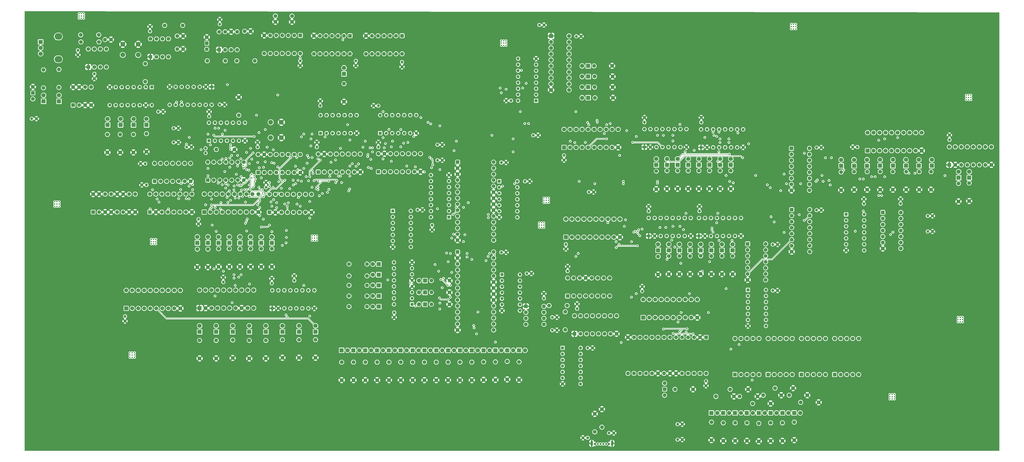
<source format=gbr>
%TF.GenerationSoftware,KiCad,Pcbnew,9.0.6*%
%TF.CreationDate,2025-12-09T11:29:58-06:00*%
%TF.ProjectId,8-Bit-PC,382d4269-742d-4504-932e-6b696361645f,2*%
%TF.SameCoordinates,Original*%
%TF.FileFunction,Copper,L2,Inr*%
%TF.FilePolarity,Positive*%
%FSLAX46Y46*%
G04 Gerber Fmt 4.6, Leading zero omitted, Abs format (unit mm)*
G04 Created by KiCad (PCBNEW 9.0.6) date 2025-12-09 11:29:58*
%MOMM*%
%LPD*%
G01*
G04 APERTURE LIST*
G04 Aperture macros list*
%AMRoundRect*
0 Rectangle with rounded corners*
0 $1 Rounding radius*
0 $2 $3 $4 $5 $6 $7 $8 $9 X,Y pos of 4 corners*
0 Add a 4 corners polygon primitive as box body*
4,1,4,$2,$3,$4,$5,$6,$7,$8,$9,$2,$3,0*
0 Add four circle primitives for the rounded corners*
1,1,$1+$1,$2,$3*
1,1,$1+$1,$4,$5*
1,1,$1+$1,$6,$7*
1,1,$1+$1,$8,$9*
0 Add four rect primitives between the rounded corners*
20,1,$1+$1,$2,$3,$4,$5,0*
20,1,$1+$1,$4,$5,$6,$7,0*
20,1,$1+$1,$6,$7,$8,$9,0*
20,1,$1+$1,$8,$9,$2,$3,0*%
G04 Aperture macros list end*
%TA.AperFunction,ComponentPad*%
%ADD10C,1.200000*%
%TD*%
%TA.AperFunction,ComponentPad*%
%ADD11R,1.800000X1.800000*%
%TD*%
%TA.AperFunction,ComponentPad*%
%ADD12C,1.800000*%
%TD*%
%TA.AperFunction,ComponentPad*%
%ADD13C,1.600000*%
%TD*%
%TA.AperFunction,ComponentPad*%
%ADD14R,1.295400X1.295400*%
%TD*%
%TA.AperFunction,ComponentPad*%
%ADD15C,1.295400*%
%TD*%
%TA.AperFunction,ComponentPad*%
%ADD16R,1.676400X1.676400*%
%TD*%
%TA.AperFunction,ComponentPad*%
%ADD17C,1.676400*%
%TD*%
%TA.AperFunction,ComponentPad*%
%ADD18R,1.500000X1.500000*%
%TD*%
%TA.AperFunction,ComponentPad*%
%ADD19R,1.600000X1.600000*%
%TD*%
%TA.AperFunction,ComponentPad*%
%ADD20C,2.000000*%
%TD*%
%TA.AperFunction,ComponentPad*%
%ADD21RoundRect,0.250000X0.550000X-0.550000X0.550000X0.550000X-0.550000X0.550000X-0.550000X-0.550000X0*%
%TD*%
%TA.AperFunction,ComponentPad*%
%ADD22RoundRect,0.250000X-0.550000X-0.550000X0.550000X-0.550000X0.550000X0.550000X-0.550000X0.550000X0*%
%TD*%
%TA.AperFunction,ComponentPad*%
%ADD23O,3.240000X2.720000*%
%TD*%
%TA.AperFunction,ComponentPad*%
%ADD24O,1.000000X2.200000*%
%TD*%
%TA.AperFunction,ComponentPad*%
%ADD25C,0.900000*%
%TD*%
%TA.AperFunction,ComponentPad*%
%ADD26RoundRect,0.250000X-0.550000X0.550000X-0.550000X-0.550000X0.550000X-0.550000X0.550000X0.550000X0*%
%TD*%
%TA.AperFunction,ViaPad*%
%ADD27C,0.600000*%
%TD*%
%TA.AperFunction,Conductor*%
%ADD28C,0.200000*%
%TD*%
G04 APERTURE END LIST*
D10*
%TO.N,VCC*%
%TO.C,C72*%
X117460000Y-133620000D03*
%TO.N,GND*%
X117460000Y-131620000D03*
%TD*%
D11*
%TO.N,Net-(D2-K)*%
%TO.C,D2*%
X280000000Y-83540000D03*
D12*
%TO.N,/ALU/A_7*%
X280000000Y-81000000D03*
%TD*%
D13*
%TO.N,VCC*%
%TO.C,R5*%
X90190000Y-39500000D03*
%TO.N,Net-(SW2-A)*%
X97810000Y-39500000D03*
%TD*%
D14*
%TO.N,GND*%
%TO.C,U49*%
X274960000Y-76000000D03*
D15*
X277500000Y-76000000D03*
%TO.N,/ALU/A_7*%
X280040000Y-76000000D03*
%TO.N,/ALU/A_6*%
X282580000Y-76000000D03*
%TO.N,/ALU/A_5*%
X285120000Y-76000000D03*
%TO.N,/ALU/A_4*%
X287660000Y-76000000D03*
%TO.N,CLK*%
X290200000Y-76000000D03*
%TO.N,GND*%
X292740000Y-76000000D03*
%TO.N,~{AI}*%
X292740000Y-68380000D03*
X290200000Y-68380000D03*
%TO.N,BUS_4*%
X287660000Y-68380000D03*
%TO.N,BUS_5*%
X285120000Y-68380000D03*
%TO.N,BUS_6*%
X282580000Y-68380000D03*
%TO.N,BUS_7*%
X280040000Y-68380000D03*
%TO.N,CLR*%
X277500000Y-68380000D03*
%TO.N,VCC*%
X274960000Y-68380000D03*
%TD*%
D13*
%TO.N,GND*%
%TO.C,C1*%
X49500000Y-30500000D03*
%TO.N,Net-(U1-CV)*%
X47000000Y-30500000D03*
%TD*%
%TO.N,Net-(D116-K)*%
%TO.C,R87*%
X114960000Y-157810000D03*
%TO.N,GND*%
X114960000Y-165430000D03*
%TD*%
D10*
%TO.N,GND*%
%TO.C,C25*%
X95500000Y-22000000D03*
%TO.N,VCC*%
X95500000Y-24000000D03*
%TD*%
%TO.N,GND*%
%TO.C,C54*%
X403897700Y-70925700D03*
%TO.N,VCC*%
X403897700Y-72925700D03*
%TD*%
%TO.N,VCC*%
%TO.C,C71*%
X96960000Y-133120000D03*
%TO.N,GND*%
X96960000Y-131120000D03*
%TD*%
%TO.N,VCC*%
%TO.C,C44*%
X86500000Y-106500000D03*
%TO.N,GND*%
X86500000Y-108500000D03*
%TD*%
D11*
%TO.N,Net-(D33-K)*%
%TO.C,D33*%
X117500000Y-116540000D03*
D12*
%TO.N,Net-(D33-A)*%
X117500000Y-114000000D03*
%TD*%
D10*
%TO.N,VCC*%
%TO.C,C59*%
X274000000Y-137000000D03*
%TO.N,GND*%
X274000000Y-135000000D03*
%TD*%
D13*
%TO.N,Net-(D65-K)*%
%TO.C,R68*%
X318310000Y-192690000D03*
%TO.N,GND*%
X318310000Y-200310000D03*
%TD*%
D11*
%TO.N,Net-(D35-K)*%
%TO.C,D35*%
X251186800Y-46126800D03*
D12*
%TO.N,Net-(D35-A)*%
X248646800Y-46126800D03*
%TD*%
D11*
%TO.N,Net-(D21-K)*%
%TO.C,D21*%
X59030000Y-66620000D03*
D12*
%TO.N,/MAR/A2*%
X59030000Y-64080000D03*
%TD*%
D13*
%TO.N,Net-(D44-K)*%
%TO.C,R46*%
X177000000Y-167000000D03*
%TO.N,GND*%
X177000000Y-174620000D03*
%TD*%
%TO.N,Net-(D41-K)*%
%TO.C,R43*%
X162000000Y-167000000D03*
%TO.N,GND*%
X162000000Y-174620000D03*
%TD*%
D11*
%TO.N,Net-(D36-K)*%
%TO.C,D36*%
X251186800Y-50626800D03*
D12*
%TO.N,Net-(D36-A)*%
X248646800Y-50626800D03*
%TD*%
D11*
%TO.N,Net-(D26-K)*%
%TO.C,D26*%
X86000000Y-116540000D03*
D12*
%TO.N,Net-(D26-A)*%
X86000000Y-114000000D03*
%TD*%
D13*
%TO.N,VCC*%
%TO.C,R19*%
X21000000Y-43310000D03*
%TO.N,Net-(D25-A)*%
X21000000Y-50930000D03*
%TD*%
D10*
%TO.N,VCC*%
%TO.C,C23*%
X329230000Y-117190000D03*
%TO.N,GND*%
X331230000Y-117190000D03*
%TD*%
D14*
%TO.N,GND*%
%TO.C,U119*%
X117680000Y-144240000D03*
D15*
X120220000Y-144240000D03*
%TO.N,Net-(D116-A)*%
X122760000Y-144240000D03*
%TO.N,Net-(D117-A)*%
X125300000Y-144240000D03*
%TO.N,Net-(D118-A)*%
X127840000Y-144240000D03*
%TO.N,Net-(D119-A)*%
X130380000Y-144240000D03*
%TO.N,CLK*%
X132920000Y-144240000D03*
%TO.N,GND*%
X135460000Y-144240000D03*
%TO.N,~{II}*%
X135460000Y-136620000D03*
X132920000Y-136620000D03*
%TO.N,BUS_0*%
X130380000Y-136620000D03*
%TO.N,BUS_1*%
X127840000Y-136620000D03*
%TO.N,BUS_2*%
X125300000Y-136620000D03*
%TO.N,BUS_3*%
X122760000Y-136620000D03*
%TO.N,CLR*%
X120220000Y-136620000D03*
%TO.N,VCC*%
X117680000Y-136620000D03*
%TD*%
D11*
%TO.N,Net-(D25-K)*%
%TO.C,D25*%
X21000000Y-56620000D03*
D12*
%TO.N,Net-(D25-A)*%
X21000000Y-54080000D03*
%TD*%
D13*
%TO.N,Net-(D2-K)*%
%TO.C,R99*%
X280000000Y-86190000D03*
%TO.N,GND*%
X280000000Y-93810000D03*
%TD*%
D10*
%TO.N,VCC*%
%TO.C,C31*%
X69500000Y-61000000D03*
%TO.N,GND*%
X71500000Y-61000000D03*
%TD*%
%TO.N,VCC*%
%TO.C,C55*%
X246186800Y-29126800D03*
%TO.N,GND*%
X248186800Y-29126800D03*
%TD*%
D13*
%TO.N,Net-(D28-K)*%
%TO.C,R26*%
X95000000Y-119000000D03*
%TO.N,GND*%
X95000000Y-126620000D03*
%TD*%
D11*
%TO.N,Net-(D40-K)*%
%TO.C,D40*%
X156970000Y-162000000D03*
D12*
%TO.N,RI*%
X159510000Y-162000000D03*
%TD*%
D11*
%TO.N,Net-(D53-K)*%
%TO.C,D53*%
X221970000Y-162000000D03*
D12*
%TO.N,Net-(D53-A)*%
X224510000Y-162000000D03*
%TD*%
D14*
%TO.N,Net-(U10-Pad2)*%
%TO.C,U11*%
X360230000Y-104450000D03*
D15*
%TO.N,Net-(D11-A)*%
X360230000Y-106990000D03*
%TO.N,Net-(D12-A)*%
X360230000Y-109530000D03*
%TO.N,Net-(U10-Pad1)*%
X360230000Y-112070000D03*
%TO.N,Net-(D13-A)*%
X360230000Y-114610000D03*
%TO.N,Net-(D15-A)*%
X360230000Y-117150000D03*
%TO.N,GND*%
X360230000Y-119690000D03*
%TO.N,Net-(D16-A)*%
X367850000Y-119690000D03*
%TO.N,Net-(D17-A)*%
X367850000Y-117150000D03*
%TO.N,Net-(U10-Pad10)*%
X367850000Y-114610000D03*
%TO.N,Net-(D18-A)*%
X367850000Y-112070000D03*
%TO.N,Net-(D19-A)*%
X367850000Y-109530000D03*
%TO.N,Net-(U10-Pad9)*%
X367850000Y-106990000D03*
%TO.N,VCC*%
X367850000Y-104450000D03*
%TD*%
D13*
%TO.N,Net-(D115-K)*%
%TO.C,R86*%
X107960000Y-157810000D03*
%TO.N,GND*%
X107960000Y-165430000D03*
%TD*%
D11*
%TO.N,Net-(D026-K)*%
%TO.C,D026*%
X298760000Y-119700000D03*
D12*
%TO.N,/ALU/B_3*%
X298760000Y-117160000D03*
%TD*%
D16*
%TO.N,~{CLR}*%
%TO.C,U38*%
X274460000Y-148120000D03*
D17*
%TO.N,Net-(U38-Q0)*%
X277000000Y-148120000D03*
%TO.N,BUS_0*%
X279540000Y-148120000D03*
%TO.N,BUS_1*%
X282080000Y-148120000D03*
%TO.N,Net-(U38-Q1)*%
X284620000Y-148120000D03*
%TO.N,Net-(U38-Q2)*%
X287160000Y-148120000D03*
%TO.N,BUS_2*%
X289700000Y-148120000D03*
%TO.N,BUS_3*%
X292240000Y-148120000D03*
%TO.N,Net-(U38-Q3)*%
X294780000Y-148120000D03*
%TO.N,GND*%
X297320000Y-148120000D03*
%TO.N,Net-(U38-Cp)*%
X297320000Y-140500000D03*
%TO.N,Net-(U38-Q4)*%
X294780000Y-140500000D03*
%TO.N,BUS_4*%
X292240000Y-140500000D03*
%TO.N,BUS_5*%
X289700000Y-140500000D03*
%TO.N,Net-(U38-Q5)*%
X287160000Y-140500000D03*
%TO.N,Net-(U38-Q6)*%
X284620000Y-140500000D03*
%TO.N,BUS_6*%
X282080000Y-140500000D03*
%TO.N,BUS_7*%
X279540000Y-140500000D03*
%TO.N,Net-(U38-Q7)*%
X277000000Y-140500000D03*
%TO.N,VCC*%
X274460000Y-140500000D03*
%TD*%
D11*
%TO.N,Net-(D59-K)*%
%TO.C,D59*%
X182240000Y-142500000D03*
D12*
%TO.N,Net-(D59-A)*%
X179700000Y-142500000D03*
%TD*%
D10*
%TO.N,VCC*%
%TO.C,C63*%
X179120000Y-102540000D03*
%TO.N,GND*%
X181120000Y-102540000D03*
%TD*%
%TO.N,VCC*%
%TO.C,C60*%
X242500000Y-128500000D03*
%TO.N,GND*%
X242500000Y-126500000D03*
%TD*%
D13*
%TO.N,Net-(U31-THR)*%
%TO.C,R38*%
X241500000Y-153310000D03*
%TO.N,Net-(U31-DIS)*%
X241500000Y-145690000D03*
%TD*%
%TO.N,Net-(D58-A)*%
%TO.C,R56*%
X157740000Y-143500000D03*
%TO.N,VCC*%
X150120000Y-143500000D03*
%TD*%
D18*
%TO.N,/MAR/PROG*%
%TO.C,SW4*%
X16500000Y-53080000D03*
D13*
%TO.N,GND*%
X16500000Y-50540000D03*
%TO.N,Net-(D25-K)*%
X16500000Y-55620000D03*
%TD*%
D11*
%TO.N,Net-(D31-K)*%
%TO.C,D31*%
X108500000Y-116540000D03*
D12*
%TO.N,Net-(D31-A)*%
X108500000Y-114000000D03*
%TD*%
D19*
%TO.N,Net-(U34-E)*%
%TO.C,U35*%
X327280000Y-172240000D03*
D13*
%TO.N,Net-(U34-D)*%
X329820000Y-172240000D03*
%TO.N,Net-(U33A-O0)*%
X332360000Y-172240000D03*
%TO.N,Net-(U34-C)*%
X334900000Y-172240000D03*
%TO.N,Net-(U34-DP)*%
X337440000Y-172240000D03*
%TO.N,Net-(U34-B)*%
X337440000Y-157000000D03*
%TO.N,Net-(U34-A)*%
X334900000Y-157000000D03*
%TO.N,Net-(U33A-O0)*%
X332360000Y-157000000D03*
%TO.N,Net-(U34-F)*%
X329820000Y-157000000D03*
%TO.N,Net-(U34-G)*%
X327280000Y-157000000D03*
%TD*%
D20*
%TO.N,GND*%
%TO.C,SW6*%
X121500000Y-65500000D03*
X121500000Y-72000000D03*
%TO.N,Net-(U51-I0c)*%
X117000000Y-65500000D03*
X117000000Y-72000000D03*
%TD*%
D10*
%TO.N,VCC*%
%TO.C,C50*%
X115000000Y-93000000D03*
%TO.N,GND*%
X115000000Y-91000000D03*
%TD*%
D13*
%TO.N,Net-(D63-K)*%
%TO.C,R66*%
X308310000Y-192690000D03*
%TO.N,GND*%
X308310000Y-200310000D03*
%TD*%
%TO.N,Net-(D47-K)*%
%TO.C,R49*%
X192000000Y-167000000D03*
%TO.N,GND*%
X192000000Y-174620000D03*
%TD*%
D10*
%TO.N,VCC*%
%TO.C,C53*%
X111500000Y-76000000D03*
%TO.N,GND*%
X111500000Y-74000000D03*
%TD*%
D13*
%TO.N,Net-(J1-CC2)*%
%TO.C,R81*%
X257000000Y-194500000D03*
%TO.N,GND*%
X257000000Y-186880000D03*
%TD*%
D10*
%TO.N,VCC*%
%TO.C,C41*%
X298260000Y-103120000D03*
%TO.N,GND*%
X298260000Y-101120000D03*
%TD*%
D13*
%TO.N,Net-(D9-K)*%
%TO.C,R106*%
X311500000Y-86000000D03*
%TO.N,GND*%
X311500000Y-93620000D03*
%TD*%
D10*
%TO.N,GND*%
%TO.C,C38*%
X275000000Y-63500000D03*
%TO.N,VCC*%
X275000000Y-65500000D03*
%TD*%
D13*
%TO.N,Net-(D42-K)*%
%TO.C,R44*%
X167000000Y-167000000D03*
%TO.N,GND*%
X167000000Y-174620000D03*
%TD*%
D11*
%TO.N,Net-(D29-K)*%
%TO.C,D29*%
X99500000Y-116540000D03*
D12*
%TO.N,Net-(D29-A)*%
X99500000Y-114000000D03*
%TD*%
D11*
%TO.N,Net-(D42-K)*%
%TO.C,D42*%
X166970000Y-162000000D03*
D12*
%TO.N,Net-(D42-A)*%
X169510000Y-162000000D03*
%TD*%
D14*
%TO.N,Net-(U41-~{MR})*%
%TO.C,U41*%
X192360000Y-105620000D03*
D15*
%TO.N,~{CLK}*%
X192360000Y-103080000D03*
%TO.N,unconnected-(U41-D0-Pad3)*%
X192360000Y-100540000D03*
%TO.N,unconnected-(U41-D1-Pad4)*%
X192360000Y-98000000D03*
%TO.N,unconnected-(U41-D2-Pad5)*%
X192360000Y-95460000D03*
%TO.N,unconnected-(U41-D3-Pad6)*%
X192360000Y-92920000D03*
%TO.N,VCC*%
X192360000Y-90380000D03*
%TO.N,GND*%
X192360000Y-87840000D03*
%TO.N,VCC*%
X184740000Y-87840000D03*
X184740000Y-90380000D03*
%TO.N,unconnected-(U41-Q3-Pad11)*%
X184740000Y-92920000D03*
%TO.N,Net-(D61-A)*%
X184740000Y-95460000D03*
%TO.N,Net-(D60-A)*%
X184740000Y-98000000D03*
%TO.N,Net-(D59-A)*%
X184740000Y-100540000D03*
%TO.N,unconnected-(U41-TC-Pad15)*%
X184740000Y-103080000D03*
%TO.N,VCC*%
X184740000Y-105620000D03*
%TD*%
D11*
%TO.N,Net-(D45-K)*%
%TO.C,D45*%
X181970000Y-162000000D03*
D12*
%TO.N,Net-(D45-A)*%
X184510000Y-162000000D03*
%TD*%
D13*
%TO.N,Net-(D112-K)*%
%TO.C,R83*%
X86960000Y-157810000D03*
%TO.N,GND*%
X86960000Y-165430000D03*
%TD*%
D11*
%TO.N,Net-(D57-K)*%
%TO.C,D57*%
X162740000Y-139000000D03*
D12*
%TO.N,Net-(D57-A)*%
X160200000Y-139000000D03*
%TD*%
D13*
%TO.N,Net-(D19-K)*%
%TO.C,R17*%
X396120000Y-86380000D03*
%TO.N,GND*%
X396120000Y-94000000D03*
%TD*%
%TO.N,GND*%
%TO.C,C6*%
X126000000Y-23000000D03*
%TO.N,VCC*%
X126000000Y-20500000D03*
%TD*%
D19*
%TO.N,Net-(U34-E)*%
%TO.C,U37*%
X355380000Y-172240000D03*
D13*
%TO.N,Net-(U34-D)*%
X357920000Y-172240000D03*
%TO.N,Net-(U33A-O1)*%
X360460000Y-172240000D03*
%TO.N,Net-(U34-C)*%
X363000000Y-172240000D03*
%TO.N,Net-(U34-DP)*%
X365540000Y-172240000D03*
%TO.N,Net-(U34-B)*%
X365540000Y-157000000D03*
%TO.N,Net-(U34-A)*%
X363000000Y-157000000D03*
%TO.N,Net-(U33A-O1)*%
X360460000Y-157000000D03*
%TO.N,Net-(U34-F)*%
X357920000Y-157000000D03*
%TO.N,Net-(U34-G)*%
X355380000Y-157000000D03*
%TD*%
D10*
%TO.N,VCC*%
%TO.C,C74*%
X251000000Y-199000000D03*
%TO.N,GND*%
X249000000Y-199000000D03*
%TD*%
D13*
%TO.N,Net-(D27-K)*%
%TO.C,R25*%
X90500000Y-119190000D03*
%TO.N,GND*%
X90500000Y-126810000D03*
%TD*%
D10*
%TO.N,GND*%
%TO.C,C34*%
X172500000Y-42000000D03*
%TO.N,VCC*%
X172500000Y-40000000D03*
%TD*%
D21*
%TO.N,/MAR/A0*%
%TO.C,U21*%
X65920000Y-103500000D03*
D13*
%TO.N,GND*%
X68460000Y-103500000D03*
%TO.N,Net-(U21-\u002AWE)*%
X71000000Y-103500000D03*
%TO.N,Net-(U21-D0)*%
X73540000Y-103500000D03*
%TO.N,Net-(U21-\u002AO0)*%
X76080000Y-103500000D03*
%TO.N,Net-(U21-D1)*%
X78620000Y-103500000D03*
%TO.N,Net-(U21-\u002AO1)*%
X81160000Y-103500000D03*
%TO.N,GND*%
X83700000Y-103500000D03*
%TO.N,Net-(U21-\u002AO2)*%
X83700000Y-95880000D03*
%TO.N,Net-(U21-D2)*%
X81160000Y-95880000D03*
%TO.N,Net-(U21-\u002AO3)*%
X78620000Y-95880000D03*
%TO.N,Net-(U21-D3)*%
X76080000Y-95880000D03*
%TO.N,/MAR/A3*%
X73540000Y-95880000D03*
%TO.N,/MAR/A2*%
X71000000Y-95880000D03*
%TO.N,/MAR/A1*%
X68460000Y-95880000D03*
%TO.N,VCC*%
X65920000Y-95880000D03*
%TD*%
D21*
%TO.N,Net-(U18-I0d)*%
%TO.C,SW3*%
X33500000Y-58240000D03*
D13*
%TO.N,Net-(U18-I0c)*%
X36040000Y-58240000D03*
%TO.N,GND*%
X38580000Y-58240000D03*
X41120000Y-58240000D03*
%TO.N,Net-(U18-I0a)*%
X41120000Y-50620000D03*
%TO.N,Net-(U18-I0b)*%
X38580000Y-50620000D03*
%TO.N,GND*%
X36040000Y-50620000D03*
X33500000Y-50620000D03*
%TD*%
D21*
%TO.N,GND*%
%TO.C,U3*%
X95190000Y-34805000D03*
D13*
%TO.N,Net-(SW2-A)*%
X97730000Y-34805000D03*
%TO.N,Net-(U3-Q)*%
X100270000Y-34805000D03*
%TO.N,Net-(SW2-C)*%
X102810000Y-34805000D03*
%TO.N,Net-(U3-CV)*%
X102810000Y-27185000D03*
%TO.N,GND*%
X100270000Y-27185000D03*
%TO.N,unconnected-(U3-DIS-Pad7)*%
X97730000Y-27185000D03*
%TO.N,VCC*%
X95190000Y-27185000D03*
%TD*%
%TO.N,Net-(D028-K)*%
%TO.C,R97*%
X307760000Y-122120000D03*
%TO.N,GND*%
X307760000Y-129740000D03*
%TD*%
%TO.N,VCC*%
%TO.C,R1*%
X36690000Y-28500000D03*
%TO.N,Net-(U1-DIS)*%
X44310000Y-28500000D03*
%TD*%
D16*
%TO.N,VCC*%
%TO.C,U25*%
X88920000Y-103500000D03*
D17*
%TO.N,Net-(D26-A)*%
X91460000Y-103500000D03*
%TO.N,Net-(D27-A)*%
X94000000Y-103500000D03*
%TO.N,Net-(D28-A)*%
X96540000Y-103500000D03*
%TO.N,Net-(D29-A)*%
X99080000Y-103500000D03*
%TO.N,Net-(D30-A)*%
X101620000Y-103500000D03*
%TO.N,Net-(D31-A)*%
X104160000Y-103500000D03*
%TO.N,Net-(D32-A)*%
X106700000Y-103500000D03*
%TO.N,Net-(D33-A)*%
X109240000Y-103500000D03*
%TO.N,GND*%
X111780000Y-103500000D03*
%TO.N,BUS_0*%
X111780000Y-95880000D03*
%TO.N,BUS_1*%
X109240000Y-95880000D03*
%TO.N,BUS_2*%
X106700000Y-95880000D03*
%TO.N,BUS_3*%
X104160000Y-95880000D03*
%TO.N,BUS_4*%
X101620000Y-95880000D03*
%TO.N,BUS_5*%
X99080000Y-95880000D03*
%TO.N,BUS_6*%
X96540000Y-95880000D03*
%TO.N,BUS_7*%
X94000000Y-95880000D03*
%TO.N,~{RO}*%
X91460000Y-95880000D03*
%TO.N,VCC*%
X88920000Y-95880000D03*
%TD*%
D11*
%TO.N,Net-(D54-K)*%
%TO.C,D54*%
X162740000Y-125500000D03*
D12*
%TO.N,Net-(D54-A)*%
X160200000Y-125500000D03*
%TD*%
D13*
%TO.N,Net-(D69-K)*%
%TO.C,R72*%
X338310000Y-192380000D03*
%TO.N,GND*%
X338310000Y-200000000D03*
%TD*%
%TO.N,Net-(D50-K)*%
%TO.C,R52*%
X207000000Y-166880000D03*
%TO.N,GND*%
X207000000Y-174500000D03*
%TD*%
D10*
%TO.N,GND*%
%TO.C,C46*%
X241760000Y-119120000D03*
%TO.N,VCC*%
X241760000Y-117120000D03*
%TD*%
D11*
%TO.N,Net-(D116-K)*%
%TO.C,D116*%
X114960000Y-154160000D03*
D12*
%TO.N,Net-(D116-A)*%
X114960000Y-151620000D03*
%TD*%
D10*
%TO.N,GND*%
%TO.C,C35*%
X241000000Y-81500000D03*
%TO.N,VCC*%
X241000000Y-79500000D03*
%TD*%
D13*
%TO.N,BUS_5*%
%TO.C,R75*%
X330190000Y-178000000D03*
%TO.N,GND*%
X337810000Y-178000000D03*
%TD*%
D22*
%TO.N,Net-(D18-A)*%
%TO.C,U14*%
X337230000Y-102450000D03*
D13*
%TO.N,Net-(U14-B2)*%
X337230000Y-104990000D03*
%TO.N,/ALU/A_1*%
X337230000Y-107530000D03*
%TO.N,Net-(D19-A)*%
X337230000Y-110070000D03*
%TO.N,/ALU/A_0*%
X337230000Y-112610000D03*
%TO.N,Net-(U14-B1)*%
X337230000Y-115150000D03*
%TO.N,SU*%
X337230000Y-117690000D03*
%TO.N,GND*%
X337230000Y-120230000D03*
%TO.N,Net-(U13-C0)*%
X344850000Y-120230000D03*
%TO.N,Net-(D16-A)*%
X344850000Y-117690000D03*
%TO.N,Net-(U14-B4)*%
X344850000Y-115150000D03*
%TO.N,/ALU/A_3*%
X344850000Y-112610000D03*
%TO.N,Net-(D17-A)*%
X344850000Y-110070000D03*
%TO.N,/ALU/A_2*%
X344850000Y-107530000D03*
%TO.N,Net-(U14-B3)*%
X344850000Y-104990000D03*
%TO.N,VCC*%
X344850000Y-102450000D03*
%TD*%
D10*
%TO.N,VCC*%
%TO.C,C56*%
X218566800Y-56326800D03*
%TO.N,GND*%
X216566800Y-56326800D03*
%TD*%
D13*
%TO.N,Net-(D15-K)*%
%TO.C,R13*%
X374620000Y-86380000D03*
%TO.N,GND*%
X374620000Y-94000000D03*
%TD*%
D14*
%TO.N,GND*%
%TO.C,U9*%
X298020000Y-113620000D03*
D15*
X300560000Y-113620000D03*
%TO.N,/ALU/B_3*%
X303100000Y-113620000D03*
%TO.N,/ALU/B_2*%
X305640000Y-113620000D03*
%TO.N,/ALU/B_1*%
X308180000Y-113620000D03*
%TO.N,/ALU/B_0*%
X310720000Y-113620000D03*
%TO.N,CLK*%
X313260000Y-113620000D03*
%TO.N,GND*%
X315800000Y-113620000D03*
%TO.N,~{BI}*%
X315800000Y-106000000D03*
X313260000Y-106000000D03*
%TO.N,BUS_0*%
X310720000Y-106000000D03*
%TO.N,BUS_1*%
X308180000Y-106000000D03*
%TO.N,BUS_2*%
X305640000Y-106000000D03*
%TO.N,BUS_3*%
X303100000Y-106000000D03*
%TO.N,CLR*%
X300560000Y-106000000D03*
%TO.N,VCC*%
X298020000Y-106000000D03*
%TD*%
D10*
%TO.N,VCC*%
%TO.C,C61*%
X246500000Y-144380000D03*
%TO.N,GND*%
X246500000Y-142380000D03*
%TD*%
D11*
%TO.N,Net-(D13-K)*%
%TO.C,D13*%
X369060000Y-83920000D03*
D12*
%TO.N,Net-(D13-A)*%
X369060000Y-81380000D03*
%TD*%
D13*
%TO.N,BUS_4*%
%TO.C,R76*%
X325190000Y-181000000D03*
%TO.N,GND*%
X332810000Y-181000000D03*
%TD*%
D16*
%TO.N,VCC*%
%TO.C,U7*%
X241760000Y-114120000D03*
D17*
%TO.N,/ALU/B_4*%
X244300000Y-114120000D03*
%TO.N,/ALU/B_5*%
X246840000Y-114120000D03*
%TO.N,/ALU/B_6*%
X249380000Y-114120000D03*
%TO.N,/ALU/B_7*%
X251920000Y-114120000D03*
%TO.N,/ALU/B_0*%
X254460000Y-114120000D03*
%TO.N,/ALU/B_1*%
X257000000Y-114120000D03*
%TO.N,/ALU/B_2*%
X259540000Y-114120000D03*
%TO.N,/ALU/B_3*%
X262080000Y-114120000D03*
%TO.N,GND*%
X264620000Y-114120000D03*
%TO.N,BUS_0*%
X264620000Y-106500000D03*
%TO.N,BUS_1*%
X262080000Y-106500000D03*
%TO.N,BUS_2*%
X259540000Y-106500000D03*
%TO.N,BUS_3*%
X257000000Y-106500000D03*
%TO.N,BUS_4*%
X254460000Y-106500000D03*
%TO.N,BUS_5*%
X251920000Y-106500000D03*
%TO.N,BUS_6*%
X249380000Y-106500000D03*
%TO.N,BUS_7*%
X246840000Y-106500000D03*
%TO.N,VCC*%
X244300000Y-106500000D03*
X241760000Y-106500000D03*
%TD*%
D11*
%TO.N,Net-(D9-K)*%
%TO.C,D9*%
X311500000Y-83540000D03*
D12*
%TO.N,/ALU/A_0*%
X311500000Y-81000000D03*
%TD*%
D11*
%TO.N,Net-(D46-K)*%
%TO.C,D46*%
X186970000Y-162000000D03*
D12*
%TO.N,Net-(D46-A)*%
X189510000Y-162000000D03*
%TD*%
D13*
%TO.N,Net-(D117-K)*%
%TO.C,R88*%
X121960000Y-157500000D03*
%TO.N,GND*%
X121960000Y-165120000D03*
%TD*%
D11*
%TO.N,Net-(D52-K)*%
%TO.C,D52*%
X216970000Y-162000000D03*
D12*
%TO.N,Net-(D52-A)*%
X219510000Y-162000000D03*
%TD*%
D13*
%TO.N,Net-(J1-CC1)*%
%TO.C,R82*%
X254000000Y-196500000D03*
%TO.N,GND*%
X254000000Y-188880000D03*
%TD*%
%TO.N,BUS_1*%
%TO.C,R79*%
X311190000Y-178500000D03*
%TO.N,GND*%
X318810000Y-178500000D03*
%TD*%
D10*
%TO.N,VCC*%
%TO.C,C58*%
X232500000Y-140000000D03*
%TO.N,GND*%
X232500000Y-138000000D03*
%TD*%
%TO.N,VCC*%
%TO.C,C43*%
X276760000Y-103120000D03*
%TO.N,GND*%
X276760000Y-101120000D03*
%TD*%
D13*
%TO.N,Net-(D45-K)*%
%TO.C,R47*%
X182000000Y-167000000D03*
%TO.N,GND*%
X182000000Y-174620000D03*
%TD*%
%TO.N,Net-(D4-K)*%
%TO.C,R101*%
X289000000Y-86000000D03*
%TO.N,GND*%
X289000000Y-93620000D03*
%TD*%
D11*
%TO.N,Net-(D32-K)*%
%TO.C,D32*%
X113000000Y-116540000D03*
D12*
%TO.N,Net-(D32-A)*%
X113000000Y-114000000D03*
%TD*%
D11*
%TO.N,Net-(D58-K)*%
%TO.C,D58*%
X162740000Y-143500000D03*
D12*
%TO.N,Net-(D58-A)*%
X160200000Y-143500000D03*
%TD*%
D13*
%TO.N,Net-(D22-K)*%
%TO.C,R22*%
X53400000Y-70620000D03*
%TO.N,GND*%
X53400000Y-78240000D03*
%TD*%
D11*
%TO.N,/MAR/PROG*%
%TO.C,D24*%
X27500000Y-56620000D03*
D12*
%TO.N,Net-(D24-A)*%
X27500000Y-54080000D03*
%TD*%
D13*
%TO.N,Net-(D46-K)*%
%TO.C,R48*%
X187000000Y-167000000D03*
%TO.N,GND*%
X187000000Y-174620000D03*
%TD*%
D11*
%TO.N,Net-(D027-K)*%
%TO.C,D027*%
X303260000Y-119700000D03*
D12*
%TO.N,/ALU/B_2*%
X303260000Y-117160000D03*
%TD*%
D11*
%TO.N,Net-(D20-K)*%
%TO.C,D20*%
X64500000Y-66620000D03*
D12*
%TO.N,/MAR/A3*%
X64500000Y-64080000D03*
%TD*%
D11*
%TO.N,Net-(D8-K)*%
%TO.C,D8*%
X307000000Y-83540000D03*
D12*
%TO.N,/ALU/A_1*%
X307000000Y-81000000D03*
%TD*%
D13*
%TO.N,Net-(D7-K)*%
%TO.C,R104*%
X302500000Y-86000000D03*
%TO.N,GND*%
X302500000Y-93620000D03*
%TD*%
D10*
%TO.N,VCC*%
%TO.C,C8*%
X251500000Y-95000000D03*
%TO.N,GND*%
X253500000Y-95000000D03*
%TD*%
D23*
%TO.N,*%
%TO.C,RV1*%
X27275000Y-29200000D03*
X27275000Y-38800000D03*
D11*
%TO.N,Net-(U1-THR)*%
X19775000Y-31500000D03*
D12*
%TO.N,Net-(R2-Pad2)*%
X19775000Y-34000000D03*
%TO.N,unconnected-(RV1-Pad3)*%
X19775000Y-36500000D03*
%TD*%
D22*
%TO.N,GND*%
%TO.C,U31*%
X224880000Y-143380000D03*
D13*
%TO.N,Net-(U31-THR)*%
X224880000Y-145920000D03*
%TO.N,Net-(U31-Q)*%
X224880000Y-148460000D03*
%TO.N,unconnected-(U31-R-Pad4)*%
X224880000Y-151000000D03*
%TO.N,Net-(U31-CV)*%
X232500000Y-151000000D03*
%TO.N,Net-(U31-THR)*%
X232500000Y-148460000D03*
%TO.N,Net-(U31-DIS)*%
X232500000Y-145920000D03*
%TO.N,VCC*%
X232500000Y-143380000D03*
%TD*%
D10*
%TO.N,VCC*%
%TO.C,C37*%
X91000000Y-63000000D03*
%TO.N,GND*%
X91000000Y-61000000D03*
%TD*%
%TO.N,VCC*%
%TO.C,C49*%
X347730000Y-76190000D03*
%TO.N,GND*%
X349730000Y-76190000D03*
%TD*%
D13*
%TO.N,VCC*%
%TO.C,R3*%
X64000000Y-48310000D03*
%TO.N,Net-(U2-TR)*%
X64000000Y-40690000D03*
%TD*%
D11*
%TO.N,Net-(D118-K)*%
%TO.C,D118*%
X128960000Y-154160000D03*
D12*
%TO.N,Net-(D118-A)*%
X128960000Y-151620000D03*
%TD*%
D13*
%TO.N,Net-(D60-K)*%
%TO.C,R62*%
X184930000Y-137500000D03*
%TO.N,GND*%
X192550000Y-137500000D03*
%TD*%
D11*
%TO.N,Net-(D022-K)*%
%TO.C,D022*%
X280760000Y-119660000D03*
D12*
%TO.N,/ALU/B_7*%
X280760000Y-117120000D03*
%TD*%
D16*
%TO.N,VCC*%
%TO.C,U117*%
X55960000Y-144240000D03*
D17*
%TO.N,IR_4*%
X58500000Y-144240000D03*
%TO.N,IR_5*%
X61040000Y-144240000D03*
%TO.N,IR_6*%
X63580000Y-144240000D03*
%TO.N,IR_7*%
X66120000Y-144240000D03*
%TO.N,Net-(D119-A)*%
X68660000Y-144240000D03*
%TO.N,Net-(D118-A)*%
X71200000Y-144240000D03*
%TO.N,Net-(D117-A)*%
X73740000Y-144240000D03*
%TO.N,Net-(D116-A)*%
X76280000Y-144240000D03*
%TO.N,GND*%
X78820000Y-144240000D03*
%TO.N,BUS_0*%
X78820000Y-136620000D03*
%TO.N,BUS_1*%
X76280000Y-136620000D03*
%TO.N,BUS_2*%
X73740000Y-136620000D03*
%TO.N,BUS_3*%
X71200000Y-136620000D03*
%TO.N,BUS_4*%
X68660000Y-136620000D03*
%TO.N,BUS_5*%
X66120000Y-136620000D03*
%TO.N,BUS_6*%
X63580000Y-136620000D03*
%TO.N,BUS_7*%
X61040000Y-136620000D03*
%TO.N,~{IO}*%
X58500000Y-136620000D03*
%TO.N,VCC*%
X55960000Y-136620000D03*
%TD*%
D13*
%TO.N,Net-(D1-K)*%
%TO.C,R7*%
X148000000Y-49190000D03*
%TO.N,GND*%
X148000000Y-56810000D03*
%TD*%
D10*
%TO.N,Net-(U31-THR)*%
%TO.C,C16*%
X236000000Y-148000000D03*
%TO.N,GND*%
X238000000Y-148000000D03*
%TD*%
D13*
%TO.N,GND*%
%TO.C,R35*%
X261496800Y-50626800D03*
%TO.N,Net-(D36-K)*%
X253876800Y-50626800D03*
%TD*%
D11*
%TO.N,Net-(D41-K)*%
%TO.C,D41*%
X161970000Y-162000000D03*
D12*
%TO.N,Net-(D41-A)*%
X164510000Y-162000000D03*
%TD*%
D13*
%TO.N,Net-(D114-K)*%
%TO.C,R85*%
X100960000Y-157620000D03*
%TO.N,GND*%
X100960000Y-165240000D03*
%TD*%
D11*
%TO.N,Net-(D62-K)*%
%TO.C,D62*%
X303270000Y-188500000D03*
D12*
%TO.N,BUS_0*%
X305810000Y-188500000D03*
%TD*%
D11*
%TO.N,Net-(D025-K)*%
%TO.C,D025*%
X294260000Y-119700000D03*
D12*
%TO.N,/ALU/B_4*%
X294260000Y-117160000D03*
%TD*%
D10*
%TO.N,CLK*%
%TO.C,C14*%
X89500000Y-78500000D03*
%TO.N,Net-(C14-Pad2)*%
X89500000Y-76500000D03*
%TD*%
D14*
%TO.N,OI*%
%TO.C,U39*%
X240380000Y-160960000D03*
D15*
%TO.N,CLK*%
X240380000Y-163500000D03*
%TO.N,Net-(U38-Cp)*%
X240380000Y-166040000D03*
%TO.N,unconnected-(U39-Pad4)*%
X240380000Y-168580000D03*
%TO.N,unconnected-(U39-Pad5)*%
X240380000Y-171120000D03*
%TO.N,unconnected-(U39-Pad6)*%
X240380000Y-173660000D03*
%TO.N,GND*%
X240380000Y-176200000D03*
%TO.N,unconnected-(U39-Pad8)*%
X248000000Y-176200000D03*
%TO.N,unconnected-(U39-Pad9)*%
X248000000Y-173660000D03*
%TO.N,unconnected-(U39-Pad10)*%
X248000000Y-171120000D03*
%TO.N,unconnected-(U39-Pad11)*%
X248000000Y-168580000D03*
%TO.N,unconnected-(U39-Pad12)*%
X248000000Y-166040000D03*
%TO.N,unconnected-(U39-Pad13)*%
X248000000Y-163500000D03*
%TO.N,VCC*%
X248000000Y-160960000D03*
%TD*%
D11*
%TO.N,Net-(D18-K)*%
%TO.C,D18*%
X390970000Y-83896800D03*
D12*
%TO.N,Net-(D18-A)*%
X390970000Y-81356800D03*
%TD*%
D19*
%TO.N,Net-(U34-E)*%
%TO.C,U36*%
X341330000Y-172240000D03*
D13*
%TO.N,Net-(U34-D)*%
X343870000Y-172240000D03*
%TO.N,Net-(U33A-O2)*%
X346410000Y-172240000D03*
%TO.N,Net-(U34-C)*%
X348950000Y-172240000D03*
%TO.N,Net-(U34-DP)*%
X351490000Y-172240000D03*
%TO.N,Net-(U34-B)*%
X351490000Y-157000000D03*
%TO.N,Net-(U34-A)*%
X348950000Y-157000000D03*
%TO.N,Net-(U33A-O2)*%
X346410000Y-157000000D03*
%TO.N,Net-(U34-F)*%
X343870000Y-157000000D03*
%TO.N,Net-(U34-G)*%
X341330000Y-157000000D03*
%TD*%
D10*
%TO.N,VCC*%
%TO.C,C29*%
X383230000Y-99990000D03*
%TO.N,GND*%
X383230000Y-97990000D03*
%TD*%
D13*
%TO.N,GND*%
%TO.C,C2*%
X80000000Y-34500000D03*
%TO.N,Net-(U2-CV)*%
X77500000Y-34500000D03*
%TD*%
%TO.N,Net-(R64-Pad1)*%
%TO.C,R64*%
X103500000Y-62500000D03*
%TO.N,GND*%
X103500000Y-54880000D03*
%TD*%
D10*
%TO.N,GND*%
%TO.C,C33*%
X153000000Y-41500000D03*
%TO.N,VCC*%
X153000000Y-39500000D03*
%TD*%
D11*
%TO.N,Net-(D11-K)*%
%TO.C,D11*%
X358120000Y-83920000D03*
D12*
%TO.N,Net-(D11-A)*%
X358120000Y-81380000D03*
%TD*%
D11*
%TO.N,Net-(D17-K)*%
%TO.C,D17*%
X385500000Y-83896800D03*
D12*
%TO.N,Net-(D17-A)*%
X385500000Y-81356800D03*
%TD*%
D13*
%TO.N,GND*%
%TO.C,C3*%
X80000000Y-29000000D03*
%TO.N,Net-(U2-DIS)*%
X77500000Y-29000000D03*
%TD*%
D10*
%TO.N,VCC*%
%TO.C,C32*%
X129500000Y-39500000D03*
%TO.N,GND*%
X129500000Y-41500000D03*
%TD*%
D13*
%TO.N,Net-(D43-K)*%
%TO.C,R45*%
X172000000Y-167000000D03*
%TO.N,GND*%
X172000000Y-174620000D03*
%TD*%
D11*
%TO.N,Net-(D27-K)*%
%TO.C,D27*%
X90500000Y-116540000D03*
D12*
%TO.N,Net-(D27-A)*%
X90500000Y-114000000D03*
%TD*%
D13*
%TO.N,GND*%
%TO.C,R10*%
X412230000Y-98810000D03*
%TO.N,Net-(D10-K)*%
X412230000Y-91190000D03*
%TD*%
D10*
%TO.N,VCC*%
%TO.C,C20*%
X187500000Y-75000000D03*
%TO.N,GND*%
X189500000Y-75000000D03*
%TD*%
D21*
%TO.N,/MAR/A0*%
%TO.C,U23*%
X116460000Y-103620000D03*
D13*
%TO.N,GND*%
X119000000Y-103620000D03*
%TO.N,Net-(U21-\u002AWE)*%
X121540000Y-103620000D03*
%TO.N,Net-(U23-D0)*%
X124080000Y-103620000D03*
%TO.N,Net-(U23-\u002AO0)*%
X126620000Y-103620000D03*
%TO.N,Net-(U23-D1)*%
X129160000Y-103620000D03*
%TO.N,Net-(U23-\u002AO1)*%
X131700000Y-103620000D03*
%TO.N,GND*%
X134240000Y-103620000D03*
%TO.N,Net-(U23-\u002AO2)*%
X134240000Y-96000000D03*
%TO.N,Net-(U23-D2)*%
X131700000Y-96000000D03*
%TO.N,Net-(U23-\u002AO3)*%
X129160000Y-96000000D03*
%TO.N,Net-(U23-D3)*%
X126620000Y-96000000D03*
%TO.N,/MAR/A3*%
X124080000Y-96000000D03*
%TO.N,/MAR/A2*%
X121540000Y-96000000D03*
%TO.N,/MAR/A1*%
X119000000Y-96000000D03*
%TO.N,VCC*%
X116460000Y-96000000D03*
%TD*%
%TO.N,Net-(D5-K)*%
%TO.C,R102*%
X293500000Y-86000000D03*
%TO.N,GND*%
X293500000Y-93620000D03*
%TD*%
D21*
%TO.N,Net-(U51-Zc)*%
%TO.C,U20*%
X67920000Y-90500000D03*
D13*
%TO.N,Net-(U21-\u002AWE)*%
X70460000Y-90500000D03*
%TO.N,Net-(U24-Zb)*%
X73000000Y-90500000D03*
%TO.N,Net-(U23-D3)*%
X75540000Y-90500000D03*
%TO.N,Net-(U24-Za)*%
X78080000Y-90500000D03*
%TO.N,Net-(U23-D2)*%
X80620000Y-90500000D03*
%TO.N,GND*%
X83160000Y-90500000D03*
%TO.N,Net-(U21-D3)*%
X83160000Y-82880000D03*
%TO.N,Net-(U52-Zd)*%
X80620000Y-82880000D03*
%TO.N,N/C*%
X78080000Y-82880000D03*
X75540000Y-82880000D03*
%TO.N,Net-(U23-D0)*%
X73000000Y-82880000D03*
%TO.N,Net-(U24-Zd)*%
X70460000Y-82880000D03*
%TO.N,VCC*%
X67920000Y-82880000D03*
%TD*%
D24*
%TO.N,GND*%
%TO.C,J1*%
X252680000Y-201370000D03*
X261320000Y-201370000D03*
D25*
%TO.N,Net-(J1-CC1)*%
X256400000Y-201630000D03*
%TO.N,VCC*%
X255200000Y-201630000D03*
%TO.N,GND*%
X254000000Y-201630000D03*
%TO.N,Net-(J1-CC2)*%
X257600000Y-201630000D03*
%TO.N,VCC*%
X258800000Y-201630000D03*
%TO.N,GND*%
X260000000Y-201630000D03*
%TD*%
D13*
%TO.N,Net-(C14-Pad2)*%
%TO.C,R32*%
X94000000Y-77000000D03*
%TO.N,GND*%
X101620000Y-77000000D03*
%TD*%
D11*
%TO.N,Net-(D69-K)*%
%TO.C,D69*%
X338270000Y-188500000D03*
D12*
%TO.N,BUS_7*%
X340810000Y-188500000D03*
%TD*%
D13*
%TO.N,Net-(D52-K)*%
%TO.C,R54*%
X217000000Y-166690000D03*
%TO.N,GND*%
X217000000Y-174310000D03*
%TD*%
D11*
%TO.N,Net-(D49-K)*%
%TO.C,D49*%
X201970000Y-162000000D03*
D12*
%TO.N,OI*%
X204510000Y-162000000D03*
%TD*%
D20*
%TO.N,GND*%
%TO.C,SW1*%
X54500000Y-32500000D03*
X61000000Y-32500000D03*
%TO.N,Net-(U2-TR)*%
X54500000Y-37000000D03*
X61000000Y-37000000D03*
%TD*%
D11*
%TO.N,Net-(D119-K)*%
%TO.C,D119*%
X135960000Y-154160000D03*
D12*
%TO.N,Net-(D119-A)*%
X135960000Y-151620000D03*
%TD*%
D21*
%TO.N,Net-(U52-Za)*%
%TO.C,U22*%
X90420000Y-90000000D03*
D13*
%TO.N,Net-(U21-D0)*%
X92960000Y-90000000D03*
%TO.N,unconnected-(U22-Pad3)*%
X95500000Y-90000000D03*
%TO.N,unconnected-(U22-Pad4)*%
X98040000Y-90000000D03*
%TO.N,unconnected-(U22-Pad5)*%
X100580000Y-90000000D03*
%TO.N,unconnected-(U22-Pad6)*%
X103120000Y-90000000D03*
%TO.N,GND*%
X105660000Y-90000000D03*
%TO.N,unconnected-(U22-Pad8)*%
X105660000Y-82380000D03*
%TO.N,unconnected-(U22-Pad9)*%
X103120000Y-82380000D03*
%TO.N,Net-(U23-D1)*%
X100580000Y-82380000D03*
%TO.N,Net-(U24-Zc)*%
X98040000Y-82380000D03*
%TO.N,unconnected-(U22-Pad12)*%
X95500000Y-82380000D03*
%TO.N,unconnected-(U22-Pad13)*%
X92960000Y-82380000D03*
%TO.N,VCC*%
X90420000Y-82380000D03*
%TD*%
D14*
%TO.N,/MAR/PROG*%
%TO.C,U18*%
X66740000Y-50620000D03*
D15*
%TO.N,Net-(U18-I0a)*%
X64200000Y-50620000D03*
%TO.N,Net-(U18-I1a)*%
X61660000Y-50620000D03*
%TO.N,/MAR/A3*%
X59120000Y-50620000D03*
%TO.N,Net-(U18-I0b)*%
X56580000Y-50620000D03*
%TO.N,Net-(U18-I1b)*%
X54040000Y-50620000D03*
%TO.N,/MAR/A2*%
X51500000Y-50620000D03*
%TO.N,GND*%
X48960000Y-50620000D03*
%TO.N,/MAR/A1*%
X48960000Y-58240000D03*
%TO.N,Net-(U18-I1c)*%
X51500000Y-58240000D03*
%TO.N,Net-(U18-I0c)*%
X54040000Y-58240000D03*
%TO.N,/MAR/A0*%
X56580000Y-58240000D03*
%TO.N,Net-(U18-I1d)*%
X59120000Y-58240000D03*
%TO.N,Net-(U18-I0d)*%
X61660000Y-58240000D03*
%TO.N,GND*%
X64200000Y-58240000D03*
%TO.N,VCC*%
X66740000Y-58240000D03*
%TD*%
D11*
%TO.N,Net-(D50-K)*%
%TO.C,D50*%
X206970000Y-162000000D03*
D12*
%TO.N,CE*%
X209510000Y-162000000D03*
%TD*%
D10*
%TO.N,VCC*%
%TO.C,C24*%
X66000000Y-27000000D03*
%TO.N,GND*%
X66000000Y-25000000D03*
%TD*%
%TO.N,VCC*%
%TO.C,C42*%
X64000000Y-83000000D03*
%TO.N,GND*%
X62000000Y-83000000D03*
%TD*%
%TO.N,GND*%
%TO.C,C28*%
X35500000Y-37000000D03*
%TO.N,VCC*%
X35500000Y-35000000D03*
%TD*%
%TO.N,VCC*%
%TO.C,C13*%
X76000000Y-68000000D03*
%TO.N,GND*%
X78000000Y-68000000D03*
%TD*%
%TO.N,VCC*%
%TO.C,C68*%
X214500000Y-120500000D03*
%TO.N,GND*%
X216500000Y-120500000D03*
%TD*%
D13*
%TO.N,Net-(D13-K)*%
%TO.C,R12*%
X369120000Y-86380000D03*
%TO.N,GND*%
X369120000Y-94000000D03*
%TD*%
D10*
%TO.N,VCC*%
%TO.C,C51*%
X81500000Y-76000000D03*
%TO.N,GND*%
X83500000Y-76000000D03*
%TD*%
D11*
%TO.N,Net-(D1-K)*%
%TO.C,D1*%
X148000000Y-45000000D03*
D12*
%TO.N,CLK*%
X148000000Y-42460000D03*
%TD*%
D13*
%TO.N,Net-(D57-A)*%
%TO.C,R57*%
X157740000Y-139000000D03*
%TO.N,VCC*%
X150120000Y-139000000D03*
%TD*%
%TO.N,VCC*%
%TO.C,R37*%
X242294900Y-143041000D03*
%TO.N,Net-(U31-DIS)*%
X234674900Y-143041000D03*
%TD*%
%TO.N,Net-(D025-K)*%
%TO.C,R94*%
X294260000Y-122120000D03*
%TO.N,GND*%
X294260000Y-129740000D03*
%TD*%
D11*
%TO.N,Net-(D19-K)*%
%TO.C,D19*%
X396440000Y-83896800D03*
D12*
%TO.N,Net-(D19-A)*%
X396440000Y-81356800D03*
%TD*%
D11*
%TO.N,Net-(D61-K)*%
%TO.C,D61*%
X182240000Y-132500000D03*
D12*
%TO.N,Net-(D61-A)*%
X179700000Y-132500000D03*
%TD*%
D13*
%TO.N,Net-(D26-K)*%
%TO.C,R24*%
X86000000Y-119190000D03*
%TO.N,GND*%
X86000000Y-126810000D03*
%TD*%
D10*
%TO.N,VCC*%
%TO.C,C48*%
X64500000Y-92000000D03*
%TO.N,GND*%
X62500000Y-92000000D03*
%TD*%
%TO.N,VCC*%
%TO.C,C75*%
X260000000Y-197000000D03*
%TO.N,GND*%
X262000000Y-197000000D03*
%TD*%
D11*
%TO.N,Net-(D34-K)*%
%TO.C,D34*%
X251186800Y-41626800D03*
D12*
%TO.N,Net-(D34-A)*%
X248646800Y-41626800D03*
%TD*%
D13*
%TO.N,Net-(D23-K)*%
%TO.C,R23*%
X48000000Y-70620000D03*
%TO.N,GND*%
X48000000Y-78240000D03*
%TD*%
D10*
%TO.N,VCC*%
%TO.C,C52*%
X347730000Y-102690000D03*
%TO.N,GND*%
X349730000Y-102690000D03*
%TD*%
D13*
%TO.N,Net-(D6-K)*%
%TO.C,R103*%
X298000000Y-86000000D03*
%TO.N,GND*%
X298000000Y-93620000D03*
%TD*%
D21*
%TO.N,/MAR/PROG*%
%TO.C,U52*%
X162560000Y-86435000D03*
D13*
%TO.N,Net-(U52-I0a)*%
X165100000Y-86435000D03*
%TO.N,BUS_7*%
X167640000Y-86435000D03*
%TO.N,Net-(U52-Za)*%
X170180000Y-86435000D03*
%TO.N,Net-(U52-I0b)*%
X172720000Y-86435000D03*
%TO.N,BUS_6*%
X175260000Y-86435000D03*
%TO.N,Net-(U52-Zb)*%
X177800000Y-86435000D03*
%TO.N,GND*%
X180340000Y-86435000D03*
%TO.N,Net-(U52-Zd)*%
X180340000Y-78815000D03*
%TO.N,BUS_4*%
X177800000Y-78815000D03*
%TO.N,Net-(U52-I0d)*%
X175260000Y-78815000D03*
%TO.N,Net-(U52-Zc)*%
X172720000Y-78815000D03*
%TO.N,BUS_5*%
X170180000Y-78815000D03*
%TO.N,Net-(U52-I0c)*%
X167640000Y-78815000D03*
%TO.N,GND*%
X165100000Y-78815000D03*
%TO.N,VCC*%
X162560000Y-78815000D03*
%TD*%
%TO.N,Net-(D68-K)*%
%TO.C,R71*%
X333310000Y-192690000D03*
%TO.N,GND*%
X333310000Y-200310000D03*
%TD*%
%TO.N,Net-(D54-A)*%
%TO.C,R60*%
X157740000Y-125500000D03*
%TO.N,VCC*%
X150120000Y-125500000D03*
%TD*%
D14*
%TO.N,Net-(U21-\u002AO0)*%
%TO.C,U27*%
X138100000Y-70120000D03*
D15*
%TO.N,Net-(D26-A)*%
X140640000Y-70120000D03*
%TO.N,Net-(U21-\u002AO1)*%
X143180000Y-70120000D03*
%TO.N,Net-(D27-A)*%
X145720000Y-70120000D03*
%TO.N,Net-(U21-\u002AO2)*%
X148260000Y-70120000D03*
%TO.N,Net-(D28-A)*%
X150800000Y-70120000D03*
%TO.N,GND*%
X153340000Y-70120000D03*
%TO.N,Net-(D29-A)*%
X153340000Y-62500000D03*
%TO.N,Net-(U21-\u002AO3)*%
X150800000Y-62500000D03*
%TO.N,Net-(D30-A)*%
X148260000Y-62500000D03*
%TO.N,Net-(U23-\u002AO3)*%
X145720000Y-62500000D03*
%TO.N,Net-(D31-A)*%
X143180000Y-62500000D03*
%TO.N,Net-(U23-\u002AO2)*%
X140640000Y-62500000D03*
%TO.N,VCC*%
X138100000Y-62500000D03*
%TD*%
D14*
%TO.N,Net-(C14-Pad2)*%
%TO.C,U26*%
X90880000Y-73310000D03*
D15*
%TO.N,RI*%
X93420000Y-73310000D03*
%TO.N,Net-(U51-I1c)*%
X95960000Y-73310000D03*
%TO.N,~{CLR}*%
X98500000Y-73310000D03*
%TO.N,Net-(U42-O5)*%
X101040000Y-73310000D03*
%TO.N,Net-(U26-Pad6)*%
X103580000Y-73310000D03*
%TO.N,GND*%
X106120000Y-73310000D03*
%TO.N,~{CLR}*%
X106120000Y-65690000D03*
%TO.N,Net-(R64-Pad1)*%
X103580000Y-65690000D03*
X101040000Y-65690000D03*
%TO.N,CLR*%
X98500000Y-65690000D03*
%TO.N,~{CLR}*%
X95960000Y-65690000D03*
X93420000Y-65690000D03*
%TO.N,VCC*%
X90880000Y-65690000D03*
%TD*%
D11*
%TO.N,Net-(D68-K)*%
%TO.C,D68*%
X333270000Y-188500000D03*
D12*
%TO.N,BUS_6*%
X335810000Y-188500000D03*
%TD*%
D13*
%TO.N,Net-(D49-K)*%
%TO.C,R51*%
X202000000Y-167000000D03*
%TO.N,GND*%
X202000000Y-174620000D03*
%TD*%
%TO.N,Net-(D20-K)*%
%TO.C,R20*%
X64500000Y-70310000D03*
%TO.N,GND*%
X64500000Y-77930000D03*
%TD*%
%TO.N,BUS_6*%
%TO.C,R74*%
X336190000Y-181000000D03*
%TO.N,GND*%
X343810000Y-181000000D03*
%TD*%
D21*
%TO.N,GND*%
%TO.C,U2*%
X66190000Y-37805000D03*
D13*
%TO.N,Net-(U2-TR)*%
X68730000Y-37805000D03*
%TO.N,Net-(U2-Q)*%
X71270000Y-37805000D03*
%TO.N,VCC*%
X73810000Y-37805000D03*
%TO.N,Net-(U2-CV)*%
X73810000Y-30185000D03*
%TO.N,Net-(U2-DIS)*%
X71270000Y-30185000D03*
X68730000Y-30185000D03*
%TO.N,VCC*%
X66190000Y-30185000D03*
%TD*%
D11*
%TO.N,Net-(D029-K)*%
%TO.C,D029*%
X312212400Y-119693700D03*
D12*
%TO.N,/ALU/B_0*%
X312212400Y-117153700D03*
%TD*%
D13*
%TO.N,Net-(D38-K)*%
%TO.C,R40*%
X147000000Y-167000000D03*
%TO.N,GND*%
X147000000Y-174620000D03*
%TD*%
%TO.N,Net-(D31-K)*%
%TO.C,R29*%
X108500000Y-119000000D03*
%TO.N,GND*%
X108500000Y-126620000D03*
%TD*%
D18*
%TO.N,Net-(SW2-A)*%
%TO.C,SW2*%
X90000000Y-32040000D03*
D13*
%TO.N,GND*%
X90000000Y-29500000D03*
%TO.N,Net-(SW2-C)*%
X90000000Y-34580000D03*
%TD*%
D26*
%TO.N,Net-(U3-Q)*%
%TO.C,U5*%
X150540000Y-28880000D03*
D13*
%TO.N,Net-(U4-Pad4)*%
X148000000Y-28880000D03*
%TO.N,Net-(U52-Zb)*%
X145460000Y-28880000D03*
%TO.N,Net-(U21-D1)*%
X142920000Y-28880000D03*
%TO.N,Net-(U52-Zc)*%
X140380000Y-28880000D03*
%TO.N,Net-(U21-D2)*%
X137840000Y-28880000D03*
%TO.N,GND*%
X135300000Y-28880000D03*
%TO.N,Net-(U4-Pad10)*%
X135300000Y-36500000D03*
%TO.N,HLT*%
X137840000Y-36500000D03*
%TO.N,N/C*%
X140380000Y-36500000D03*
X142920000Y-36500000D03*
%TO.N,~{CLK}*%
X145460000Y-36500000D03*
%TO.N,CLK*%
X148000000Y-36500000D03*
%TO.N,VCC*%
X150540000Y-36500000D03*
%TD*%
D10*
%TO.N,VCC*%
%TO.C,C118*%
X127000000Y-132500000D03*
%TO.N,GND*%
X127000000Y-130500000D03*
%TD*%
D13*
%TO.N,Net-(D67-K)*%
%TO.C,R70*%
X328310000Y-192690000D03*
%TO.N,GND*%
X328310000Y-200310000D03*
%TD*%
D10*
%TO.N,VCC*%
%TO.C,C10*%
X394730000Y-111690000D03*
%TO.N,GND*%
X396730000Y-111690000D03*
%TD*%
D11*
%TO.N,Net-(D28-K)*%
%TO.C,D28*%
X95000000Y-116540000D03*
D12*
%TO.N,Net-(D28-A)*%
X95000000Y-114000000D03*
%TD*%
D16*
%TO.N,VCC*%
%TO.C,U17*%
X369300000Y-77500000D03*
D17*
%TO.N,Net-(D11-A)*%
X371840000Y-77500000D03*
%TO.N,Net-(D12-A)*%
X374380000Y-77500000D03*
%TO.N,Net-(D13-A)*%
X376920000Y-77500000D03*
%TO.N,Net-(D15-A)*%
X379460000Y-77500000D03*
%TO.N,Net-(D16-A)*%
X382000000Y-77500000D03*
%TO.N,Net-(D17-A)*%
X384540000Y-77500000D03*
%TO.N,Net-(D18-A)*%
X387080000Y-77500000D03*
%TO.N,Net-(D19-A)*%
X389620000Y-77500000D03*
%TO.N,GND*%
X392160000Y-77500000D03*
%TO.N,BUS_0*%
X392160000Y-69880000D03*
%TO.N,BUS_1*%
X389620000Y-69880000D03*
%TO.N,BUS_2*%
X387080000Y-69880000D03*
%TO.N,BUS_3*%
X384540000Y-69880000D03*
%TO.N,BUS_4*%
X382000000Y-69880000D03*
%TO.N,BUS_5*%
X379460000Y-69880000D03*
%TO.N,BUS_6*%
X376920000Y-69880000D03*
%TO.N,BUS_7*%
X374380000Y-69880000D03*
%TO.N,~{EO}*%
X371840000Y-69880000D03*
%TO.N,VCC*%
X369300000Y-69880000D03*
%TD*%
D11*
%TO.N,Net-(D56-K)*%
%TO.C,D56*%
X162740000Y-134500000D03*
D12*
%TO.N,Net-(D56-A)*%
X160200000Y-134500000D03*
%TD*%
D11*
%TO.N,Net-(D47-K)*%
%TO.C,D47*%
X191970000Y-162000000D03*
D12*
%TO.N,SU*%
X194510000Y-162000000D03*
%TD*%
D14*
%TO.N,/ALU/B_5*%
%TO.C,U15*%
X318730000Y-136450000D03*
D15*
%TO.N,SU*%
X318730000Y-138990000D03*
%TO.N,Net-(U13-B2)*%
X318730000Y-141530000D03*
%TO.N,/ALU/B_4*%
X318730000Y-144070000D03*
%TO.N,SU*%
X318730000Y-146610000D03*
%TO.N,Net-(U13-B1)*%
X318730000Y-149150000D03*
%TO.N,GND*%
X318730000Y-151690000D03*
%TO.N,Net-(U13-B4)*%
X326350000Y-151690000D03*
%TO.N,/ALU/B_7*%
X326350000Y-149150000D03*
%TO.N,SU*%
X326350000Y-146610000D03*
%TO.N,Net-(U13-B3)*%
X326350000Y-144070000D03*
%TO.N,/ALU/B_6*%
X326350000Y-141530000D03*
%TO.N,SU*%
X326350000Y-138990000D03*
%TO.N,VCC*%
X326350000Y-136450000D03*
%TD*%
D10*
%TO.N,VCC*%
%TO.C,C12*%
X76000000Y-74000000D03*
%TO.N,GND*%
X78000000Y-74000000D03*
%TD*%
D22*
%TO.N,/ALU/B_1*%
%TO.C,U16*%
X318610000Y-116950000D03*
D13*
%TO.N,SU*%
X318610000Y-119490000D03*
%TO.N,Net-(U14-B3)*%
X318610000Y-122030000D03*
%TO.N,/ALU/B_0*%
X318610000Y-124570000D03*
%TO.N,SU*%
X318610000Y-127110000D03*
%TO.N,Net-(U14-B1)*%
X318610000Y-129650000D03*
%TO.N,GND*%
X318610000Y-132190000D03*
%TO.N,Net-(U14-B4)*%
X326230000Y-132190000D03*
%TO.N,/ALU/B_3*%
X326230000Y-129650000D03*
%TO.N,SU*%
X326230000Y-127110000D03*
%TO.N,Net-(U14-B2)*%
X326230000Y-124570000D03*
%TO.N,/ALU/B_2*%
X326230000Y-122030000D03*
%TO.N,SU*%
X326230000Y-119490000D03*
%TO.N,VCC*%
X326230000Y-116950000D03*
%TD*%
D10*
%TO.N,Net-(U31-CV)*%
%TO.C,C17*%
X236000000Y-153500000D03*
%TO.N,GND*%
X238000000Y-153500000D03*
%TD*%
D13*
%TO.N,Net-(D66-K)*%
%TO.C,R69*%
X323310000Y-192880000D03*
%TO.N,GND*%
X323310000Y-200500000D03*
%TD*%
D22*
%TO.N,Net-(U10-Pad1)*%
%TO.C,U10*%
X375730000Y-103650000D03*
D13*
%TO.N,Net-(U10-Pad2)*%
X375730000Y-106190000D03*
%TO.N,Net-(U10-Pad3)*%
X375730000Y-108730000D03*
%TO.N,Net-(U10-Pad4)*%
X375730000Y-111270000D03*
%TO.N,Net-(U10-Pad3)*%
X375730000Y-113810000D03*
%TO.N,Net-(U12-D1)*%
X375730000Y-116350000D03*
%TO.N,GND*%
X375730000Y-118890000D03*
%TO.N,Net-(U10-Pad4)*%
X383350000Y-118890000D03*
%TO.N,Net-(U10-Pad9)*%
X383350000Y-116350000D03*
%TO.N,Net-(U10-Pad10)*%
X383350000Y-113810000D03*
%TO.N,unconnected-(U10-Pad11)*%
X383350000Y-111270000D03*
%TO.N,unconnected-(U10-Pad12)*%
X383350000Y-108730000D03*
%TO.N,unconnected-(U10-Pad13)*%
X383350000Y-106190000D03*
%TO.N,VCC*%
X383350000Y-103650000D03*
%TD*%
%TO.N,Net-(D14-K)*%
%TO.C,R8*%
X407730000Y-91380000D03*
%TO.N,GND*%
X407730000Y-99000000D03*
%TD*%
D11*
%TO.N,Net-(D44-K)*%
%TO.C,D44*%
X176970000Y-162000000D03*
D12*
%TO.N,Net-(D44-A)*%
X179510000Y-162000000D03*
%TD*%
D13*
%TO.N,Net-(D64-K)*%
%TO.C,R67*%
X313310000Y-192690000D03*
%TO.N,GND*%
X313310000Y-200310000D03*
%TD*%
D11*
%TO.N,Net-(D60-K)*%
%TO.C,D60*%
X182240000Y-137500000D03*
D12*
%TO.N,Net-(D60-A)*%
X179700000Y-137500000D03*
%TD*%
D13*
%TO.N,GND*%
%TO.C,R33*%
X261306800Y-41626800D03*
%TO.N,Net-(D34-K)*%
X253686800Y-41626800D03*
%TD*%
D11*
%TO.N,Net-(D10-K)*%
%TO.C,D10*%
X412230000Y-88976900D03*
D12*
%TO.N,ZF*%
X412230000Y-86436900D03*
%TD*%
D11*
%TO.N,Net-(D14-K)*%
%TO.C,D14*%
X407753700Y-88960000D03*
D12*
%TO.N,CF*%
X407753700Y-86420000D03*
%TD*%
D14*
%TO.N,Net-(U26-Pad6)*%
%TO.C,U45*%
X168620000Y-103000000D03*
D15*
X168620000Y-105540000D03*
%TO.N,Net-(U41-~{MR})*%
X168620000Y-108080000D03*
%TO.N,N/C*%
X168620000Y-110620000D03*
X168620000Y-113160000D03*
X168620000Y-115700000D03*
%TO.N,GND*%
X168620000Y-118240000D03*
%TO.N,N/C*%
X176240000Y-118240000D03*
X176240000Y-115700000D03*
X176240000Y-113160000D03*
X176240000Y-110620000D03*
X176240000Y-108080000D03*
X176240000Y-105540000D03*
%TO.N,VCC*%
X176240000Y-103000000D03*
%TD*%
D13*
%TO.N,BUS_3*%
%TO.C,R77*%
X320690000Y-184500000D03*
%TO.N,GND*%
X328310000Y-184500000D03*
%TD*%
D14*
%TO.N,Net-(D39-A)*%
%TO.C,U46*%
X213620000Y-90460000D03*
D15*
%TO.N,~{MI}*%
X213620000Y-93000000D03*
%TO.N,Net-(D41-A)*%
X213620000Y-95540000D03*
%TO.N,~{RO}*%
X213620000Y-98080000D03*
%TO.N,Net-(D53-A)*%
X213620000Y-100620000D03*
%TO.N,~{FI}*%
X213620000Y-103160000D03*
%TO.N,GND*%
X213620000Y-105700000D03*
%TO.N,unconnected-(U46-Pad8)*%
X221240000Y-105700000D03*
%TO.N,unconnected-(U46-Pad9)*%
X221240000Y-103160000D03*
%TO.N,~{J}*%
X221240000Y-100620000D03*
%TO.N,Net-(D52-A)*%
X221240000Y-98080000D03*
%TO.N,~{CO}*%
X221240000Y-95540000D03*
%TO.N,Net-(D51-A)*%
X221240000Y-93000000D03*
%TO.N,VCC*%
X221240000Y-90460000D03*
%TD*%
D11*
%TO.N,Net-(D5-K)*%
%TO.C,D5*%
X293500000Y-83540000D03*
D12*
%TO.N,/ALU/A_4*%
X293500000Y-81000000D03*
%TD*%
D13*
%TO.N,Net-(U1-DIS)*%
%TO.C,R2*%
X44430000Y-31500000D03*
%TO.N,Net-(R2-Pad2)*%
X36810000Y-31500000D03*
%TD*%
D21*
%TO.N,GND*%
%TO.C,U33*%
X245420000Y-155000000D03*
D13*
%TO.N,Net-(U32A-~{Q})*%
X247960000Y-155000000D03*
%TO.N,Net-(U32B-~{Q})*%
X250500000Y-155000000D03*
%TO.N,Net-(U33A-O0)*%
X253040000Y-155000000D03*
%TO.N,Net-(U33A-O1)*%
X255580000Y-155000000D03*
%TO.N,Net-(U33A-O2)*%
X258120000Y-155000000D03*
%TO.N,Net-(U33A-O3)*%
X260660000Y-155000000D03*
%TO.N,GND*%
X263200000Y-155000000D03*
%TO.N,N/C*%
X263200000Y-147380000D03*
X260660000Y-147380000D03*
X258120000Y-147380000D03*
X255580000Y-147380000D03*
X253040000Y-147380000D03*
X250500000Y-147380000D03*
X247960000Y-147380000D03*
%TO.N,VCC*%
X245420000Y-147380000D03*
%TD*%
D10*
%TO.N,VCC*%
%TO.C,C19*%
X288980000Y-199800000D03*
%TO.N,GND*%
X290980000Y-199800000D03*
%TD*%
D11*
%TO.N,Net-(D38-K)*%
%TO.C,D38*%
X146970000Y-162000000D03*
D12*
%TO.N,HLT*%
X149510000Y-162000000D03*
%TD*%
D13*
%TO.N,Net-(D55-A)*%
%TO.C,R59*%
X157740000Y-130500000D03*
%TO.N,VCC*%
X150120000Y-130500000D03*
%TD*%
%TO.N,VCC*%
%TO.C,R18*%
X27500000Y-43120000D03*
%TO.N,Net-(D24-A)*%
X27500000Y-50740000D03*
%TD*%
D16*
%TO.N,GND*%
%TO.C,U29*%
X235500000Y-28960000D03*
D17*
%TO.N,unconnected-(U29-A0-Pad2)*%
X235500000Y-31500000D03*
%TO.N,unconnected-(U29-A1-Pad3)*%
X235500000Y-34040000D03*
%TO.N,unconnected-(U29-A2-Pad4)*%
X235500000Y-36580000D03*
%TO.N,unconnected-(U29-A3-Pad5)*%
X235500000Y-39120000D03*
%TO.N,BUS_3*%
X235500000Y-41660000D03*
%TO.N,BUS_2*%
X235500000Y-44200000D03*
%TO.N,BUS_1*%
X235500000Y-46740000D03*
%TO.N,BUS_0*%
X235500000Y-49280000D03*
%TO.N,GND*%
X235500000Y-51820000D03*
%TO.N,Net-(D37-A)*%
X243120000Y-51820000D03*
%TO.N,Net-(D36-A)*%
X243120000Y-49280000D03*
%TO.N,Net-(D35-A)*%
X243120000Y-46740000D03*
%TO.N,Net-(D34-A)*%
X243120000Y-44200000D03*
%TO.N,unconnected-(U29-B3-Pad15)*%
X243120000Y-41660000D03*
%TO.N,unconnected-(U29-B2-Pad16)*%
X243120000Y-39120000D03*
%TO.N,unconnected-(U29-B1-Pad17)*%
X243120000Y-36580000D03*
%TO.N,unconnected-(U29-B0-Pad18)*%
X243120000Y-34040000D03*
%TO.N,~{CO}*%
X243120000Y-31500000D03*
%TO.N,VCC*%
X243120000Y-28960000D03*
%TD*%
D11*
%TO.N,Net-(D024-K)*%
%TO.C,D024*%
X289760000Y-119700000D03*
D12*
%TO.N,/ALU/B_5*%
X289760000Y-117160000D03*
%TD*%
D13*
%TO.N,Net-(D56-A)*%
%TO.C,R58*%
X157740000Y-134500000D03*
%TO.N,VCC*%
X150120000Y-134500000D03*
%TD*%
D11*
%TO.N,Net-(D30-K)*%
%TO.C,D30*%
X104000000Y-116540000D03*
D12*
%TO.N,Net-(D30-A)*%
X104000000Y-114000000D03*
%TD*%
D10*
%TO.N,VCC*%
%TO.C,C62*%
X251000000Y-161000000D03*
%TO.N,GND*%
X253000000Y-161000000D03*
%TD*%
D13*
%TO.N,Net-(D61-K)*%
%TO.C,R63*%
X184930000Y-132500000D03*
%TO.N,GND*%
X192550000Y-132500000D03*
%TD*%
D10*
%TO.N,VCC*%
%TO.C,C22*%
X228000000Y-71000000D03*
%TO.N,GND*%
X230000000Y-71000000D03*
%TD*%
D11*
%TO.N,Net-(D4-K)*%
%TO.C,D4*%
X289000000Y-83540000D03*
D12*
%TO.N,/ALU/A_5*%
X289000000Y-81000000D03*
%TD*%
D13*
%TO.N,GND*%
%TO.C,C5*%
X119000000Y-23000000D03*
%TO.N,VCC*%
X119000000Y-20500000D03*
%TD*%
D16*
%TO.N,GND*%
%TO.C,U118*%
X86960000Y-144120000D03*
D17*
X89500000Y-144120000D03*
%TO.N,IR_7*%
X92040000Y-144120000D03*
%TO.N,IR_6*%
X94580000Y-144120000D03*
%TO.N,IR_5*%
X97120000Y-144120000D03*
%TO.N,IR_4*%
X99660000Y-144120000D03*
%TO.N,CLK*%
X102200000Y-144120000D03*
%TO.N,GND*%
X104740000Y-144120000D03*
%TO.N,~{II}*%
X107280000Y-144120000D03*
X109820000Y-144120000D03*
%TO.N,BUS_4*%
X109820000Y-136500000D03*
%TO.N,BUS_5*%
X107280000Y-136500000D03*
%TO.N,BUS_6*%
X104740000Y-136500000D03*
%TO.N,BUS_7*%
X102200000Y-136500000D03*
%TO.N,CLR*%
X99660000Y-136500000D03*
%TO.N,VCC*%
X97120000Y-136500000D03*
%TO.N,N/C*%
X94580000Y-136500000D03*
X92040000Y-136500000D03*
X89500000Y-136500000D03*
X86960000Y-136500000D03*
%TD*%
D10*
%TO.N,VCC*%
%TO.C,C9*%
X394730000Y-105140000D03*
%TO.N,GND*%
X396730000Y-105140000D03*
%TD*%
D14*
%TO.N,Net-(D46-A)*%
%TO.C,U47*%
X214740000Y-129960000D03*
D15*
%TO.N,~{EO}*%
X214740000Y-132500000D03*
%TO.N,Net-(D48-A)*%
X214740000Y-135040000D03*
%TO.N,~{BI}*%
X214740000Y-137580000D03*
%TO.N,unconnected-(U47-Pad5)*%
X214740000Y-140120000D03*
%TO.N,unconnected-(U47-Pad6)*%
X214740000Y-142660000D03*
%TO.N,GND*%
X214740000Y-145200000D03*
%TO.N,unconnected-(U47-Pad8)*%
X222360000Y-145200000D03*
%TO.N,unconnected-(U47-Pad9)*%
X222360000Y-142660000D03*
%TO.N,unconnected-(U47-Pad10)*%
X222360000Y-140120000D03*
%TO.N,unconnected-(U47-Pad11)*%
X222360000Y-137580000D03*
%TO.N,unconnected-(U47-Pad12)*%
X222360000Y-135040000D03*
%TO.N,unconnected-(U47-Pad13)*%
X222360000Y-132500000D03*
%TO.N,VCC*%
X222360000Y-129960000D03*
%TD*%
D11*
%TO.N,Net-(D64-K)*%
%TO.C,D64*%
X313270000Y-188500000D03*
D12*
%TO.N,BUS_2*%
X315810000Y-188500000D03*
%TD*%
D13*
%TO.N,VCC*%
%TO.C,R4*%
X79810000Y-24500000D03*
%TO.N,Net-(U2-DIS)*%
X72190000Y-24500000D03*
%TD*%
%TO.N,Net-(D029-K)*%
%TO.C,R98*%
X312260000Y-122120000D03*
%TO.N,GND*%
X312260000Y-129740000D03*
%TD*%
D10*
%TO.N,VCC*%
%TO.C,C66*%
X185240000Y-109000000D03*
%TO.N,GND*%
X185240000Y-111000000D03*
%TD*%
D13*
%TO.N,Net-(D16-K)*%
%TO.C,R14*%
X379970000Y-86380000D03*
%TO.N,GND*%
X379970000Y-94000000D03*
%TD*%
D11*
%TO.N,Net-(D028-K)*%
%TO.C,D028*%
X307760000Y-119700000D03*
D12*
%TO.N,/ALU/B_1*%
X307760000Y-117160000D03*
%TD*%
D11*
%TO.N,Net-(D16-K)*%
%TO.C,D16*%
X380030000Y-83896800D03*
D12*
%TO.N,Net-(D16-A)*%
X380030000Y-81356800D03*
%TD*%
D10*
%TO.N,VCC*%
%TO.C,C30*%
X365000000Y-76000000D03*
%TO.N,GND*%
X363000000Y-76000000D03*
%TD*%
D18*
%TO.N,Net-(SW7-A)*%
%TO.C,SW7*%
X283500000Y-178460000D03*
D13*
%TO.N,Net-(SW7-B)*%
X283500000Y-175920000D03*
%TO.N,VCC*%
X283500000Y-181000000D03*
%TD*%
%TO.N,VCC*%
%TO.C,R6*%
X110310000Y-39500000D03*
%TO.N,Net-(SW2-C)*%
X102690000Y-39500000D03*
%TD*%
%TO.N,Net-(D30-K)*%
%TO.C,R28*%
X104000000Y-119000000D03*
%TO.N,GND*%
X104000000Y-126620000D03*
%TD*%
D10*
%TO.N,Net-(U1-THR)*%
%TO.C,C7*%
X42500000Y-45000000D03*
%TO.N,GND*%
X42500000Y-47000000D03*
%TD*%
D13*
%TO.N,Net-(D33-K)*%
%TO.C,R31*%
X117500000Y-119000000D03*
%TO.N,GND*%
X117500000Y-126620000D03*
%TD*%
%TO.N,Net-(D8-K)*%
%TO.C,R105*%
X307000000Y-86000000D03*
%TO.N,GND*%
X307000000Y-93620000D03*
%TD*%
D10*
%TO.N,VCC*%
%TO.C,C39*%
X162500000Y-58500000D03*
%TO.N,GND*%
X160500000Y-58500000D03*
%TD*%
%TO.N,VCC*%
%TO.C,C47*%
X136500000Y-76000000D03*
%TO.N,GND*%
X136500000Y-74000000D03*
%TD*%
D14*
%TO.N,Net-(U23-\u002AO1)*%
%TO.C,U28*%
X163300000Y-70120000D03*
D15*
%TO.N,Net-(D32-A)*%
X165840000Y-70120000D03*
%TO.N,Net-(U23-\u002AO0)*%
X168380000Y-70120000D03*
%TO.N,Net-(D33-A)*%
X170920000Y-70120000D03*
%TO.N,Net-(D42-A)*%
X173460000Y-70120000D03*
%TO.N,~{IO}*%
X176000000Y-70120000D03*
%TO.N,GND*%
X178540000Y-70120000D03*
%TO.N,~{AO}*%
X178540000Y-62500000D03*
%TO.N,Net-(D45-A)*%
X176000000Y-62500000D03*
%TO.N,~{AI}*%
X173460000Y-62500000D03*
%TO.N,Net-(D44-A)*%
X170920000Y-62500000D03*
%TO.N,~{II}*%
X168380000Y-62500000D03*
%TO.N,Net-(D43-A)*%
X165840000Y-62500000D03*
%TO.N,VCC*%
X163300000Y-62500000D03*
%TD*%
D10*
%TO.N,VCC*%
%TO.C,C26*%
X329230000Y-136690000D03*
%TO.N,GND*%
X331230000Y-136690000D03*
%TD*%
D22*
%TO.N,Net-(D13-A)*%
%TO.C,U13*%
X337110000Y-76530000D03*
D13*
%TO.N,Net-(U13-B2)*%
X337110000Y-79070000D03*
%TO.N,/ALU/A_5*%
X337110000Y-81610000D03*
%TO.N,Net-(D15-A)*%
X337110000Y-84150000D03*
%TO.N,/ALU/A_4*%
X337110000Y-86690000D03*
%TO.N,Net-(U13-B1)*%
X337110000Y-89230000D03*
%TO.N,Net-(U13-C0)*%
X337110000Y-91770000D03*
%TO.N,GND*%
X337110000Y-94310000D03*
%TO.N,Net-(U12-D0)*%
X344730000Y-94310000D03*
%TO.N,Net-(D11-A)*%
X344730000Y-91770000D03*
%TO.N,Net-(U13-B4)*%
X344730000Y-89230000D03*
%TO.N,/ALU/A_7*%
X344730000Y-86690000D03*
%TO.N,Net-(D12-A)*%
X344730000Y-84150000D03*
%TO.N,/ALU/A_6*%
X344730000Y-81610000D03*
%TO.N,Net-(U13-B3)*%
X344730000Y-79070000D03*
%TO.N,VCC*%
X344730000Y-76530000D03*
%TD*%
D11*
%TO.N,Net-(D113-K)*%
%TO.C,D113*%
X93960000Y-154160000D03*
D12*
%TO.N,IR_6*%
X93960000Y-151620000D03*
%TD*%
D13*
%TO.N,Net-(D118-K)*%
%TO.C,R89*%
X128960000Y-157500000D03*
%TO.N,GND*%
X128960000Y-165120000D03*
%TD*%
D11*
%TO.N,Net-(D117-K)*%
%TO.C,D117*%
X121960000Y-154160000D03*
D12*
%TO.N,Net-(D117-A)*%
X121960000Y-151620000D03*
%TD*%
D14*
%TO.N,GND*%
%TO.C,U19*%
X92080000Y-50500000D03*
D15*
X89540000Y-50500000D03*
%TO.N,Net-(U18-I1a)*%
X87000000Y-50500000D03*
%TO.N,Net-(U18-I1b)*%
X84460000Y-50500000D03*
%TO.N,Net-(U18-I1c)*%
X81920000Y-50500000D03*
%TO.N,Net-(U18-I1d)*%
X79380000Y-50500000D03*
%TO.N,CLK*%
X76840000Y-50500000D03*
%TO.N,GND*%
X74300000Y-50500000D03*
%TO.N,~{MI}*%
X74300000Y-58120000D03*
X76840000Y-58120000D03*
%TO.N,BUS_0*%
X79380000Y-58120000D03*
%TO.N,BUS_1*%
X81920000Y-58120000D03*
%TO.N,BUS_2*%
X84460000Y-58120000D03*
%TO.N,BUS_3*%
X87000000Y-58120000D03*
%TO.N,CLR*%
X89540000Y-58120000D03*
%TO.N,VCC*%
X92080000Y-58120000D03*
%TD*%
D13*
%TO.N,Net-(D48-K)*%
%TO.C,R50*%
X197000000Y-167000000D03*
%TO.N,GND*%
X197000000Y-174620000D03*
%TD*%
D11*
%TO.N,Net-(D51-K)*%
%TO.C,D51*%
X211970000Y-162000000D03*
D12*
%TO.N,Net-(D51-A)*%
X214510000Y-162000000D03*
%TD*%
D13*
%TO.N,Net-(D51-K)*%
%TO.C,R53*%
X212000000Y-166880000D03*
%TO.N,GND*%
X212000000Y-174500000D03*
%TD*%
D10*
%TO.N,VCC*%
%TO.C,C18*%
X288980000Y-193250000D03*
%TO.N,GND*%
X290980000Y-193250000D03*
%TD*%
D13*
%TO.N,Net-(D026-K)*%
%TO.C,R95*%
X298760000Y-122000000D03*
%TO.N,GND*%
X298760000Y-129620000D03*
%TD*%
D11*
%TO.N,Net-(D023-K)*%
%TO.C,D023*%
X285260000Y-119700000D03*
D12*
%TO.N,/ALU/B_6*%
X285260000Y-117160000D03*
%TD*%
D13*
%TO.N,Net-(D11-K)*%
%TO.C,R9*%
X358120000Y-86570000D03*
%TO.N,GND*%
X358120000Y-94190000D03*
%TD*%
D10*
%TO.N,VCC*%
%TO.C,C21*%
X187500000Y-81550000D03*
%TO.N,GND*%
X189500000Y-81550000D03*
%TD*%
D13*
%TO.N,Net-(D12-K)*%
%TO.C,R11*%
X363620000Y-86380000D03*
%TO.N,GND*%
X363620000Y-94000000D03*
%TD*%
%TO.N,GND*%
%TO.C,R36*%
X261686800Y-55126800D03*
%TO.N,Net-(D37-K)*%
X254066800Y-55126800D03*
%TD*%
D10*
%TO.N,VCC*%
%TO.C,C70*%
X225240000Y-129500000D03*
%TO.N,GND*%
X227240000Y-129500000D03*
%TD*%
D13*
%TO.N,Net-(D027-K)*%
%TO.C,R96*%
X303260000Y-122120000D03*
%TO.N,GND*%
X303260000Y-129740000D03*
%TD*%
D10*
%TO.N,VCC*%
%TO.C,C73*%
X55460000Y-147620000D03*
%TO.N,GND*%
X55460000Y-149620000D03*
%TD*%
D22*
%TO.N,N/C*%
%TO.C,U44*%
X196000000Y-120380000D03*
D13*
%TO.N,GND*%
X196000000Y-122920000D03*
%TO.N,VCC*%
X196000000Y-125460000D03*
%TO.N,IR_7*%
X196000000Y-128000000D03*
%TO.N,IR_6*%
X196000000Y-130540000D03*
%TO.N,IR_5*%
X196000000Y-133080000D03*
%TO.N,IR_4*%
X196000000Y-135620000D03*
%TO.N,Net-(D61-A)*%
X196000000Y-138160000D03*
%TO.N,Net-(D60-A)*%
X196000000Y-140700000D03*
%TO.N,Net-(D59-A)*%
X196000000Y-143240000D03*
%TO.N,Net-(D53-A)*%
X196000000Y-145780000D03*
%TO.N,Net-(D52-A)*%
X196000000Y-148320000D03*
%TO.N,Net-(D51-A)*%
X196000000Y-150860000D03*
%TO.N,GND*%
X196000000Y-153400000D03*
%TO.N,CE*%
X211240000Y-153400000D03*
%TO.N,OI*%
X211240000Y-150860000D03*
%TO.N,Net-(D48-A)*%
X211240000Y-148320000D03*
%TO.N,SU*%
X211240000Y-145780000D03*
%TO.N,Net-(D46-A)*%
X211240000Y-143240000D03*
%TO.N,GND*%
X211240000Y-140700000D03*
X211240000Y-138160000D03*
X211240000Y-135620000D03*
X211240000Y-133080000D03*
%TO.N,ZF*%
X211240000Y-130540000D03*
%TO.N,CF*%
X211240000Y-128000000D03*
%TO.N,N/C*%
X211240000Y-125460000D03*
%TO.N,VCC*%
X211240000Y-122920000D03*
X211240000Y-120380000D03*
%TD*%
D10*
%TO.N,VCC*%
%TO.C,C36*%
X95500000Y-58000000D03*
%TO.N,GND*%
X97500000Y-58000000D03*
%TD*%
D11*
%TO.N,Net-(D23-K)*%
%TO.C,D23*%
X48090000Y-66620000D03*
D12*
%TO.N,/MAR/A0*%
X48090000Y-64080000D03*
%TD*%
D11*
%TO.N,Net-(D12-K)*%
%TO.C,D12*%
X363590000Y-83920000D03*
D12*
%TO.N,Net-(D12-A)*%
X363590000Y-81380000D03*
%TD*%
D21*
%TO.N,Net-(U31-Q)*%
%TO.C,U32*%
X242500000Y-139000000D03*
D13*
%TO.N,VCC*%
X245040000Y-139000000D03*
X247580000Y-139000000D03*
X250120000Y-139000000D03*
X252660000Y-139000000D03*
%TO.N,Net-(U32A-~{Q})*%
X255200000Y-139000000D03*
%TO.N,VCC*%
X257740000Y-139000000D03*
X260280000Y-139000000D03*
X260280000Y-131380000D03*
%TO.N,Net-(U32B-~{Q})*%
X257740000Y-131380000D03*
%TO.N,unconnected-(U32B-Q-Pad11)*%
X255200000Y-131380000D03*
%TO.N,VCC*%
X252660000Y-131380000D03*
%TO.N,GND*%
X250120000Y-131380000D03*
%TO.N,Net-(U32A-~{Q})*%
X247580000Y-131380000D03*
%TO.N,unconnected-(U32A-Q-Pad15)*%
X245040000Y-131380000D03*
%TO.N,VCC*%
X242500000Y-131380000D03*
%TD*%
%TO.N,Net-(D024-K)*%
%TO.C,R93*%
X289760000Y-122120000D03*
%TO.N,GND*%
X289760000Y-129740000D03*
%TD*%
D21*
%TO.N,/MAR/PROG*%
%TO.C,U24*%
X137100000Y-86555000D03*
D13*
%TO.N,Net-(U24-I0a)*%
X139640000Y-86555000D03*
%TO.N,BUS_3*%
X142180000Y-86555000D03*
%TO.N,Net-(U24-Za)*%
X144720000Y-86555000D03*
%TO.N,Net-(U24-I0b)*%
X147260000Y-86555000D03*
%TO.N,BUS_2*%
X149800000Y-86555000D03*
%TO.N,Net-(U24-Zb)*%
X152340000Y-86555000D03*
%TO.N,GND*%
X154880000Y-86555000D03*
%TO.N,Net-(U24-Zd)*%
X154880000Y-78935000D03*
%TO.N,BUS_0*%
X152340000Y-78935000D03*
%TO.N,Net-(U24-I0d)*%
X149800000Y-78935000D03*
%TO.N,Net-(U24-Zc)*%
X147260000Y-78935000D03*
%TO.N,BUS_1*%
X144720000Y-78935000D03*
%TO.N,Net-(U24-I0c)*%
X142180000Y-78935000D03*
%TO.N,GND*%
X139640000Y-78935000D03*
%TO.N,VCC*%
X137100000Y-78935000D03*
%TD*%
D11*
%TO.N,Net-(D66-K)*%
%TO.C,D66*%
X323270000Y-188500000D03*
D12*
%TO.N,BUS_4*%
X325810000Y-188500000D03*
%TD*%
D11*
%TO.N,Net-(D63-K)*%
%TO.C,D63*%
X308270000Y-188500000D03*
D12*
%TO.N,BUS_1*%
X310810000Y-188500000D03*
%TD*%
D21*
%TO.N,GND*%
%TO.C,U12*%
X403840000Y-83495000D03*
D13*
X406380000Y-83495000D03*
%TO.N,CF*%
X408920000Y-83495000D03*
%TO.N,ZF*%
X411460000Y-83495000D03*
%TO.N,unconnected-(U12-Q2-Pad5)*%
X414000000Y-83495000D03*
%TO.N,unconnected-(U12-Q3-Pad6)*%
X416540000Y-83495000D03*
%TO.N,CLK*%
X419080000Y-83495000D03*
%TO.N,GND*%
X421620000Y-83495000D03*
%TO.N,~{FI}*%
X421620000Y-75875000D03*
X419080000Y-75875000D03*
%TO.N,unconnected-(U12-D3-Pad11)*%
X416540000Y-75875000D03*
%TO.N,unconnected-(U12-D2-Pad12)*%
X414000000Y-75875000D03*
%TO.N,Net-(U12-D1)*%
X411460000Y-75875000D03*
%TO.N,Net-(U12-D0)*%
X408920000Y-75875000D03*
%TO.N,CLR*%
X406380000Y-75875000D03*
%TO.N,VCC*%
X403840000Y-75875000D03*
%TD*%
%TO.N,Net-(D119-K)*%
%TO.C,R90*%
X135960000Y-157500000D03*
%TO.N,GND*%
X135960000Y-165120000D03*
%TD*%
D22*
%TO.N,N/C*%
%TO.C,U43*%
X196000000Y-82380000D03*
D13*
%TO.N,GND*%
X196000000Y-84920000D03*
X196000000Y-87460000D03*
%TO.N,IR_7*%
X196000000Y-90000000D03*
%TO.N,IR_6*%
X196000000Y-92540000D03*
%TO.N,IR_5*%
X196000000Y-95080000D03*
%TO.N,IR_4*%
X196000000Y-97620000D03*
%TO.N,Net-(D61-A)*%
X196000000Y-100160000D03*
%TO.N,Net-(D60-A)*%
X196000000Y-102700000D03*
%TO.N,Net-(D59-A)*%
X196000000Y-105240000D03*
%TO.N,Net-(D45-A)*%
X196000000Y-107780000D03*
%TO.N,Net-(D44-A)*%
X196000000Y-110320000D03*
%TO.N,Net-(D43-A)*%
X196000000Y-112860000D03*
%TO.N,GND*%
X196000000Y-115400000D03*
%TO.N,Net-(D42-A)*%
X211240000Y-115400000D03*
%TO.N,Net-(D41-A)*%
X211240000Y-112860000D03*
%TO.N,RI*%
X211240000Y-110320000D03*
%TO.N,Net-(D39-A)*%
X211240000Y-107780000D03*
%TO.N,HLT*%
X211240000Y-105240000D03*
%TO.N,GND*%
X211240000Y-102700000D03*
X211240000Y-100160000D03*
X211240000Y-97620000D03*
X211240000Y-95080000D03*
%TO.N,ZF*%
X211240000Y-92540000D03*
%TO.N,CF*%
X211240000Y-90000000D03*
%TO.N,N/C*%
X211240000Y-87460000D03*
%TO.N,VCC*%
X211240000Y-84920000D03*
X211240000Y-82380000D03*
%TD*%
%TO.N,Net-(D62-K)*%
%TO.C,R65*%
X303310000Y-192380000D03*
%TO.N,GND*%
X303310000Y-200000000D03*
%TD*%
D11*
%TO.N,Net-(D39-K)*%
%TO.C,D39*%
X151970000Y-162000000D03*
D12*
%TO.N,Net-(D39-A)*%
X154510000Y-162000000D03*
%TD*%
D11*
%TO.N,Net-(D43-K)*%
%TO.C,D43*%
X171970000Y-162000000D03*
D12*
%TO.N,Net-(D43-A)*%
X174510000Y-162000000D03*
%TD*%
D13*
%TO.N,Net-(D023-K)*%
%TO.C,R92*%
X285260000Y-122120000D03*
%TO.N,GND*%
X285260000Y-129740000D03*
%TD*%
D11*
%TO.N,Net-(D55-K)*%
%TO.C,D55*%
X162700000Y-130000000D03*
D12*
%TO.N,Net-(D55-A)*%
X160160000Y-130000000D03*
%TD*%
D26*
%TO.N,Net-(U4-Pad3)*%
%TO.C,U6*%
X172540000Y-28880000D03*
D13*
%TO.N,Net-(U4-Pad6)*%
X170000000Y-28880000D03*
%TO.N,Net-(U4-Pad9)*%
X167460000Y-28880000D03*
%TO.N,unconnected-(U6-Pad4)*%
X164920000Y-28880000D03*
%TO.N,unconnected-(U6-Pad5)*%
X162380000Y-28880000D03*
%TO.N,unconnected-(U6-Pad6)*%
X159840000Y-28880000D03*
%TO.N,GND*%
X157300000Y-28880000D03*
%TO.N,unconnected-(U6-Pad8)*%
X157300000Y-36500000D03*
%TO.N,unconnected-(U6-Pad9)*%
X159840000Y-36500000D03*
%TO.N,unconnected-(U6-Pad10)*%
X162380000Y-36500000D03*
%TO.N,unconnected-(U6-Pad11)*%
X164920000Y-36500000D03*
%TO.N,unconnected-(U6-Pad12)*%
X167460000Y-36500000D03*
%TO.N,unconnected-(U6-Pad13)*%
X170000000Y-36500000D03*
%TO.N,VCC*%
X172540000Y-36500000D03*
%TD*%
D10*
%TO.N,VCC*%
%TO.C,C27*%
X367730000Y-99990000D03*
%TO.N,GND*%
X367730000Y-97990000D03*
%TD*%
D13*
%TO.N,Net-(D21-K)*%
%TO.C,R21*%
X59000000Y-70620000D03*
%TO.N,GND*%
X59000000Y-78240000D03*
%TD*%
%TO.N,GND*%
%TO.C,C4*%
X108500000Y-27000000D03*
%TO.N,Net-(U3-CV)*%
X106000000Y-27000000D03*
%TD*%
%TO.N,Net-(D40-K)*%
%TO.C,R42*%
X157000000Y-167000000D03*
%TO.N,GND*%
X157000000Y-174620000D03*
%TD*%
D26*
%TO.N,N/C*%
%TO.C,U40*%
X301040000Y-156500000D03*
D13*
%TO.N,GND*%
X298500000Y-156500000D03*
%TO.N,Net-(U38-Q7)*%
X295960000Y-156500000D03*
%TO.N,Net-(U38-Q6)*%
X293420000Y-156500000D03*
%TO.N,Net-(U38-Q5)*%
X290880000Y-156500000D03*
%TO.N,Net-(U38-Q4)*%
X288340000Y-156500000D03*
%TO.N,Net-(U38-Q3)*%
X285800000Y-156500000D03*
%TO.N,Net-(U38-Q2)*%
X283260000Y-156500000D03*
%TO.N,Net-(U38-Q1)*%
X280720000Y-156500000D03*
%TO.N,Net-(U38-Q0)*%
X278180000Y-156500000D03*
%TO.N,Net-(U34-G)*%
X275640000Y-156500000D03*
%TO.N,Net-(U34-F)*%
X273100000Y-156500000D03*
%TO.N,Net-(U34-E)*%
X270560000Y-156500000D03*
%TO.N,GND*%
X268020000Y-156500000D03*
%TO.N,Net-(U34-D)*%
X268020000Y-171740000D03*
%TO.N,Net-(U34-C)*%
X270560000Y-171740000D03*
%TO.N,Net-(U34-B)*%
X273100000Y-171740000D03*
%TO.N,Net-(U34-A)*%
X275640000Y-171740000D03*
%TO.N,Net-(U34-DP)*%
X278180000Y-171740000D03*
%TO.N,GND*%
X280720000Y-171740000D03*
%TO.N,Net-(SW7-B)*%
X283260000Y-171740000D03*
%TO.N,GND*%
X285800000Y-171740000D03*
X288340000Y-171740000D03*
%TO.N,Net-(U32B-~{Q})*%
X290880000Y-171740000D03*
%TO.N,Net-(U32A-~{Q})*%
X293420000Y-171740000D03*
%TO.N,N/C*%
X295960000Y-171740000D03*
%TO.N,VCC*%
X298500000Y-171740000D03*
X301040000Y-171740000D03*
%TD*%
D10*
%TO.N,VCC*%
%TO.C,C65*%
X224500000Y-90500000D03*
%TO.N,GND*%
X226500000Y-90500000D03*
%TD*%
D13*
%TO.N,Net-(D022-K)*%
%TO.C,R91*%
X280760000Y-122310000D03*
%TO.N,GND*%
X280760000Y-129930000D03*
%TD*%
D10*
%TO.N,VCC*%
%TO.C,C45*%
X162500000Y-76000000D03*
%TO.N,GND*%
X162500000Y-74000000D03*
%TD*%
D13*
%TO.N,Net-(D39-K)*%
%TO.C,R41*%
X152000000Y-167000000D03*
%TO.N,GND*%
X152000000Y-174620000D03*
%TD*%
%TO.N,Net-(D32-K)*%
%TO.C,R30*%
X113000000Y-119000000D03*
%TO.N,GND*%
X113000000Y-126620000D03*
%TD*%
D11*
%TO.N,Net-(D114-K)*%
%TO.C,D114*%
X100960000Y-154160000D03*
D12*
%TO.N,IR_5*%
X100960000Y-151620000D03*
%TD*%
D21*
%TO.N,/MAR/PROG*%
%TO.C,U51*%
X111710000Y-86740000D03*
D13*
%TO.N,unconnected-(U51-I0a-Pad2)*%
X114250000Y-86740000D03*
%TO.N,unconnected-(U51-I1a-Pad3)*%
X116790000Y-86740000D03*
%TO.N,unconnected-(U51-Za-Pad4)*%
X119330000Y-86740000D03*
%TO.N,unconnected-(U51-I0b-Pad5)*%
X121870000Y-86740000D03*
%TO.N,unconnected-(U51-I1b-Pad6)*%
X124410000Y-86740000D03*
%TO.N,unconnected-(U51-Zb-Pad7)*%
X126950000Y-86740000D03*
%TO.N,GND*%
X129490000Y-86740000D03*
%TO.N,unconnected-(U51-Zd-Pad9)*%
X129490000Y-79120000D03*
%TO.N,unconnected-(U51-I1d-Pad10)*%
X126950000Y-79120000D03*
%TO.N,unconnected-(U51-I0d-Pad11)*%
X124410000Y-79120000D03*
%TO.N,Net-(U51-Zc)*%
X121870000Y-79120000D03*
%TO.N,Net-(U51-I1c)*%
X119330000Y-79120000D03*
%TO.N,Net-(U51-I0c)*%
X116790000Y-79120000D03*
%TO.N,GND*%
X114250000Y-79120000D03*
%TO.N,VCC*%
X111710000Y-79120000D03*
%TD*%
D10*
%TO.N,VCC*%
%TO.C,C15*%
X230566800Y-24326800D03*
%TO.N,GND*%
X232566800Y-24326800D03*
%TD*%
D13*
%TO.N,GND*%
%TO.C,R16*%
X391120000Y-94000000D03*
%TO.N,Net-(D18-K)*%
X391120000Y-86380000D03*
%TD*%
D10*
%TO.N,VCC*%
%TO.C,C67*%
X169240000Y-146000000D03*
%TO.N,GND*%
X169240000Y-148000000D03*
%TD*%
D13*
%TO.N,GND*%
%TO.C,R34*%
X261496800Y-46126800D03*
%TO.N,Net-(D35-K)*%
X253876800Y-46126800D03*
%TD*%
D14*
%TO.N,~{CLR}*%
%TO.C,U30*%
X229186800Y-56366800D03*
D15*
%TO.N,CLK*%
X229186800Y-53826800D03*
%TO.N,BUS_0*%
X229186800Y-51286800D03*
%TO.N,BUS_1*%
X229186800Y-48746800D03*
%TO.N,BUS_2*%
X229186800Y-46206800D03*
%TO.N,BUS_3*%
X229186800Y-43666800D03*
%TO.N,CE*%
X229186800Y-41126800D03*
%TO.N,GND*%
X229186800Y-38586800D03*
%TO.N,~{J}*%
X221566800Y-38586800D03*
%TO.N,CE*%
X221566800Y-41126800D03*
%TO.N,Net-(D34-A)*%
X221566800Y-43666800D03*
%TO.N,Net-(D35-A)*%
X221566800Y-46206800D03*
%TO.N,Net-(D36-A)*%
X221566800Y-48746800D03*
%TO.N,Net-(D37-A)*%
X221566800Y-51286800D03*
%TO.N,unconnected-(U30-TC-Pad15)*%
X221566800Y-53826800D03*
%TO.N,VCC*%
X221566800Y-56366800D03*
%TD*%
D11*
%TO.N,Net-(D112-K)*%
%TO.C,D112*%
X86960000Y-154160000D03*
D12*
%TO.N,IR_7*%
X86960000Y-151620000D03*
%TD*%
D11*
%TO.N,Net-(D15-K)*%
%TO.C,D15*%
X374560000Y-83896800D03*
D12*
%TO.N,Net-(D15-A)*%
X374560000Y-81356800D03*
%TD*%
D11*
%TO.N,Net-(D48-K)*%
%TO.C,D48*%
X196970000Y-162000000D03*
D12*
%TO.N,Net-(D48-A)*%
X199510000Y-162000000D03*
%TD*%
D13*
%TO.N,BUS_2*%
%TO.C,R78*%
X315190000Y-181500000D03*
%TO.N,GND*%
X322810000Y-181500000D03*
%TD*%
D21*
%TO.N,Net-(U24-I0d)*%
%TO.C,SW5*%
X41960000Y-103500000D03*
D13*
%TO.N,Net-(U24-I0c)*%
X44500000Y-103500000D03*
%TO.N,GND*%
X47040000Y-103500000D03*
X49580000Y-103500000D03*
%TO.N,Net-(U52-I0d)*%
X52120000Y-103500000D03*
%TO.N,Net-(U52-I0c)*%
X54660000Y-103500000D03*
%TO.N,GND*%
X57200000Y-103500000D03*
X59740000Y-103500000D03*
%TO.N,Net-(U52-I0a)*%
X59740000Y-95880000D03*
%TO.N,Net-(U52-I0b)*%
X57200000Y-95880000D03*
%TO.N,GND*%
X54660000Y-95880000D03*
X52120000Y-95880000D03*
%TO.N,Net-(U24-I0a)*%
X49580000Y-95880000D03*
%TO.N,Net-(U24-I0b)*%
X47040000Y-95880000D03*
%TO.N,GND*%
X44500000Y-95880000D03*
X41960000Y-95880000D03*
%TD*%
D11*
%TO.N,Net-(D6-K)*%
%TO.C,D6*%
X298000000Y-83540000D03*
D12*
%TO.N,/ALU/A_3*%
X298000000Y-81000000D03*
%TD*%
D19*
%TO.N,Net-(U34-E)*%
%TO.C,U34*%
X313230000Y-172240000D03*
D13*
%TO.N,Net-(U34-D)*%
X315770000Y-172240000D03*
%TO.N,Net-(U33A-O3)*%
X318310000Y-172240000D03*
%TO.N,Net-(U34-C)*%
X320850000Y-172240000D03*
%TO.N,Net-(U34-DP)*%
X323390000Y-172240000D03*
%TO.N,Net-(U34-B)*%
X323390000Y-157000000D03*
%TO.N,Net-(U34-A)*%
X320850000Y-157000000D03*
%TO.N,Net-(U33A-O3)*%
X318310000Y-157000000D03*
%TO.N,Net-(U34-F)*%
X315770000Y-157000000D03*
%TO.N,Net-(U34-G)*%
X313230000Y-157000000D03*
%TD*%
D10*
%TO.N,GND*%
%TO.C,C40*%
X299000000Y-63500000D03*
%TO.N,VCC*%
X299000000Y-65500000D03*
%TD*%
D11*
%TO.N,Net-(D7-K)*%
%TO.C,D7*%
X302500000Y-83540000D03*
D12*
%TO.N,/ALU/A_2*%
X302500000Y-81000000D03*
%TD*%
D13*
%TO.N,Net-(D113-K)*%
%TO.C,R84*%
X93960000Y-157810000D03*
%TO.N,GND*%
X93960000Y-165430000D03*
%TD*%
D11*
%TO.N,Net-(D3-K)*%
%TO.C,D3*%
X284500000Y-83540000D03*
D12*
%TO.N,/ALU/A_6*%
X284500000Y-81000000D03*
%TD*%
D14*
%TO.N,Net-(D59-A)*%
%TO.C,U42*%
X176740000Y-142540000D03*
D15*
%TO.N,Net-(D60-A)*%
X176740000Y-140000000D03*
%TO.N,Net-(D61-A)*%
X176740000Y-137460000D03*
%TO.N,GND*%
X176740000Y-134920000D03*
X176740000Y-132380000D03*
%TO.N,VCC*%
X176740000Y-129840000D03*
%TO.N,unconnected-(U42-O7-Pad7)*%
X176740000Y-127300000D03*
%TO.N,GND*%
X176740000Y-124760000D03*
%TO.N,unconnected-(U42-O6-Pad9)*%
X169120000Y-124760000D03*
%TO.N,Net-(U42-O5)*%
X169120000Y-127300000D03*
%TO.N,Net-(D54-K)*%
X169120000Y-129840000D03*
%TO.N,Net-(D55-K)*%
X169120000Y-132380000D03*
%TO.N,Net-(D56-K)*%
X169120000Y-134920000D03*
%TO.N,Net-(D57-K)*%
X169120000Y-137460000D03*
%TO.N,Net-(D58-K)*%
X169120000Y-140000000D03*
%TO.N,VCC*%
X169120000Y-142540000D03*
%TD*%
D13*
%TO.N,Net-(D29-K)*%
%TO.C,R27*%
X99500000Y-119000000D03*
%TO.N,GND*%
X99500000Y-126620000D03*
%TD*%
%TO.N,Net-(SW7-A)*%
%TO.C,R39*%
X287880000Y-178500000D03*
%TO.N,GND*%
X295500000Y-178500000D03*
%TD*%
D11*
%TO.N,Net-(D115-K)*%
%TO.C,D115*%
X107960000Y-154160000D03*
D12*
%TO.N,IR_4*%
X107960000Y-151620000D03*
%TD*%
D13*
%TO.N,Net-(D53-K)*%
%TO.C,R55*%
X222000000Y-166880000D03*
%TO.N,GND*%
X222000000Y-174500000D03*
%TD*%
D16*
%TO.N,VCC*%
%TO.C,U48*%
X241000000Y-76120000D03*
D17*
%TO.N,/ALU/A_4*%
X243540000Y-76120000D03*
%TO.N,/ALU/A_5*%
X246080000Y-76120000D03*
%TO.N,/ALU/A_6*%
X248620000Y-76120000D03*
%TO.N,/ALU/A_7*%
X251160000Y-76120000D03*
%TO.N,/ALU/A_0*%
X253700000Y-76120000D03*
%TO.N,/ALU/A_1*%
X256240000Y-76120000D03*
%TO.N,/ALU/A_2*%
X258780000Y-76120000D03*
%TO.N,/ALU/A_3*%
X261320000Y-76120000D03*
%TO.N,GND*%
X263860000Y-76120000D03*
%TO.N,BUS_0*%
X263860000Y-68500000D03*
%TO.N,BUS_1*%
X261320000Y-68500000D03*
%TO.N,BUS_2*%
X258780000Y-68500000D03*
%TO.N,BUS_3*%
X256240000Y-68500000D03*
%TO.N,BUS_4*%
X253700000Y-68500000D03*
%TO.N,BUS_5*%
X251160000Y-68500000D03*
%TO.N,BUS_6*%
X248620000Y-68500000D03*
%TO.N,BUS_7*%
X246080000Y-68500000D03*
%TO.N,~{AO}*%
X243540000Y-68500000D03*
%TO.N,VCC*%
X241000000Y-68500000D03*
%TD*%
D11*
%TO.N,Net-(D37-K)*%
%TO.C,D37*%
X251186800Y-55126800D03*
D12*
%TO.N,Net-(D37-A)*%
X248646800Y-55126800D03*
%TD*%
D13*
%TO.N,Net-(D59-K)*%
%TO.C,R61*%
X184930000Y-142500000D03*
%TO.N,GND*%
X192550000Y-142500000D03*
%TD*%
D26*
%TO.N,Net-(U1-Q)*%
%TO.C,U4*%
X129540000Y-28760000D03*
D13*
%TO.N,Net-(U3-Q)*%
X127000000Y-28760000D03*
%TO.N,Net-(U4-Pad3)*%
X124460000Y-28760000D03*
%TO.N,Net-(U4-Pad4)*%
X121920000Y-28760000D03*
%TO.N,Net-(U2-Q)*%
X119380000Y-28760000D03*
%TO.N,Net-(U4-Pad6)*%
X116840000Y-28760000D03*
%TO.N,GND*%
X114300000Y-28760000D03*
%TO.N,CLK*%
X114300000Y-36380000D03*
%TO.N,Net-(U4-Pad9)*%
X116840000Y-36380000D03*
%TO.N,Net-(U4-Pad10)*%
X119380000Y-36380000D03*
%TO.N,unconnected-(U4-Pad11)*%
X121920000Y-36380000D03*
%TO.N,unconnected-(U4-Pad12)*%
X124460000Y-36380000D03*
%TO.N,unconnected-(U4-Pad13)*%
X127000000Y-36380000D03*
%TO.N,VCC*%
X129540000Y-36380000D03*
%TD*%
%TO.N,BUS_7*%
%TO.C,R73*%
X341000000Y-184000000D03*
%TO.N,GND*%
X348620000Y-184000000D03*
%TD*%
D11*
%TO.N,Net-(D65-K)*%
%TO.C,D65*%
X318270000Y-188500000D03*
D12*
%TO.N,BUS_3*%
X320810000Y-188500000D03*
%TD*%
D13*
%TO.N,Net-(D3-K)*%
%TO.C,R100*%
X284500000Y-86000000D03*
%TO.N,GND*%
X284500000Y-93620000D03*
%TD*%
%TO.N,Net-(D17-K)*%
%TO.C,R15*%
X385620000Y-86380000D03*
%TO.N,GND*%
X385620000Y-94000000D03*
%TD*%
D11*
%TO.N,Net-(D67-K)*%
%TO.C,D67*%
X328270000Y-188500000D03*
D12*
%TO.N,BUS_5*%
X330810000Y-188500000D03*
%TD*%
D13*
%TO.N,BUS_0*%
%TO.C,R80*%
X305190000Y-181500000D03*
%TO.N,GND*%
X312810000Y-181500000D03*
%TD*%
D11*
%TO.N,Net-(D22-K)*%
%TO.C,D22*%
X53560000Y-66620000D03*
D12*
%TO.N,/MAR/A1*%
X53560000Y-64080000D03*
%TD*%
D10*
%TO.N,VCC*%
%TO.C,C11*%
X16000000Y-64000000D03*
%TO.N,GND*%
X18000000Y-64000000D03*
%TD*%
D14*
%TO.N,GND*%
%TO.C,U50*%
X298920000Y-76120000D03*
D15*
X301460000Y-76120000D03*
%TO.N,/ALU/A_3*%
X304000000Y-76120000D03*
%TO.N,/ALU/A_2*%
X306540000Y-76120000D03*
%TO.N,/ALU/A_1*%
X309080000Y-76120000D03*
%TO.N,/ALU/A_0*%
X311620000Y-76120000D03*
%TO.N,CLK*%
X314160000Y-76120000D03*
%TO.N,GND*%
X316700000Y-76120000D03*
%TO.N,~{AI}*%
X316700000Y-68500000D03*
X314160000Y-68500000D03*
%TO.N,BUS_0*%
X311620000Y-68500000D03*
%TO.N,BUS_1*%
X309080000Y-68500000D03*
%TO.N,BUS_2*%
X306540000Y-68500000D03*
%TO.N,BUS_3*%
X304000000Y-68500000D03*
%TO.N,CLR*%
X301460000Y-68500000D03*
%TO.N,VCC*%
X298920000Y-68500000D03*
%TD*%
D10*
%TO.N,VCC*%
%TO.C,C57*%
X301000000Y-175000000D03*
%TO.N,GND*%
X301000000Y-177000000D03*
%TD*%
%TO.N,VCC*%
%TO.C,C64*%
X138000000Y-58500000D03*
%TO.N,GND*%
X138000000Y-56500000D03*
%TD*%
%TO.N,VCC*%
%TO.C,C69*%
X214500000Y-82500000D03*
%TO.N,GND*%
X216500000Y-82500000D03*
%TD*%
D14*
%TO.N,GND*%
%TO.C,U8*%
X276760000Y-113620000D03*
D15*
X279300000Y-113620000D03*
%TO.N,/ALU/B_7*%
X281840000Y-113620000D03*
%TO.N,/ALU/B_6*%
X284380000Y-113620000D03*
%TO.N,/ALU/B_5*%
X286920000Y-113620000D03*
%TO.N,/ALU/B_4*%
X289460000Y-113620000D03*
%TO.N,CLK*%
X292000000Y-113620000D03*
%TO.N,GND*%
X294540000Y-113620000D03*
%TO.N,~{BI}*%
X294540000Y-106000000D03*
X292000000Y-106000000D03*
%TO.N,BUS_4*%
X289460000Y-106000000D03*
%TO.N,BUS_5*%
X286920000Y-106000000D03*
%TO.N,BUS_6*%
X284380000Y-106000000D03*
%TO.N,BUS_7*%
X281840000Y-106000000D03*
%TO.N,CLR*%
X279300000Y-106000000D03*
%TO.N,VCC*%
X276760000Y-106000000D03*
%TD*%
D21*
%TO.N,GND*%
%TO.C,U1*%
X39920000Y-42120000D03*
D13*
%TO.N,Net-(U1-THR)*%
X42460000Y-42120000D03*
%TO.N,Net-(U1-Q)*%
X45000000Y-42120000D03*
%TO.N,VCC*%
X47540000Y-42120000D03*
%TO.N,Net-(U1-CV)*%
X47540000Y-34500000D03*
%TO.N,Net-(U1-THR)*%
X45000000Y-34500000D03*
%TO.N,Net-(U1-DIS)*%
X42460000Y-34500000D03*
%TO.N,VCC*%
X39920000Y-34500000D03*
%TD*%
D27*
%TO.N,GND*%
X52000000Y-189000000D03*
X228500000Y-193000000D03*
X352500000Y-24500000D03*
X61000000Y-110500000D03*
X352500000Y-26500000D03*
X158942000Y-190808000D03*
X227329000Y-194500000D03*
X299500000Y-35500000D03*
X416500000Y-192000000D03*
X157942000Y-190808000D03*
X415500000Y-194000000D03*
X418000000Y-126500000D03*
X60000000Y-111500000D03*
X396000000Y-43000000D03*
X37000000Y-74000000D03*
X299500000Y-34500000D03*
X394000000Y-43000000D03*
X53000000Y-189000000D03*
X186000000Y-26500000D03*
X228500000Y-194500000D03*
X416500000Y-194000000D03*
X417000000Y-128500000D03*
X36000000Y-74000000D03*
X350500000Y-26500000D03*
X394000000Y-42000000D03*
X366000000Y-196000000D03*
X37000000Y-76000000D03*
X61000000Y-109500000D03*
X415500000Y-193000000D03*
X60000000Y-109500000D03*
X185000000Y-26500000D03*
X54000000Y-189000000D03*
X59000000Y-110500000D03*
X228500000Y-191617000D03*
X367000000Y-198000000D03*
X419000000Y-127500000D03*
X395000000Y-44000000D03*
X300500000Y-35500000D03*
X59000000Y-111500000D03*
X298500000Y-34500000D03*
X397276000Y-157132000D03*
X226000000Y-191617000D03*
X226000000Y-193000000D03*
X186000000Y-27500000D03*
X414500000Y-194000000D03*
X366000000Y-197000000D03*
X184000000Y-28500000D03*
X36000000Y-75000000D03*
X37000000Y-75000000D03*
X397276000Y-156132000D03*
X395276000Y-156132000D03*
X419000000Y-126500000D03*
X418000000Y-127500000D03*
X395276000Y-157132000D03*
X227329000Y-191617000D03*
X61000000Y-111500000D03*
X53000000Y-187000000D03*
X352500000Y-25500000D03*
X395276000Y-158132000D03*
X418000000Y-128500000D03*
X365000000Y-197000000D03*
X367000000Y-196000000D03*
X299500000Y-36500000D03*
X414500000Y-193000000D03*
X38000000Y-74000000D03*
X156942000Y-191808000D03*
X156942000Y-190808000D03*
X300500000Y-36500000D03*
X415500000Y-192000000D03*
X158942000Y-189808000D03*
X54000000Y-187000000D03*
X156942000Y-189808000D03*
X351500000Y-25500000D03*
X396276000Y-156132000D03*
X36000000Y-76000000D03*
X367000000Y-197000000D03*
X365000000Y-196000000D03*
X53000000Y-188000000D03*
X396000000Y-44000000D03*
X396000000Y-42000000D03*
X298500000Y-35500000D03*
X185000000Y-28500000D03*
X227329000Y-193000000D03*
X38000000Y-75000000D03*
X226000000Y-194500000D03*
X351500000Y-26500000D03*
X395000000Y-43000000D03*
X396276000Y-157132000D03*
X184000000Y-27500000D03*
X157942000Y-191808000D03*
X397276000Y-158132000D03*
X417000000Y-126500000D03*
X185000000Y-27500000D03*
X54000000Y-188000000D03*
X158942000Y-191808000D03*
X350500000Y-25500000D03*
X350500000Y-24500000D03*
X416500000Y-193000000D03*
X300500000Y-34500000D03*
X184000000Y-26500000D03*
X396276000Y-158132000D03*
X298500000Y-36500000D03*
X419000000Y-128500000D03*
X394000000Y-44000000D03*
X186000000Y-28500000D03*
X366000000Y-198000000D03*
X365000000Y-198000000D03*
X395000000Y-42000000D03*
X417000000Y-127500000D03*
X157942000Y-189808000D03*
X60000000Y-110500000D03*
X414500000Y-192000000D03*
X351500000Y-24500000D03*
X59000000Y-109500000D03*
X52000000Y-187000000D03*
X52000000Y-188000000D03*
X38000000Y-76000000D03*
%TO.N,VCC*%
X379691000Y-181626000D03*
X407500000Y-148000000D03*
X57500000Y-163000000D03*
X36000000Y-19500000D03*
X411000000Y-56000000D03*
X136500000Y-113500000D03*
X337000000Y-26000000D03*
X135500000Y-115500000D03*
X411000000Y-54000000D03*
X409500000Y-148000000D03*
X337000000Y-24000000D03*
X380691000Y-182626000D03*
X232500000Y-109000000D03*
X66500000Y-117000000D03*
X66500000Y-116000000D03*
X413000000Y-54000000D03*
X58500000Y-163000000D03*
X215500000Y-32000000D03*
X136500000Y-114500000D03*
X27676100Y-99124200D03*
X231500000Y-110000000D03*
X136500000Y-115500000D03*
X408500000Y-149000000D03*
X66500000Y-115000000D03*
X232500000Y-99500000D03*
X216500000Y-31000000D03*
X233500000Y-98500000D03*
X27676100Y-100124000D03*
X411000000Y-55000000D03*
X57500000Y-165000000D03*
X26676100Y-99124200D03*
X338000000Y-24000000D03*
X134500000Y-113500000D03*
X338000000Y-25000000D03*
X135500000Y-113500000D03*
X232500000Y-98500000D03*
X378691000Y-180626000D03*
X57500000Y-164000000D03*
X232500000Y-97500000D03*
X409500000Y-149000000D03*
X412000000Y-56000000D03*
X339000000Y-26000000D03*
X230500000Y-110000000D03*
X134500000Y-114500000D03*
X37000000Y-21500000D03*
X36000000Y-20500000D03*
X214500000Y-31000000D03*
X339000000Y-25000000D03*
X36000000Y-21500000D03*
X59500000Y-163000000D03*
X412000000Y-54000000D03*
X412000000Y-55000000D03*
X380691000Y-180626000D03*
X380691000Y-181626000D03*
X408500000Y-150000000D03*
X68500000Y-116000000D03*
X233500000Y-99500000D03*
X407500000Y-150000000D03*
X234500000Y-97500000D03*
X37000000Y-19500000D03*
X215500000Y-31000000D03*
X216500000Y-33000000D03*
X58500000Y-164000000D03*
X67500000Y-116000000D03*
X135500000Y-114500000D03*
X413000000Y-56000000D03*
X37000000Y-20500000D03*
X38000000Y-21500000D03*
X38000000Y-20500000D03*
X379691000Y-180626000D03*
X232500000Y-110000000D03*
X27676100Y-101124000D03*
X337000000Y-25000000D03*
X26676100Y-100124000D03*
X409500000Y-150000000D03*
X231500000Y-109000000D03*
X234500000Y-98500000D03*
X134500000Y-115500000D03*
X38000000Y-19500000D03*
X59500000Y-164000000D03*
X25676100Y-100124000D03*
X25676100Y-99124200D03*
X338000000Y-26000000D03*
X25676100Y-101124000D03*
X26676100Y-101124000D03*
X67500000Y-115000000D03*
X216500000Y-32000000D03*
X232500000Y-108000000D03*
X215500000Y-33000000D03*
X407500000Y-149000000D03*
X233500000Y-97500000D03*
X68500000Y-115000000D03*
X234500000Y-99500000D03*
X231500000Y-108000000D03*
X378691000Y-182626000D03*
X230500000Y-108000000D03*
X214500000Y-32000000D03*
X58500000Y-165000000D03*
X379691000Y-182626000D03*
X68500000Y-117000000D03*
X59500000Y-165000000D03*
X408500000Y-148000000D03*
X67500000Y-117000000D03*
X339000000Y-24000000D03*
X413000000Y-55000000D03*
X230500000Y-109000000D03*
X214500000Y-33000000D03*
X378691000Y-181626000D03*
%TO.N,BUS_5*%
X258000000Y-70239200D03*
X103500000Y-97500000D03*
X113500000Y-94000000D03*
X126500000Y-90000000D03*
X108084000Y-133916000D03*
X113600000Y-95500000D03*
X150500000Y-84000000D03*
X245561000Y-74099000D03*
X103486000Y-131014000D03*
X153102000Y-84101800D03*
X128568000Y-90067800D03*
X102000000Y-97500000D03*
X104500000Y-130000000D03*
X287000000Y-109500000D03*
%TO.N,CLK*%
X292177000Y-77977200D03*
X292500000Y-104000000D03*
X93000000Y-127500000D03*
X269500000Y-139500000D03*
X271500000Y-138000000D03*
X214000000Y-51000000D03*
X304000000Y-112000000D03*
X93500000Y-139000000D03*
X271500000Y-71500000D03*
X93500000Y-68000000D03*
X98701600Y-49551300D03*
X246000000Y-61000000D03*
X90500000Y-70500000D03*
X306443000Y-77977200D03*
%TO.N,/ALU/A_7*%
X309472000Y-88000000D03*
X322000000Y-88000000D03*
X259000000Y-72500000D03*
%TO.N,/ALU/A_6*%
X250000000Y-74000000D03*
X270000000Y-74000000D03*
X316500000Y-80500000D03*
%TO.N,/ALU/A_5*%
X310900000Y-79000000D03*
%TO.N,/ALU/A_4*%
X287000000Y-73400000D03*
X306000000Y-82000000D03*
%TO.N,/ALU/A_3*%
X328153000Y-93153400D03*
X296000000Y-77377200D03*
X326927000Y-91927200D03*
%TO.N,/ALU/A_2*%
X264500000Y-79500000D03*
%TO.N,/ALU/A_1*%
X328500000Y-105500000D03*
%TO.N,ZF*%
X312500000Y-91100000D03*
X353000000Y-90100000D03*
X402000000Y-88081000D03*
X348066000Y-89900000D03*
X254000000Y-91500000D03*
X209500000Y-121000000D03*
X209000000Y-105840000D03*
X371000000Y-88500000D03*
X266058000Y-91500000D03*
X280500000Y-91300000D03*
X376500000Y-88500000D03*
X209000000Y-104500000D03*
%TO.N,Net-(D12-A)*%
X359281000Y-85688700D03*
%TO.N,Net-(D13-A)*%
X342538000Y-78569000D03*
%TO.N,CF*%
X389305000Y-87071000D03*
X280500000Y-90500000D03*
X247400000Y-90500000D03*
X366000000Y-89500000D03*
X367500000Y-89500000D03*
X220100000Y-91500000D03*
X266058000Y-90500000D03*
X311000000Y-90500000D03*
X347500000Y-90500000D03*
X386806000Y-87071000D03*
X350500000Y-90500000D03*
%TO.N,Net-(D15-A)*%
X372500000Y-88500000D03*
X353500000Y-92000000D03*
X350000000Y-88000000D03*
%TO.N,Net-(D17-A)*%
X374000000Y-96500000D03*
X375229000Y-96500000D03*
%TO.N,Net-(D18-A)*%
X340400000Y-104591000D03*
X364094000Y-111594000D03*
%TO.N,/MAR/A3*%
X111500000Y-100400000D03*
%TO.N,/MAR/A2*%
X96000000Y-99500000D03*
%TO.N,/MAR/A1*%
X112400000Y-98500000D03*
X92000000Y-98000000D03*
%TO.N,/ALU/B_7*%
X309500000Y-135850000D03*
X290364000Y-125136000D03*
X299400000Y-128488000D03*
X264272000Y-117161000D03*
X284500000Y-123500000D03*
%TO.N,/MAR/A0*%
X92260800Y-109000000D03*
X112400000Y-105000000D03*
%TO.N,/ALU/B_6*%
X271165000Y-111555000D03*
X273000000Y-113500000D03*
%TO.N,/ALU/B_5*%
X272000000Y-117761000D03*
X263000000Y-118500000D03*
X286500000Y-115359000D03*
%TO.N,/ALU/B_4*%
X302500000Y-124500000D03*
X269525000Y-116025000D03*
X263000000Y-116000000D03*
%TO.N,Net-(D26-A)*%
X95739200Y-102100000D03*
X120000000Y-84400000D03*
X105026243Y-96900000D03*
X110500000Y-89500000D03*
X134000000Y-72500000D03*
X104674265Y-94174265D03*
X128000000Y-80400000D03*
%TO.N,/ALU/B_2*%
X306500000Y-115500000D03*
X287785000Y-118285000D03*
X312000000Y-115500000D03*
%TO.N,Net-(D27-A)*%
X112041300Y-69851900D03*
X81370800Y-74703200D03*
X78102500Y-97804400D03*
X96591000Y-70496000D03*
X91512500Y-75046900D03*
%TO.N,/ALU/B_1*%
X270500000Y-112000000D03*
X303500000Y-110200000D03*
X291500000Y-110900000D03*
%TO.N,Net-(D28-A)*%
X132983200Y-90251000D03*
X124450100Y-99576400D03*
X123646300Y-114228300D03*
X133000000Y-80400000D03*
X133963700Y-75496100D03*
X134570065Y-85929935D03*
%TO.N,Net-(D29-A)*%
X120431091Y-90584478D03*
X132500000Y-79500000D03*
X127500000Y-84081000D03*
X149500000Y-66500000D03*
%TO.N,/ALU/B_0*%
X272522000Y-110955000D03*
X303500000Y-111000000D03*
%TO.N,Net-(D30-A)*%
X106840300Y-111475400D03*
X150366100Y-93715900D03*
X123636400Y-111266200D03*
X122955600Y-100045300D03*
X138826200Y-95630400D03*
X128111200Y-100111500D03*
%TO.N,Net-(D31-A)*%
X134500000Y-70468700D03*
X121771845Y-90228134D03*
X119500000Y-99500000D03*
X121500000Y-93400000D03*
X107080000Y-106420000D03*
X125500000Y-80400000D03*
X113900000Y-106500000D03*
%TO.N,Net-(D32-A)*%
X137246000Y-90397600D03*
X116500000Y-109000000D03*
X137000000Y-94000000D03*
X113000000Y-109800000D03*
X156000000Y-76000000D03*
X142500000Y-82400000D03*
%TO.N,Net-(D33-A)*%
X159326000Y-81174300D03*
X137573000Y-96601900D03*
X165500000Y-74500000D03*
X117500000Y-111760000D03*
%TO.N,HLT*%
X175000000Y-74000000D03*
X188500000Y-85500000D03*
%TO.N,Net-(D39-A)*%
X215000000Y-92500000D03*
X192000000Y-124500000D03*
%TO.N,RI*%
X193500000Y-129000000D03*
X133500000Y-106000000D03*
X116500000Y-92699000D03*
X116500000Y-91000000D03*
X166500000Y-132201000D03*
X202000000Y-123500000D03*
X178255000Y-143255000D03*
X120200000Y-95499000D03*
%TO.N,Net-(D41-A)*%
X193000000Y-134500000D03*
%TO.N,Net-(D42-A)*%
X208000000Y-124000000D03*
X188500000Y-142000000D03*
X200500000Y-99500000D03*
X193000000Y-139500000D03*
%TO.N,Net-(D43-A)*%
X182000000Y-86500000D03*
X189500000Y-135500000D03*
X194299000Y-112870000D03*
%TO.N,Net-(D44-A)*%
X185000000Y-84734000D03*
X184215000Y-80284700D03*
X177500000Y-71500000D03*
X191326000Y-120826000D03*
%TO.N,Net-(D45-A)*%
X185500000Y-83500000D03*
X185000000Y-81000000D03*
%TO.N,Net-(D46-A)*%
X202809000Y-151460000D03*
%TO.N,SU*%
X302000000Y-146000000D03*
X290500000Y-146000000D03*
%TO.N,Net-(D48-A)*%
X204000000Y-155000000D03*
%TO.N,CE*%
X225000000Y-49000000D03*
X219500000Y-72500000D03*
X219500000Y-78000000D03*
%TO.N,Net-(D51-A)*%
X212000000Y-158500000D03*
%TO.N,Net-(D52-A)*%
X203000000Y-152500000D03*
X208900000Y-122246000D03*
%TO.N,Net-(D53-A)*%
X204603000Y-145780000D03*
%TO.N,Net-(D59-A)*%
X187500000Y-102100000D03*
X188500000Y-144500000D03*
%TO.N,Net-(D60-A)*%
X194000000Y-104500000D03*
X193509000Y-114509000D03*
X188319000Y-139819000D03*
X190100000Y-131500000D03*
X192000000Y-140500000D03*
%TO.N,Net-(D61-A)*%
X186476000Y-125676000D03*
X191926000Y-134500000D03*
X188900000Y-132000000D03*
X188000000Y-128500000D03*
%TO.N,BUS_1*%
X259000000Y-66500000D03*
X112000000Y-93000000D03*
X267000000Y-106738000D03*
X266500000Y-109500000D03*
%TO.N,BUS_2*%
X314500000Y-70000000D03*
X160000000Y-78000000D03*
X126568000Y-92067800D03*
X112500000Y-94000000D03*
X214500000Y-53000000D03*
X165000000Y-76301000D03*
X107000000Y-94000000D03*
X216500000Y-51500000D03*
X294000000Y-138000000D03*
X305500000Y-108000000D03*
X100073000Y-76927200D03*
X100500000Y-79500000D03*
X260500000Y-66000000D03*
X306000000Y-104000000D03*
%TO.N,IR_6*%
X199100000Y-113051000D03*
X193000000Y-121000000D03*
X100714000Y-141786000D03*
%TO.N,IR_5*%
X123496000Y-147004000D03*
X176000000Y-133500000D03*
X198500000Y-101500000D03*
X198500000Y-116000000D03*
%TO.N,IR_4*%
X200000000Y-121000000D03*
X133500000Y-147500000D03*
X124000000Y-147900000D03*
X200000000Y-122500000D03*
%TO.N,Net-(U24-I0d)*%
X146500000Y-76500000D03*
X101466000Y-94034300D03*
X109500000Y-93000000D03*
X110250000Y-90401471D03*
%TO.N,Net-(U24-I0a)*%
X132000000Y-88500000D03*
X96500000Y-91900000D03*
X84000000Y-91900000D03*
X110000000Y-88000000D03*
X104500000Y-88500000D03*
%TO.N,Net-(U24-I0c)*%
X104250000Y-91999000D03*
X110000000Y-88800003D03*
X113961000Y-84539300D03*
X137000000Y-81000000D03*
X98000000Y-91500000D03*
X69000000Y-98000000D03*
%TO.N,Net-(U24-I0b)*%
X82500000Y-92500000D03*
X99000000Y-92000000D03*
X146500000Y-88256000D03*
%TO.N,Net-(U4-Pad9)*%
X129494000Y-38201000D03*
%TO.N,Net-(U4-Pad4)*%
X147500000Y-30581000D03*
%TO.N,Net-(U24-Za)*%
X144395600Y-81435100D03*
X104409200Y-80967900D03*
X98128600Y-80834200D03*
X117416300Y-82589100D03*
%TO.N,~{CLK}*%
X164500000Y-61000000D03*
X172000000Y-75900000D03*
X167000000Y-68500000D03*
%TO.N,Net-(U52-Zc)*%
X164500000Y-72000000D03*
%TO.N,Net-(U23-D2)*%
X106324700Y-108269500D03*
X94829800Y-91236800D03*
%TO.N,Net-(U52-Zb)*%
X178135000Y-84364700D03*
X172000000Y-68571300D03*
%TO.N,CLR*%
X99741000Y-80589500D03*
X319000000Y-74600000D03*
X287000000Y-71000000D03*
X101500000Y-130000000D03*
X99741000Y-84500000D03*
X300500000Y-71900000D03*
X131000000Y-134500000D03*
X211534000Y-121646000D03*
X100000000Y-98500000D03*
X101564000Y-92435700D03*
X274000000Y-110701000D03*
%TO.N,~{BI}*%
X246000000Y-122246000D03*
X272176000Y-111676000D03*
X247000000Y-121000000D03*
%TO.N,Net-(U12-D1)*%
X379000000Y-113000000D03*
X380000000Y-112000000D03*
%TO.N,Net-(U10-Pad2)*%
X367500000Y-103000000D03*
%TO.N,~{FI}*%
X351500000Y-80500000D03*
X354000000Y-80500000D03*
%TO.N,Net-(U13-B2)*%
X332584000Y-94415700D03*
X334000000Y-87400000D03*
%TO.N,Net-(U13-B1)*%
X335000000Y-91500000D03*
X329826000Y-107674000D03*
%TO.N,Net-(U13-B3)*%
X341000000Y-91500000D03*
%TO.N,Net-(U14-B2)*%
X334000000Y-112109000D03*
%TO.N,/MAR/PROG*%
X95000000Y-68000000D03*
%TO.N,BUS_4*%
X305549000Y-71500000D03*
X151500000Y-83000000D03*
X290000000Y-109500000D03*
X259500000Y-108000000D03*
X108000000Y-92000000D03*
X154102000Y-83101800D03*
X382000000Y-72000000D03*
X304349000Y-71000000D03*
%TO.N,BUS_6*%
X134500000Y-93000000D03*
X284000000Y-110000000D03*
X376500000Y-72500000D03*
X101500000Y-131421000D03*
X195500000Y-73499000D03*
X283000000Y-71000000D03*
X306900000Y-72500000D03*
X137000000Y-93000000D03*
X243621000Y-73499000D03*
X310672000Y-72500000D03*
X118000000Y-93000000D03*
X194500000Y-77501000D03*
X251500000Y-66500000D03*
X255054000Y-65445700D03*
%TO.N,~{MI}*%
X168000000Y-82000000D03*
X111000000Y-62500000D03*
X158102000Y-79101800D03*
%TO.N,BUS_7*%
X374000000Y-73100000D03*
X99500000Y-94500000D03*
X267500000Y-69039200D03*
X127500000Y-91467800D03*
X144500000Y-91000000D03*
X306900000Y-74000000D03*
X280500000Y-71000000D03*
X97000000Y-128500000D03*
X281500000Y-110000000D03*
X102000000Y-134500000D03*
X147000000Y-91000000D03*
X310672000Y-74000000D03*
%TO.N,Net-(U51-Zc)*%
X96500000Y-81000000D03*
X115500000Y-76000000D03*
X90500000Y-85000000D03*
%TO.N,Net-(U24-Zb)*%
X106846100Y-85519900D03*
X158260600Y-84624400D03*
X97614600Y-86337700D03*
%TO.N,Net-(U21-D1)*%
X108500000Y-76500000D03*
%TO.N,Net-(U52-I0c)*%
X136307000Y-93600000D03*
X93500000Y-101500000D03*
X119500000Y-101600000D03*
X92000000Y-101500000D03*
X159500000Y-85000000D03*
X112400000Y-101600000D03*
X141500000Y-90400000D03*
%TO.N,Net-(U24-Zc)*%
X114679200Y-82207300D03*
X105351700Y-83819300D03*
%TO.N,Net-(U21-D2)*%
X100049000Y-75000000D03*
%TO.N,Net-(U24-Zd)*%
X109000000Y-81100000D03*
X134500000Y-80400000D03*
X103000000Y-79500000D03*
%TO.N,Net-(U23-D0)*%
X117500000Y-101000000D03*
X106000000Y-94000000D03*
X102500000Y-87500000D03*
X112068000Y-99290800D03*
X124000000Y-101000000D03*
%TO.N,Net-(U52-Za)*%
X132414900Y-82816800D03*
X107806100Y-85771900D03*
X118446400Y-82816000D03*
X112196000Y-84724200D03*
X134924300Y-87132700D03*
X141987800Y-88329700D03*
%TO.N,~{RO}*%
X129500000Y-101000000D03*
X195500000Y-101500000D03*
%TO.N,Net-(U42-O5)*%
X125068000Y-93600000D03*
%TO.N,Net-(U26-Pad6)*%
X150000000Y-94500000D03*
X131000000Y-85000000D03*
%TO.N,Net-(U51-I1c)*%
X100049000Y-76000000D03*
X106789000Y-78210700D03*
%TO.N,~{IO}*%
X164500000Y-81000000D03*
X168000000Y-75900000D03*
X123500000Y-116500000D03*
X121925000Y-117575000D03*
%TO.N,~{AI}*%
X306500000Y-69648900D03*
X224400000Y-66000000D03*
X290000000Y-66359800D03*
X183500000Y-65500000D03*
X184675000Y-66175100D03*
X250936000Y-65564300D03*
X226000000Y-66000000D03*
X304000000Y-69648900D03*
X254958000Y-64651600D03*
%TO.N,~{AO}*%
X188500000Y-67000000D03*
X210500000Y-71000000D03*
X180500000Y-63500000D03*
%TO.N,Net-(U52-I0d)*%
X114000000Y-97000000D03*
X145651000Y-88256000D03*
X174500000Y-84000000D03*
X130000000Y-90400000D03*
X92000000Y-100500000D03*
%TO.N,~{J}*%
X222500000Y-61000000D03*
X223500000Y-51000000D03*
X223000000Y-43500000D03*
%TO.N,Net-(U33A-O1)*%
X293009000Y-152898000D03*
X283000000Y-153000000D03*
%TO.N,Net-(U33A-O2)*%
X287092000Y-154823000D03*
X295500000Y-155000000D03*
%TO.N,Net-(U33A-O3)*%
X265156000Y-158656000D03*
%TO.N,Net-(U52-I0b)*%
X135326000Y-90174300D03*
X82500000Y-97900000D03*
X108000000Y-96900000D03*
X98540800Y-97299000D03*
X145000000Y-90102000D03*
X123000000Y-90000000D03*
%TO.N,Net-(U33A-O0)*%
X292583000Y-154271000D03*
X289896000Y-154096000D03*
%TO.N,Net-(U34-C)*%
X320500000Y-174600000D03*
%TO.N,Net-(U34-A)*%
X315000000Y-159500000D03*
X311500000Y-161500000D03*
%TO.N,Net-(U38-Q7)*%
X290496000Y-153496000D03*
%TO.N,Net-(U38-Q6)*%
X289161000Y-150000000D03*
%TO.N,Net-(U52-I0a)*%
X113000000Y-89000000D03*
X98000000Y-93299000D03*
X128500000Y-85600000D03*
%TO.N,Net-(U23-D1)*%
X108054000Y-93644700D03*
X109000000Y-89000000D03*
X103000000Y-84000000D03*
X114500000Y-95500000D03*
%TO.N,Net-(U14-B3)*%
X342500000Y-107000000D03*
%TO.N,Net-(U23-D3)*%
X106327900Y-99250000D03*
X118193400Y-98226200D03*
X117146200Y-99169600D03*
X79174300Y-91415700D03*
X81318900Y-97808700D03*
X91406500Y-102130900D03*
X98930300Y-99374400D03*
%TO.N,Net-(U21-\u002AWE)*%
X66056000Y-102149500D03*
X93964300Y-111648100D03*
X67042200Y-94039000D03*
X106742400Y-107374600D03*
%TO.N,Net-(U52-Zd)*%
X157000000Y-73500000D03*
X140000000Y-71668700D03*
X110004315Y-71504315D03*
X173175315Y-74324685D03*
X168500000Y-73500000D03*
X82599800Y-71844600D03*
X92920535Y-70920535D03*
X150500000Y-73000000D03*
%TO.N,Net-(U21-\u002AO2)*%
X114706600Y-68552700D03*
X97726100Y-68899700D03*
X87593600Y-77084600D03*
%TO.N,Net-(U21-\u002AO1)*%
X69797300Y-99262300D03*
X108000000Y-83000000D03*
X109000000Y-87400000D03*
X103000000Y-92000000D03*
X73753500Y-102170000D03*
X89500000Y-100400000D03*
X111500000Y-82500000D03*
%TO.N,Net-(U21-\u002AO0)*%
X119988900Y-53963100D03*
X79328800Y-56801100D03*
X78933200Y-93944200D03*
%TO.N,Net-(U21-\u002AO3)*%
X130000000Y-71668700D03*
X109559265Y-78440735D03*
X118100740Y-77100740D03*
X90500000Y-88100000D03*
X84000000Y-94000000D03*
X131000000Y-70468700D03*
X105674265Y-84825735D03*
%TO.N,Net-(U23-\u002AO2)*%
X128709200Y-97320800D03*
%TO.N,Net-(U23-\u002AO3)*%
X138000000Y-81500000D03*
X133500000Y-88500000D03*
%TO.N,Net-(U23-\u002AO1)*%
X158000000Y-80000000D03*
X150500000Y-88256000D03*
X159000000Y-76301000D03*
X141000000Y-95100000D03*
%TO.N,Net-(U23-\u002AO0)*%
X133500000Y-99000000D03*
X160000000Y-76301000D03*
X141600000Y-93900000D03*
%TO.N,Net-(U18-I1d)*%
X77232700Y-56957900D03*
%TD*%
D28*
%TO.N,/ALU/A_7*%
X254780000Y-72500000D02*
X251160000Y-76120000D01*
X259000000Y-72500000D02*
X254780000Y-72500000D01*
%TO.N,/ALU/A_6*%
X280580000Y-74000000D02*
X270000000Y-74000000D01*
X291899000Y-79799000D02*
X289497000Y-82201000D01*
X316500000Y-80500000D02*
X315799000Y-79799000D01*
X289497000Y-82201000D02*
X285701000Y-82201000D01*
X285701000Y-82201000D02*
X284500000Y-81000000D01*
X282580000Y-76000000D02*
X280580000Y-74000000D01*
X315799000Y-79799000D02*
X291899000Y-79799000D01*
%TO.N,/ALU/A_5*%
X310900000Y-79000000D02*
X291000000Y-79000000D01*
X291000000Y-79000000D02*
X289000000Y-81000000D01*
%TO.N,/ALU/B_6*%
X271165000Y-111555000D02*
X273000000Y-113390000D01*
X273000000Y-113390000D02*
X273000000Y-113500000D01*
%TO.N,/ALU/B_5*%
X263739000Y-117761000D02*
X272000000Y-117761000D01*
X263000000Y-118500000D02*
X263739000Y-117761000D01*
%TO.N,Net-(D31-A)*%
X120680034Y-85219966D02*
X120680034Y-89136323D01*
X125500000Y-80400000D02*
X120680034Y-85219966D01*
X120680034Y-89136323D02*
X121771845Y-90228134D01*
%TO.N,Net-(D32-A)*%
X115700000Y-109800000D02*
X113000000Y-109800000D01*
X116500000Y-109000000D02*
X115700000Y-109800000D01*
%TO.N,RI*%
X116500000Y-92699000D02*
X116500000Y-91000000D01*
%TO.N,Net-(D45-A)*%
X185500000Y-83500000D02*
X185500000Y-81500000D01*
X185500000Y-81500000D02*
X185000000Y-81000000D01*
%TO.N,Net-(D60-A)*%
X188319000Y-139819000D02*
X189000000Y-140500000D01*
X189000000Y-140500000D02*
X192000000Y-140500000D01*
X194000000Y-104500000D02*
X194200000Y-104500000D01*
X194200000Y-104500000D02*
X196000000Y-102700000D01*
%TO.N,Net-(D61-A)*%
X191926000Y-134500000D02*
X189426000Y-132000000D01*
X189426000Y-132000000D02*
X188900000Y-132000000D01*
%TO.N,Net-(D119-A)*%
X72920000Y-148500000D02*
X132840000Y-148500000D01*
X132840000Y-148500000D02*
X135960000Y-151620000D01*
X68660000Y-144240000D02*
X72920000Y-148500000D01*
%TO.N,Net-(SW7-A)*%
X287840000Y-178460000D02*
X287880000Y-178500000D01*
%TO.N,Net-(U24-I0d)*%
X110000000Y-90651470D02*
X110000000Y-92500000D01*
X110250000Y-90401471D02*
X110000000Y-90651470D01*
X110000000Y-92500000D02*
X109500000Y-93000000D01*
%TO.N,Net-(U14-B1)*%
X324791000Y-123469000D02*
X328911000Y-123469000D01*
X328911000Y-123469000D02*
X337230000Y-115150000D01*
X318610000Y-129650000D02*
X324791000Y-123469000D01*
%TO.N,Net-(U52-I0c)*%
X136307000Y-93600000D02*
X136307000Y-92842900D01*
X136307000Y-92842900D02*
X138750000Y-90400000D01*
X138750000Y-90400000D02*
X141500000Y-90400000D01*
%TO.N,Net-(U23-D0)*%
X124080000Y-101080000D02*
X124080000Y-103620000D01*
X124000000Y-101000000D02*
X124080000Y-101080000D01*
%TO.N,Net-(U52-I0d)*%
X92000000Y-100500000D02*
X109550000Y-100500000D01*
X113050000Y-97000000D02*
X114000000Y-97000000D01*
X109550000Y-100500000D02*
X113050000Y-97000000D01*
%TO.N,Net-(U33A-O1)*%
X283105000Y-152895000D02*
X283000000Y-153000000D01*
X293006000Y-152895000D02*
X283105000Y-152895000D01*
X293009000Y-152898000D02*
X293006000Y-152895000D01*
%TO.N,Net-(U33A-O2)*%
X287269000Y-155000000D02*
X295500000Y-155000000D01*
X287092000Y-154823000D02*
X287269000Y-155000000D01*
%TO.N,Net-(U52-I0b)*%
X144695000Y-89796600D02*
X145000000Y-90102000D01*
X112433000Y-97019200D02*
X113351000Y-96101000D01*
X135703000Y-89796600D02*
X144695000Y-89796600D01*
X114749000Y-96101000D02*
X117249000Y-93601000D01*
X119399000Y-93601000D02*
X123000000Y-90000000D01*
X135326000Y-90174300D02*
X135703000Y-89796600D01*
X113351000Y-96101000D02*
X114749000Y-96101000D01*
X108119000Y-97019200D02*
X112433000Y-97019200D01*
X117249000Y-93601000D02*
X119399000Y-93601000D01*
X108000000Y-96900000D02*
X108119000Y-97019200D01*
%TO.N,Net-(U23-D1)*%
X108601000Y-93097500D02*
X108601000Y-89399000D01*
X109010000Y-94601000D02*
X108054000Y-93644700D01*
X114500000Y-95500000D02*
X113601000Y-94601000D01*
X108601000Y-89399000D02*
X109000000Y-89000000D01*
X113601000Y-94601000D02*
X109010000Y-94601000D01*
X108054000Y-93644700D02*
X108601000Y-93097500D01*
%TO.N,Net-(U14-B3)*%
X344850000Y-104990000D02*
X342840000Y-107000000D01*
X342840000Y-107000000D02*
X342500000Y-107000000D01*
%TO.N,Net-(U52-Zd)*%
X93504315Y-71504315D02*
X110004315Y-71504315D01*
X92920535Y-70920535D02*
X93504315Y-71504315D01*
%TO.N,Net-(U21-\u002AO1)*%
X103000000Y-92000000D02*
X103649000Y-92000000D01*
X105602000Y-91398000D02*
X106001000Y-91398000D01*
X103649000Y-92000000D02*
X103649000Y-92247943D01*
X106001000Y-91398000D02*
X108399000Y-89000000D01*
X105000000Y-92000000D02*
X105602000Y-91398000D01*
X108399000Y-89000000D02*
X108399000Y-88001000D01*
X108399000Y-88001000D02*
X109000000Y-87400000D01*
X104498943Y-92600000D02*
X104851000Y-92247943D01*
X104851000Y-92000000D02*
X105000000Y-92000000D01*
X104001057Y-92600000D02*
X104498943Y-92600000D01*
X104851000Y-92247943D02*
X104851000Y-92000000D01*
X103649000Y-92247943D02*
X104001057Y-92600000D01*
%TO.N,Net-(U21-\u002AO3)*%
X106761000Y-81239000D02*
X106761000Y-83739000D01*
X109559265Y-78440735D02*
X106761000Y-81239000D01*
X106761000Y-83739000D02*
X105674265Y-84825735D01*
%TO.N,Net-(U23-\u002AO3)*%
X133500000Y-86000000D02*
X138000000Y-81500000D01*
X133500000Y-88500000D02*
X133500000Y-86000000D01*
%TD*%
%TA.AperFunction,Conductor*%
%TO.N,GND*%
G36*
X424876152Y-18999849D02*
G01*
X424943166Y-19019615D01*
X424988857Y-19072474D01*
X425000000Y-19123849D01*
X425000000Y-204375500D01*
X424980315Y-204442539D01*
X424927511Y-204488294D01*
X424876000Y-204499500D01*
X13124000Y-204499500D01*
X13056961Y-204479815D01*
X13011206Y-204427011D01*
X13000000Y-204375500D01*
X13000000Y-200671504D01*
X251680000Y-200671504D01*
X251680000Y-201120000D01*
X252380000Y-201120000D01*
X252380000Y-201620000D01*
X251680000Y-201620000D01*
X251680000Y-202068495D01*
X251718427Y-202261681D01*
X251718430Y-202261693D01*
X251793807Y-202443671D01*
X251793814Y-202443684D01*
X251903248Y-202607462D01*
X251903251Y-202607466D01*
X252042533Y-202746748D01*
X252042537Y-202746751D01*
X252206315Y-202856185D01*
X252206328Y-202856192D01*
X252388308Y-202931569D01*
X252430000Y-202939862D01*
X252430000Y-202136986D01*
X252439940Y-202154203D01*
X252495795Y-202210058D01*
X252564204Y-202249554D01*
X252640504Y-202269998D01*
X252719496Y-202269998D01*
X252795796Y-202249554D01*
X252864205Y-202210058D01*
X252920060Y-202154203D01*
X252930000Y-202136986D01*
X252930000Y-202939862D01*
X252971690Y-202931569D01*
X252971692Y-202931569D01*
X253153671Y-202856192D01*
X253153684Y-202856185D01*
X253317462Y-202746751D01*
X253317466Y-202746748D01*
X253456747Y-202607467D01*
X253491382Y-202555631D01*
X253544994Y-202510825D01*
X253614318Y-202502116D01*
X253641938Y-202509959D01*
X253722890Y-202543490D01*
X253722902Y-202543493D01*
X253906428Y-202579999D01*
X253906431Y-202580000D01*
X254093569Y-202580000D01*
X254093571Y-202579999D01*
X254277097Y-202543493D01*
X254277105Y-202543491D01*
X254449992Y-202471879D01*
X254449998Y-202471876D01*
X254472971Y-202456525D01*
X254472972Y-202456524D01*
X253941302Y-201924854D01*
X253960504Y-201930000D01*
X254039496Y-201930000D01*
X254115796Y-201909556D01*
X254184205Y-201870060D01*
X254240060Y-201814205D01*
X254279556Y-201745796D01*
X254300000Y-201669496D01*
X254300000Y-201629999D01*
X254353553Y-201629999D01*
X254353553Y-201630000D01*
X254492010Y-201768457D01*
X254525495Y-201829780D01*
X254525945Y-201831940D01*
X254526419Y-201834327D01*
X254526421Y-201834332D01*
X254579221Y-201961804D01*
X254579228Y-201961817D01*
X254655885Y-202076541D01*
X254655888Y-202076545D01*
X254753454Y-202174111D01*
X254753458Y-202174114D01*
X254868182Y-202250771D01*
X254868195Y-202250778D01*
X254995667Y-202303578D01*
X254995672Y-202303580D01*
X254995676Y-202303580D01*
X254995677Y-202303581D01*
X255131004Y-202330500D01*
X255131007Y-202330500D01*
X255268995Y-202330500D01*
X255360041Y-202312389D01*
X255404328Y-202303580D01*
X255505453Y-202261693D01*
X255531804Y-202250778D01*
X255531804Y-202250777D01*
X255531811Y-202250775D01*
X255646542Y-202174114D01*
X255666453Y-202154203D01*
X255712319Y-202108338D01*
X255773642Y-202074853D01*
X255843334Y-202079837D01*
X255887681Y-202108338D01*
X255953454Y-202174111D01*
X255953458Y-202174114D01*
X256068182Y-202250771D01*
X256068195Y-202250778D01*
X256195667Y-202303578D01*
X256195672Y-202303580D01*
X256195676Y-202303580D01*
X256195677Y-202303581D01*
X256331004Y-202330500D01*
X256331007Y-202330500D01*
X256468995Y-202330500D01*
X256560041Y-202312389D01*
X256604328Y-202303580D01*
X256705453Y-202261693D01*
X256731804Y-202250778D01*
X256731804Y-202250777D01*
X256731811Y-202250775D01*
X256846542Y-202174114D01*
X256866453Y-202154203D01*
X256912319Y-202108338D01*
X256973642Y-202074853D01*
X257043334Y-202079837D01*
X257087681Y-202108338D01*
X257153454Y-202174111D01*
X257153458Y-202174114D01*
X257268182Y-202250771D01*
X257268195Y-202250778D01*
X257395667Y-202303578D01*
X257395672Y-202303580D01*
X257395676Y-202303580D01*
X257395677Y-202303581D01*
X257531004Y-202330500D01*
X257531007Y-202330500D01*
X257668995Y-202330500D01*
X257760041Y-202312389D01*
X257804328Y-202303580D01*
X257905453Y-202261693D01*
X257931804Y-202250778D01*
X257931804Y-202250777D01*
X257931811Y-202250775D01*
X258046542Y-202174114D01*
X258066453Y-202154203D01*
X258112319Y-202108338D01*
X258173642Y-202074853D01*
X258243334Y-202079837D01*
X258287681Y-202108338D01*
X258353454Y-202174111D01*
X258353458Y-202174114D01*
X258468182Y-202250771D01*
X258468195Y-202250778D01*
X258595667Y-202303578D01*
X258595672Y-202303580D01*
X258595676Y-202303580D01*
X258595677Y-202303581D01*
X258731004Y-202330500D01*
X258731007Y-202330500D01*
X258868995Y-202330500D01*
X258960041Y-202312389D01*
X259004328Y-202303580D01*
X259105453Y-202261693D01*
X259131804Y-202250778D01*
X259131804Y-202250777D01*
X259131811Y-202250775D01*
X259246542Y-202174114D01*
X259344114Y-202076542D01*
X259420775Y-201961811D01*
X259473580Y-201834328D01*
X259474053Y-201831950D01*
X259474643Y-201830820D01*
X259475349Y-201828496D01*
X259475789Y-201828629D01*
X259506434Y-201770039D01*
X259507990Y-201768454D01*
X259646446Y-201629999D01*
X259507989Y-201491542D01*
X259474504Y-201430219D01*
X259474068Y-201428127D01*
X259473580Y-201425672D01*
X259472001Y-201421859D01*
X259420778Y-201298195D01*
X259420771Y-201298182D01*
X259344114Y-201183458D01*
X259344111Y-201183454D01*
X259246545Y-201085888D01*
X259246541Y-201085885D01*
X259131817Y-201009228D01*
X259131804Y-201009221D01*
X259023220Y-200964245D01*
X259004332Y-200956421D01*
X259004322Y-200956418D01*
X258868995Y-200929500D01*
X258868993Y-200929500D01*
X258731007Y-200929500D01*
X258731005Y-200929500D01*
X258595677Y-200956418D01*
X258595667Y-200956421D01*
X258468195Y-201009221D01*
X258468182Y-201009228D01*
X258353458Y-201085885D01*
X258353454Y-201085888D01*
X258287681Y-201151662D01*
X258226358Y-201185147D01*
X258156666Y-201180163D01*
X258112319Y-201151662D01*
X258046545Y-201085888D01*
X258046541Y-201085885D01*
X257931817Y-201009228D01*
X257931804Y-201009221D01*
X257804332Y-200956421D01*
X257804322Y-200956418D01*
X257668995Y-200929500D01*
X257668993Y-200929500D01*
X257531007Y-200929500D01*
X257531005Y-200929500D01*
X257395677Y-200956418D01*
X257395667Y-200956421D01*
X257268195Y-201009221D01*
X257268182Y-201009228D01*
X257153458Y-201085885D01*
X257153454Y-201085888D01*
X257087681Y-201151662D01*
X257026358Y-201185147D01*
X256956666Y-201180163D01*
X256912319Y-201151662D01*
X256846545Y-201085888D01*
X256846541Y-201085885D01*
X256731817Y-201009228D01*
X256731804Y-201009221D01*
X256604332Y-200956421D01*
X256604322Y-200956418D01*
X256468995Y-200929500D01*
X256468993Y-200929500D01*
X256331007Y-200929500D01*
X256331005Y-200929500D01*
X256195677Y-200956418D01*
X256195667Y-200956421D01*
X256068195Y-201009221D01*
X256068182Y-201009228D01*
X255953458Y-201085885D01*
X255953454Y-201085888D01*
X255887681Y-201151662D01*
X255826358Y-201185147D01*
X255756666Y-201180163D01*
X255712319Y-201151662D01*
X255646545Y-201085888D01*
X255646541Y-201085885D01*
X255531817Y-201009228D01*
X255531804Y-201009221D01*
X255404332Y-200956421D01*
X255404322Y-200956418D01*
X255268995Y-200929500D01*
X255268993Y-200929500D01*
X255131007Y-200929500D01*
X255131005Y-200929500D01*
X254995677Y-200956418D01*
X254995667Y-200956421D01*
X254868195Y-201009221D01*
X254868182Y-201009228D01*
X254753458Y-201085885D01*
X254753454Y-201085888D01*
X254655888Y-201183454D01*
X254655885Y-201183458D01*
X254579228Y-201298182D01*
X254579221Y-201298195D01*
X254526421Y-201425667D01*
X254526417Y-201425680D01*
X254525943Y-201428065D01*
X254525351Y-201429195D01*
X254524653Y-201431498D01*
X254524216Y-201431365D01*
X254493551Y-201489972D01*
X254492011Y-201491539D01*
X254353553Y-201629999D01*
X254300000Y-201629999D01*
X254300000Y-201590504D01*
X254279556Y-201514204D01*
X254240060Y-201445795D01*
X254184205Y-201389940D01*
X254115796Y-201350444D01*
X254039496Y-201330000D01*
X253960504Y-201330000D01*
X253941300Y-201335145D01*
X254472972Y-200803474D01*
X254472971Y-200803473D01*
X259527027Y-200803473D01*
X259527027Y-200803474D01*
X260058698Y-201335145D01*
X260039496Y-201330000D01*
X259960504Y-201330000D01*
X259884204Y-201350444D01*
X259815795Y-201389940D01*
X259759940Y-201445795D01*
X259720444Y-201514204D01*
X259700000Y-201590504D01*
X259700000Y-201669496D01*
X259720444Y-201745796D01*
X259759940Y-201814205D01*
X259815795Y-201870060D01*
X259884204Y-201909556D01*
X259960504Y-201930000D01*
X260039496Y-201930000D01*
X260058696Y-201924855D01*
X259527027Y-202456524D01*
X259527027Y-202456525D01*
X259550007Y-202471879D01*
X259722894Y-202543491D01*
X259722902Y-202543493D01*
X259906428Y-202579999D01*
X259906431Y-202580000D01*
X260093569Y-202580000D01*
X260093571Y-202579999D01*
X260277097Y-202543493D01*
X260277105Y-202543491D01*
X260358059Y-202509959D01*
X260427528Y-202502490D01*
X260490007Y-202533765D01*
X260508614Y-202555629D01*
X260543248Y-202607462D01*
X260543251Y-202607466D01*
X260682533Y-202746748D01*
X260682537Y-202746751D01*
X260846315Y-202856185D01*
X260846328Y-202856192D01*
X261028308Y-202931569D01*
X261070000Y-202939862D01*
X261070000Y-202136986D01*
X261079940Y-202154203D01*
X261135795Y-202210058D01*
X261204204Y-202249554D01*
X261280504Y-202269998D01*
X261359496Y-202269998D01*
X261435796Y-202249554D01*
X261504205Y-202210058D01*
X261560060Y-202154203D01*
X261570000Y-202136986D01*
X261570000Y-202939862D01*
X261611690Y-202931569D01*
X261611692Y-202931569D01*
X261793671Y-202856192D01*
X261793684Y-202856185D01*
X261957462Y-202746751D01*
X261957466Y-202746748D01*
X262096748Y-202607466D01*
X262096751Y-202607462D01*
X262206185Y-202443684D01*
X262206192Y-202443671D01*
X262281569Y-202261693D01*
X262281572Y-202261681D01*
X262319999Y-202068495D01*
X262320000Y-202068492D01*
X262320000Y-201620000D01*
X261620000Y-201620000D01*
X261620000Y-201120000D01*
X262320000Y-201120000D01*
X262320000Y-200736289D01*
X290397261Y-200736289D01*
X290397262Y-200736290D01*
X290403471Y-200740801D01*
X290557742Y-200819408D01*
X290722415Y-200872914D01*
X290893429Y-200900000D01*
X291066571Y-200900000D01*
X291237584Y-200872914D01*
X291402257Y-200819408D01*
X291556525Y-200740803D01*
X291562736Y-200736289D01*
X291562737Y-200736289D01*
X290980001Y-200153553D01*
X290980000Y-200153553D01*
X290397261Y-200736289D01*
X262320000Y-200736289D01*
X262320000Y-200671508D01*
X262319999Y-200671504D01*
X262281572Y-200478318D01*
X262281569Y-200478306D01*
X262206192Y-200296328D01*
X262206185Y-200296315D01*
X262096751Y-200132537D01*
X262096748Y-200132533D01*
X261957466Y-199993251D01*
X261957462Y-199993248D01*
X261793684Y-199883814D01*
X261793671Y-199883807D01*
X261650976Y-199824702D01*
X261650975Y-199824702D01*
X261611687Y-199808428D01*
X261611683Y-199808427D01*
X261570000Y-199800135D01*
X261570000Y-200603013D01*
X261560060Y-200585797D01*
X261504205Y-200529942D01*
X261435796Y-200490446D01*
X261359496Y-200470002D01*
X261280504Y-200470002D01*
X261204204Y-200490446D01*
X261135795Y-200529942D01*
X261079940Y-200585797D01*
X261070000Y-200603013D01*
X261070000Y-199800136D01*
X261069999Y-199800135D01*
X261028316Y-199808427D01*
X261028308Y-199808429D01*
X260846328Y-199883807D01*
X260846315Y-199883814D01*
X260682537Y-199993248D01*
X260682533Y-199993251D01*
X260543251Y-200132533D01*
X260543248Y-200132537D01*
X260433814Y-200296315D01*
X260433807Y-200296328D01*
X260358430Y-200478306D01*
X260358427Y-200478316D01*
X260333947Y-200601386D01*
X260301562Y-200663297D01*
X260240846Y-200697871D01*
X260188139Y-200698811D01*
X260093570Y-200680000D01*
X259906430Y-200680000D01*
X259722902Y-200716506D01*
X259722894Y-200716508D01*
X259550005Y-200788121D01*
X259527027Y-200803473D01*
X254472971Y-200803473D01*
X254450002Y-200788126D01*
X254449990Y-200788119D01*
X254277105Y-200716508D01*
X254277097Y-200716506D01*
X254093570Y-200680000D01*
X253906428Y-200680000D01*
X253811860Y-200698811D01*
X253742269Y-200692584D01*
X253687091Y-200649721D01*
X253666052Y-200601385D01*
X253641572Y-200478318D01*
X253641569Y-200478306D01*
X253566192Y-200296328D01*
X253566185Y-200296315D01*
X253456751Y-200132537D01*
X253456748Y-200132533D01*
X253317466Y-199993251D01*
X253317462Y-199993248D01*
X253153684Y-199883814D01*
X253153671Y-199883807D01*
X252971691Y-199808429D01*
X252971683Y-199808427D01*
X252930000Y-199800135D01*
X252930000Y-200603013D01*
X252920060Y-200585797D01*
X252864205Y-200529942D01*
X252795796Y-200490446D01*
X252719496Y-200470002D01*
X252640504Y-200470002D01*
X252564204Y-200490446D01*
X252495795Y-200529942D01*
X252439940Y-200585797D01*
X252430000Y-200603013D01*
X252430000Y-199800136D01*
X252429999Y-199800135D01*
X252388316Y-199808427D01*
X252388308Y-199808429D01*
X252206328Y-199883807D01*
X252206315Y-199883814D01*
X252042537Y-199993248D01*
X252042533Y-199993251D01*
X251903251Y-200132533D01*
X251903248Y-200132537D01*
X251793814Y-200296315D01*
X251793807Y-200296328D01*
X251718430Y-200478306D01*
X251718427Y-200478318D01*
X251680000Y-200671504D01*
X13000000Y-200671504D01*
X13000000Y-199936289D01*
X248417261Y-199936289D01*
X248417262Y-199936290D01*
X248423471Y-199940801D01*
X248577742Y-200019408D01*
X248742415Y-200072914D01*
X248913429Y-200100000D01*
X249086571Y-200100000D01*
X249257584Y-200072914D01*
X249422257Y-200019408D01*
X249576525Y-199940803D01*
X249582736Y-199936289D01*
X249582737Y-199936289D01*
X249000001Y-199353553D01*
X249000000Y-199353553D01*
X248417261Y-199936289D01*
X13000000Y-199936289D01*
X13000000Y-198913428D01*
X247900000Y-198913428D01*
X247900000Y-199086571D01*
X247927085Y-199257584D01*
X247980592Y-199422259D01*
X248059196Y-199576525D01*
X248063709Y-199582736D01*
X248063709Y-199582737D01*
X248646446Y-199000001D01*
X248646446Y-198999999D01*
X248606951Y-198960504D01*
X248700000Y-198960504D01*
X248700000Y-199039496D01*
X248720444Y-199115796D01*
X248759940Y-199184205D01*
X248815795Y-199240060D01*
X248884204Y-199279556D01*
X248960504Y-199300000D01*
X249039496Y-199300000D01*
X249115796Y-199279556D01*
X249184205Y-199240060D01*
X249240060Y-199184205D01*
X249279556Y-199115796D01*
X249300000Y-199039496D01*
X249300000Y-198999999D01*
X249353553Y-198999999D01*
X249353553Y-199000000D01*
X249936289Y-199582736D01*
X249940803Y-199576525D01*
X250019411Y-199422251D01*
X250021271Y-199417760D01*
X250022475Y-199418258D01*
X250058540Y-199365512D01*
X250122898Y-199338311D01*
X250191745Y-199350222D01*
X250243223Y-199397464D01*
X250246254Y-199402798D01*
X250339373Y-199542162D01*
X250457837Y-199660626D01*
X250510153Y-199695582D01*
X250597137Y-199753703D01*
X250751918Y-199817816D01*
X250860912Y-199839496D01*
X250916228Y-199850499D01*
X250916232Y-199850500D01*
X250916233Y-199850500D01*
X251083768Y-199850500D01*
X251083769Y-199850499D01*
X251248082Y-199817816D01*
X251402863Y-199753703D01*
X251458948Y-199716228D01*
X288129500Y-199716228D01*
X288129500Y-199883771D01*
X288162182Y-200048074D01*
X288162184Y-200048082D01*
X288226295Y-200202860D01*
X288319373Y-200342162D01*
X288437837Y-200460626D01*
X288530494Y-200522537D01*
X288577137Y-200553703D01*
X288731918Y-200617816D01*
X288892317Y-200649721D01*
X288896228Y-200650499D01*
X288896232Y-200650500D01*
X288896233Y-200650500D01*
X289063768Y-200650500D01*
X289063769Y-200650499D01*
X289228082Y-200617816D01*
X289382863Y-200553703D01*
X289522162Y-200460626D01*
X289640626Y-200342162D01*
X289733703Y-200202863D01*
X289733703Y-200202861D01*
X289737087Y-200197798D01*
X289738099Y-200198474D01*
X289782557Y-200153209D01*
X289850693Y-200137743D01*
X289916375Y-200161570D01*
X289958748Y-200217124D01*
X289960406Y-200221810D01*
X289960590Y-200222256D01*
X290039196Y-200376525D01*
X290043709Y-200382736D01*
X290043709Y-200382737D01*
X290626446Y-199800001D01*
X290626446Y-199799999D01*
X290586951Y-199760504D01*
X290680000Y-199760504D01*
X290680000Y-199839496D01*
X290700444Y-199915796D01*
X290739940Y-199984205D01*
X290795795Y-200040060D01*
X290864204Y-200079556D01*
X290940504Y-200100000D01*
X291019496Y-200100000D01*
X291095796Y-200079556D01*
X291164205Y-200040060D01*
X291220060Y-199984205D01*
X291259556Y-199915796D01*
X291280000Y-199839496D01*
X291280000Y-199799999D01*
X291333553Y-199799999D01*
X291333553Y-199800001D01*
X291916289Y-200382737D01*
X291916289Y-200382736D01*
X291920803Y-200376525D01*
X291999408Y-200222257D01*
X292052914Y-200057584D01*
X292078240Y-199897682D01*
X302010000Y-199897682D01*
X302010000Y-200102317D01*
X302042009Y-200304417D01*
X302105244Y-200499031D01*
X302198141Y-200681350D01*
X302198147Y-200681359D01*
X302230523Y-200725921D01*
X302230524Y-200725922D01*
X302910000Y-200046446D01*
X302910000Y-200052661D01*
X302937259Y-200154394D01*
X302989920Y-200245606D01*
X303064394Y-200320080D01*
X303155606Y-200372741D01*
X303257339Y-200400000D01*
X303263553Y-200400000D01*
X302584076Y-201079474D01*
X302628650Y-201111859D01*
X302810968Y-201204755D01*
X303005582Y-201267990D01*
X303207683Y-201300000D01*
X303412317Y-201300000D01*
X303614417Y-201267990D01*
X303748928Y-201224284D01*
X303809031Y-201204754D01*
X303991349Y-201111859D01*
X304035921Y-201079474D01*
X303356447Y-200400000D01*
X303362661Y-200400000D01*
X303464394Y-200372741D01*
X303555606Y-200320080D01*
X303630080Y-200245606D01*
X303682741Y-200154394D01*
X303710000Y-200052661D01*
X303710000Y-200046447D01*
X304389474Y-200725921D01*
X304421859Y-200681349D01*
X304514755Y-200499031D01*
X304577990Y-200304417D01*
X304593312Y-200207682D01*
X307010000Y-200207682D01*
X307010000Y-200412317D01*
X307042009Y-200614417D01*
X307105244Y-200809031D01*
X307198141Y-200991350D01*
X307198147Y-200991359D01*
X307230523Y-201035921D01*
X307230524Y-201035922D01*
X307910000Y-200356446D01*
X307910000Y-200362661D01*
X307937259Y-200464394D01*
X307989920Y-200555606D01*
X308064394Y-200630080D01*
X308155606Y-200682741D01*
X308257339Y-200710000D01*
X308263553Y-200710000D01*
X307584076Y-201389474D01*
X307628650Y-201421859D01*
X307810968Y-201514755D01*
X308005582Y-201577990D01*
X308207683Y-201610000D01*
X308412317Y-201610000D01*
X308614417Y-201577990D01*
X308809031Y-201514755D01*
X308991349Y-201421859D01*
X309035921Y-201389474D01*
X308356447Y-200710000D01*
X308362661Y-200710000D01*
X308464394Y-200682741D01*
X308555606Y-200630080D01*
X308630080Y-200555606D01*
X308682741Y-200464394D01*
X308710000Y-200362661D01*
X308710000Y-200356447D01*
X309389474Y-201035921D01*
X309421859Y-200991349D01*
X309514755Y-200809031D01*
X309577990Y-200614417D01*
X309610000Y-200412317D01*
X309610000Y-200207682D01*
X312010000Y-200207682D01*
X312010000Y-200412317D01*
X312042009Y-200614417D01*
X312105244Y-200809031D01*
X312198141Y-200991350D01*
X312198147Y-200991359D01*
X312230523Y-201035921D01*
X312230524Y-201035922D01*
X312910000Y-200356446D01*
X312910000Y-200362661D01*
X312937259Y-200464394D01*
X312989920Y-200555606D01*
X313064394Y-200630080D01*
X313155606Y-200682741D01*
X313257339Y-200710000D01*
X313263553Y-200710000D01*
X312584076Y-201389474D01*
X312628650Y-201421859D01*
X312810968Y-201514755D01*
X313005582Y-201577990D01*
X313207683Y-201610000D01*
X313412317Y-201610000D01*
X313614417Y-201577990D01*
X313809031Y-201514755D01*
X313991349Y-201421859D01*
X314035921Y-201389474D01*
X313356447Y-200710000D01*
X313362661Y-200710000D01*
X313464394Y-200682741D01*
X313555606Y-200630080D01*
X313630080Y-200555606D01*
X313682741Y-200464394D01*
X313710000Y-200362661D01*
X313710000Y-200356447D01*
X314389474Y-201035921D01*
X314421859Y-200991349D01*
X314514755Y-200809031D01*
X314577990Y-200614417D01*
X314610000Y-200412317D01*
X314610000Y-200207682D01*
X317010000Y-200207682D01*
X317010000Y-200412317D01*
X317042009Y-200614417D01*
X317105244Y-200809031D01*
X317198141Y-200991350D01*
X317198147Y-200991359D01*
X317230523Y-201035921D01*
X317230524Y-201035922D01*
X317910000Y-200356446D01*
X317910000Y-200362661D01*
X317937259Y-200464394D01*
X317989920Y-200555606D01*
X318064394Y-200630080D01*
X318155606Y-200682741D01*
X318257339Y-200710000D01*
X318263553Y-200710000D01*
X317584076Y-201389474D01*
X317628650Y-201421859D01*
X317810968Y-201514755D01*
X318005582Y-201577990D01*
X318207683Y-201610000D01*
X318412317Y-201610000D01*
X318614417Y-201577990D01*
X318809031Y-201514755D01*
X318991348Y-201421860D01*
X319035921Y-201389474D01*
X318356447Y-200710000D01*
X318362661Y-200710000D01*
X318464394Y-200682741D01*
X318555606Y-200630080D01*
X318630080Y-200555606D01*
X318682741Y-200464394D01*
X318710000Y-200362661D01*
X318710000Y-200356448D01*
X319389474Y-201035922D01*
X319389474Y-201035921D01*
X319421859Y-200991349D01*
X319514755Y-200809031D01*
X319577990Y-200614417D01*
X319610000Y-200412317D01*
X319610000Y-200397682D01*
X322010000Y-200397682D01*
X322010000Y-200602317D01*
X322042009Y-200804417D01*
X322105244Y-200999031D01*
X322198141Y-201181350D01*
X322198147Y-201181359D01*
X322230523Y-201225921D01*
X322230524Y-201225922D01*
X322910000Y-200546446D01*
X322910000Y-200552661D01*
X322937259Y-200654394D01*
X322989920Y-200745606D01*
X323064394Y-200820080D01*
X323155606Y-200872741D01*
X323257339Y-200900000D01*
X323263553Y-200900000D01*
X322584076Y-201579474D01*
X322628650Y-201611859D01*
X322810968Y-201704755D01*
X323005582Y-201767990D01*
X323207683Y-201800000D01*
X323412317Y-201800000D01*
X323614417Y-201767990D01*
X323809031Y-201704755D01*
X323991349Y-201611859D01*
X324035921Y-201579474D01*
X323356447Y-200900000D01*
X323362661Y-200900000D01*
X323464394Y-200872741D01*
X323555606Y-200820080D01*
X323630080Y-200745606D01*
X323682741Y-200654394D01*
X323710000Y-200552661D01*
X323710000Y-200546447D01*
X324389474Y-201225921D01*
X324421859Y-201181349D01*
X324514755Y-200999031D01*
X324577990Y-200804417D01*
X324610000Y-200602317D01*
X324610000Y-200397682D01*
X324582208Y-200222214D01*
X324579906Y-200207682D01*
X327010000Y-200207682D01*
X327010000Y-200412317D01*
X327042009Y-200614417D01*
X327105244Y-200809031D01*
X327198141Y-200991350D01*
X327198147Y-200991359D01*
X327230523Y-201035921D01*
X327230524Y-201035922D01*
X327910000Y-200356446D01*
X327910000Y-200362661D01*
X327937259Y-200464394D01*
X327989920Y-200555606D01*
X328064394Y-200630080D01*
X328155606Y-200682741D01*
X328257339Y-200710000D01*
X328263553Y-200710000D01*
X327584076Y-201389474D01*
X327628650Y-201421859D01*
X327810968Y-201514755D01*
X328005582Y-201577990D01*
X328207683Y-201610000D01*
X328412317Y-201610000D01*
X328614417Y-201577990D01*
X328809031Y-201514755D01*
X328991349Y-201421859D01*
X329035922Y-201389474D01*
X328356447Y-200710000D01*
X328362661Y-200710000D01*
X328464394Y-200682741D01*
X328555606Y-200630080D01*
X328630080Y-200555606D01*
X328682741Y-200464394D01*
X328710000Y-200362661D01*
X328710000Y-200356447D01*
X329389474Y-201035921D01*
X329421859Y-200991349D01*
X329514755Y-200809031D01*
X329577990Y-200614417D01*
X329610000Y-200412317D01*
X329610000Y-200207682D01*
X332010000Y-200207682D01*
X332010000Y-200412317D01*
X332042009Y-200614417D01*
X332105244Y-200809031D01*
X332198141Y-200991350D01*
X332198147Y-200991359D01*
X332230523Y-201035921D01*
X332230524Y-201035922D01*
X332910000Y-200356446D01*
X332910000Y-200362661D01*
X332937259Y-200464394D01*
X332989920Y-200555606D01*
X333064394Y-200630080D01*
X333155606Y-200682741D01*
X333257339Y-200710000D01*
X333263553Y-200710000D01*
X332584076Y-201389474D01*
X332628650Y-201421859D01*
X332810968Y-201514755D01*
X333005582Y-201577990D01*
X333207683Y-201610000D01*
X333412317Y-201610000D01*
X333614417Y-201577990D01*
X333809031Y-201514755D01*
X333991349Y-201421859D01*
X334035922Y-201389474D01*
X333356447Y-200710000D01*
X333362661Y-200710000D01*
X333464394Y-200682741D01*
X333555606Y-200630080D01*
X333630080Y-200555606D01*
X333682741Y-200464394D01*
X333710000Y-200362661D01*
X333710000Y-200356447D01*
X334389474Y-201035921D01*
X334421859Y-200991349D01*
X334429720Y-200975922D01*
X334429720Y-200975921D01*
X334429721Y-200975920D01*
X334514755Y-200809031D01*
X334577990Y-200614417D01*
X334610000Y-200412317D01*
X334610000Y-200207682D01*
X334577990Y-200005582D01*
X334553800Y-199931135D01*
X334542930Y-199897682D01*
X337010000Y-199897682D01*
X337010000Y-200102317D01*
X337042009Y-200304417D01*
X337105244Y-200499031D01*
X337198141Y-200681350D01*
X337198147Y-200681359D01*
X337230523Y-200725921D01*
X337230524Y-200725922D01*
X337910000Y-200046446D01*
X337910000Y-200052661D01*
X337937259Y-200154394D01*
X337989920Y-200245606D01*
X338064394Y-200320080D01*
X338155606Y-200372741D01*
X338257339Y-200400000D01*
X338263553Y-200400000D01*
X337584076Y-201079474D01*
X337628650Y-201111859D01*
X337810968Y-201204755D01*
X338005582Y-201267990D01*
X338207683Y-201300000D01*
X338412317Y-201300000D01*
X338614417Y-201267990D01*
X338809031Y-201204755D01*
X338991349Y-201111859D01*
X339035921Y-201079474D01*
X338356447Y-200400000D01*
X338362661Y-200400000D01*
X338464394Y-200372741D01*
X338555606Y-200320080D01*
X338630080Y-200245606D01*
X338682741Y-200154394D01*
X338710000Y-200052661D01*
X338710000Y-200046448D01*
X339389474Y-200725922D01*
X339389474Y-200725921D01*
X339421859Y-200681349D01*
X339514755Y-200499031D01*
X339577990Y-200304417D01*
X339610000Y-200102317D01*
X339610000Y-199897682D01*
X339577990Y-199695582D01*
X339514755Y-199500968D01*
X339421859Y-199318650D01*
X339389474Y-199274077D01*
X339389474Y-199274076D01*
X338710000Y-199953551D01*
X338710000Y-199947339D01*
X338682741Y-199845606D01*
X338630080Y-199754394D01*
X338555606Y-199679920D01*
X338464394Y-199627259D01*
X338362661Y-199600000D01*
X338356446Y-199600000D01*
X339035922Y-198920524D01*
X339035921Y-198920523D01*
X338991359Y-198888147D01*
X338991350Y-198888141D01*
X338809031Y-198795244D01*
X338614417Y-198732009D01*
X338412317Y-198700000D01*
X338207683Y-198700000D01*
X338005582Y-198732009D01*
X337810968Y-198795244D01*
X337628644Y-198888143D01*
X337584077Y-198920523D01*
X337584077Y-198920524D01*
X338263554Y-199600000D01*
X338257339Y-199600000D01*
X338155606Y-199627259D01*
X338064394Y-199679920D01*
X337989920Y-199754394D01*
X337937259Y-199845606D01*
X337910000Y-199947339D01*
X337910000Y-199953553D01*
X337230524Y-199274077D01*
X337230523Y-199274077D01*
X337198143Y-199318644D01*
X337105244Y-199500968D01*
X337042009Y-199695582D01*
X337010000Y-199897682D01*
X334542930Y-199897682D01*
X334514755Y-199810968D01*
X334421859Y-199628650D01*
X334389474Y-199584077D01*
X334389474Y-199584076D01*
X333710000Y-200263551D01*
X333710000Y-200257339D01*
X333682741Y-200155606D01*
X333630080Y-200064394D01*
X333555606Y-199989920D01*
X333464394Y-199937259D01*
X333362661Y-199910000D01*
X333356446Y-199910000D01*
X334035922Y-199230524D01*
X334035921Y-199230523D01*
X333991359Y-199198147D01*
X333991350Y-199198141D01*
X333809031Y-199105244D01*
X333748922Y-199085714D01*
X333614417Y-199042009D01*
X333412317Y-199010000D01*
X333207683Y-199010000D01*
X333005582Y-199042009D01*
X332810968Y-199105244D01*
X332628644Y-199198143D01*
X332584077Y-199230523D01*
X332584077Y-199230524D01*
X333263554Y-199910000D01*
X333257339Y-199910000D01*
X333155606Y-199937259D01*
X333064394Y-199989920D01*
X332989920Y-200064394D01*
X332937259Y-200155606D01*
X332910000Y-200257339D01*
X332910000Y-200263553D01*
X332230524Y-199584077D01*
X332230523Y-199584077D01*
X332198143Y-199628644D01*
X332105244Y-199810968D01*
X332042009Y-200005582D01*
X332010000Y-200207682D01*
X329610000Y-200207682D01*
X329577990Y-200005582D01*
X329514755Y-199810968D01*
X329421859Y-199628650D01*
X329389474Y-199584077D01*
X329389474Y-199584076D01*
X328710000Y-200263551D01*
X328710000Y-200257339D01*
X328682741Y-200155606D01*
X328630080Y-200064394D01*
X328555606Y-199989920D01*
X328464394Y-199937259D01*
X328362661Y-199910000D01*
X328356446Y-199910000D01*
X329035922Y-199230524D01*
X329035921Y-199230523D01*
X328991359Y-199198147D01*
X328991350Y-199198141D01*
X328809031Y-199105244D01*
X328614417Y-199042009D01*
X328412317Y-199010000D01*
X328207683Y-199010000D01*
X328005582Y-199042009D01*
X327810968Y-199105244D01*
X327628644Y-199198143D01*
X327584077Y-199230523D01*
X327584077Y-199230524D01*
X328263554Y-199910000D01*
X328257339Y-199910000D01*
X328155606Y-199937259D01*
X328064394Y-199989920D01*
X327989920Y-200064394D01*
X327937259Y-200155606D01*
X327910000Y-200257339D01*
X327910000Y-200263553D01*
X327230524Y-199584077D01*
X327230523Y-199584077D01*
X327198143Y-199628644D01*
X327105244Y-199810968D01*
X327042009Y-200005582D01*
X327010000Y-200207682D01*
X324579906Y-200207682D01*
X324577989Y-200195582D01*
X324514755Y-200000968D01*
X324421859Y-199818650D01*
X324389474Y-199774077D01*
X324389474Y-199774076D01*
X323710000Y-200453551D01*
X323710000Y-200447339D01*
X323682741Y-200345606D01*
X323630080Y-200254394D01*
X323555606Y-200179920D01*
X323464394Y-200127259D01*
X323362661Y-200100000D01*
X323356446Y-200100000D01*
X324035922Y-199420524D01*
X324035921Y-199420523D01*
X323991359Y-199388147D01*
X323991349Y-199388141D01*
X323809031Y-199295244D01*
X323614417Y-199232009D01*
X323412317Y-199200000D01*
X323207683Y-199200000D01*
X323005582Y-199232009D01*
X322810968Y-199295244D01*
X322628644Y-199388143D01*
X322584077Y-199420523D01*
X322584077Y-199420524D01*
X323263554Y-200100000D01*
X323257339Y-200100000D01*
X323155606Y-200127259D01*
X323064394Y-200179920D01*
X322989920Y-200254394D01*
X322937259Y-200345606D01*
X322910000Y-200447339D01*
X322910000Y-200453553D01*
X322230524Y-199774077D01*
X322230523Y-199774077D01*
X322198143Y-199818644D01*
X322105244Y-200000968D01*
X322042009Y-200195582D01*
X322010000Y-200397682D01*
X319610000Y-200397682D01*
X319610000Y-200207682D01*
X319577990Y-200005582D01*
X319514755Y-199810968D01*
X319421859Y-199628650D01*
X319389474Y-199584077D01*
X319389474Y-199584076D01*
X318710000Y-200263551D01*
X318710000Y-200257339D01*
X318682741Y-200155606D01*
X318630080Y-200064394D01*
X318555606Y-199989920D01*
X318464394Y-199937259D01*
X318362661Y-199910000D01*
X318356446Y-199910000D01*
X319035922Y-199230524D01*
X319035921Y-199230523D01*
X318991359Y-199198147D01*
X318991350Y-199198141D01*
X318809031Y-199105244D01*
X318614417Y-199042009D01*
X318412317Y-199010000D01*
X318207683Y-199010000D01*
X318005582Y-199042009D01*
X317810968Y-199105244D01*
X317628644Y-199198143D01*
X317584077Y-199230523D01*
X317584077Y-199230524D01*
X318263554Y-199910000D01*
X318257339Y-199910000D01*
X318155606Y-199937259D01*
X318064394Y-199989920D01*
X317989920Y-200064394D01*
X317937259Y-200155606D01*
X317910000Y-200257339D01*
X317910000Y-200263553D01*
X317230524Y-199584077D01*
X317230523Y-199584077D01*
X317198143Y-199628644D01*
X317105244Y-199810968D01*
X317042009Y-200005582D01*
X317010000Y-200207682D01*
X314610000Y-200207682D01*
X314577990Y-200005582D01*
X314514755Y-199810968D01*
X314421859Y-199628650D01*
X314389474Y-199584077D01*
X314389474Y-199584076D01*
X313710000Y-200263551D01*
X313710000Y-200257339D01*
X313682741Y-200155606D01*
X313630080Y-200064394D01*
X313555606Y-199989920D01*
X313464394Y-199937259D01*
X313362661Y-199910000D01*
X313356446Y-199910000D01*
X314035922Y-199230524D01*
X314035921Y-199230523D01*
X313991359Y-199198147D01*
X313991350Y-199198141D01*
X313809031Y-199105244D01*
X313614417Y-199042009D01*
X313412317Y-199010000D01*
X313207683Y-199010000D01*
X313005582Y-199042009D01*
X312810968Y-199105244D01*
X312628644Y-199198143D01*
X312584077Y-199230523D01*
X312584077Y-199230524D01*
X313263554Y-199910000D01*
X313257339Y-199910000D01*
X313155606Y-199937259D01*
X313064394Y-199989920D01*
X312989920Y-200064394D01*
X312937259Y-200155606D01*
X312910000Y-200257339D01*
X312910000Y-200263553D01*
X312230524Y-199584077D01*
X312230523Y-199584077D01*
X312198143Y-199628644D01*
X312105244Y-199810968D01*
X312042009Y-200005582D01*
X312010000Y-200207682D01*
X309610000Y-200207682D01*
X309577990Y-200005582D01*
X309514755Y-199810968D01*
X309421859Y-199628650D01*
X309389474Y-199584077D01*
X309389474Y-199584076D01*
X308710000Y-200263551D01*
X308710000Y-200257339D01*
X308682741Y-200155606D01*
X308630080Y-200064394D01*
X308555606Y-199989920D01*
X308464394Y-199937259D01*
X308362661Y-199910000D01*
X308356446Y-199910000D01*
X309035922Y-199230524D01*
X309035921Y-199230523D01*
X308991359Y-199198147D01*
X308991350Y-199198141D01*
X308809031Y-199105244D01*
X308614417Y-199042009D01*
X308412317Y-199010000D01*
X308207683Y-199010000D01*
X308005582Y-199042009D01*
X307810968Y-199105244D01*
X307628644Y-199198143D01*
X307584077Y-199230523D01*
X307584077Y-199230524D01*
X308263554Y-199910000D01*
X308257339Y-199910000D01*
X308155606Y-199937259D01*
X308064394Y-199989920D01*
X307989920Y-200064394D01*
X307937259Y-200155606D01*
X307910000Y-200257339D01*
X307910000Y-200263553D01*
X307230524Y-199584077D01*
X307230523Y-199584077D01*
X307198143Y-199628644D01*
X307105244Y-199810968D01*
X307042009Y-200005582D01*
X307010000Y-200207682D01*
X304593312Y-200207682D01*
X304597155Y-200183418D01*
X304610000Y-200102317D01*
X304610000Y-199897682D01*
X304577990Y-199695582D01*
X304514755Y-199500968D01*
X304429720Y-199334078D01*
X304429719Y-199334074D01*
X304421862Y-199318654D01*
X304389474Y-199274077D01*
X304389474Y-199274076D01*
X303710000Y-199953551D01*
X303710000Y-199947339D01*
X303682741Y-199845606D01*
X303630080Y-199754394D01*
X303555606Y-199679920D01*
X303464394Y-199627259D01*
X303362661Y-199600000D01*
X303356446Y-199600000D01*
X304035922Y-198920524D01*
X304035921Y-198920523D01*
X303991359Y-198888147D01*
X303991350Y-198888141D01*
X303809031Y-198795244D01*
X303614417Y-198732009D01*
X303412317Y-198700000D01*
X303207683Y-198700000D01*
X303005582Y-198732009D01*
X302810968Y-198795244D01*
X302628644Y-198888143D01*
X302584077Y-198920523D01*
X302584077Y-198920524D01*
X303263554Y-199600000D01*
X303257339Y-199600000D01*
X303155606Y-199627259D01*
X303064394Y-199679920D01*
X302989920Y-199754394D01*
X302937259Y-199845606D01*
X302910000Y-199947339D01*
X302910000Y-199953553D01*
X302230524Y-199274077D01*
X302230523Y-199274077D01*
X302198143Y-199318644D01*
X302105244Y-199500968D01*
X302042009Y-199695582D01*
X302010000Y-199897682D01*
X292078240Y-199897682D01*
X292080000Y-199886571D01*
X292080000Y-199713428D01*
X292052914Y-199542415D01*
X291999408Y-199377742D01*
X291920801Y-199223471D01*
X291916290Y-199217262D01*
X291916289Y-199217261D01*
X291333553Y-199799999D01*
X291280000Y-199799999D01*
X291280000Y-199760504D01*
X291259556Y-199684204D01*
X291220060Y-199615795D01*
X291164205Y-199559940D01*
X291095796Y-199520444D01*
X291019496Y-199500000D01*
X290940504Y-199500000D01*
X290864204Y-199520444D01*
X290795795Y-199559940D01*
X290739940Y-199615795D01*
X290700444Y-199684204D01*
X290680000Y-199760504D01*
X290586951Y-199760504D01*
X290043709Y-199217261D01*
X290043708Y-199217261D01*
X290039203Y-199223463D01*
X290039193Y-199223480D01*
X289960590Y-199377743D01*
X289958729Y-199382240D01*
X289957531Y-199381743D01*
X289921428Y-199434513D01*
X289857061Y-199461693D01*
X289788218Y-199449759D01*
X289736756Y-199402501D01*
X289733742Y-199397196D01*
X289720743Y-199377742D01*
X289691568Y-199334078D01*
X289640626Y-199257837D01*
X289522162Y-199139373D01*
X289417923Y-199069723D01*
X289382863Y-199046297D01*
X289382858Y-199046295D01*
X289332720Y-199025527D01*
X289228082Y-198982184D01*
X289228074Y-198982182D01*
X289063771Y-198949500D01*
X289063767Y-198949500D01*
X288896233Y-198949500D01*
X288896228Y-198949500D01*
X288731925Y-198982182D01*
X288731917Y-198982184D01*
X288577139Y-199046295D01*
X288437837Y-199139373D01*
X288319373Y-199257837D01*
X288226295Y-199397139D01*
X288162184Y-199551917D01*
X288162182Y-199551925D01*
X288129500Y-199716228D01*
X251458948Y-199716228D01*
X251542162Y-199660626D01*
X251660626Y-199542162D01*
X251753703Y-199402863D01*
X251817816Y-199248082D01*
X251850500Y-199083767D01*
X251850500Y-198916233D01*
X251840052Y-198863708D01*
X290397261Y-198863708D01*
X290397261Y-198863709D01*
X290980000Y-199446446D01*
X290980001Y-199446446D01*
X291546345Y-198880102D01*
X291562737Y-198863709D01*
X291556525Y-198859196D01*
X291402259Y-198780592D01*
X291237584Y-198727085D01*
X291066571Y-198700000D01*
X290893429Y-198700000D01*
X290722415Y-198727085D01*
X290557740Y-198780592D01*
X290403480Y-198859193D01*
X290403463Y-198859203D01*
X290397261Y-198863708D01*
X251840052Y-198863708D01*
X251817816Y-198751918D01*
X251753703Y-198597137D01*
X251722537Y-198550494D01*
X251660626Y-198457837D01*
X251542162Y-198339373D01*
X251402860Y-198246295D01*
X251248082Y-198182184D01*
X251248074Y-198182182D01*
X251083771Y-198149500D01*
X251083767Y-198149500D01*
X250916233Y-198149500D01*
X250916228Y-198149500D01*
X250751925Y-198182182D01*
X250751917Y-198182184D01*
X250597139Y-198246295D01*
X250457837Y-198339373D01*
X250339373Y-198457837D01*
X250242913Y-198602202D01*
X250241904Y-198601528D01*
X250197417Y-198646804D01*
X250129277Y-198662254D01*
X250063601Y-198638412D01*
X250021241Y-198582848D01*
X250019588Y-198578177D01*
X250019411Y-198577748D01*
X249940801Y-198423471D01*
X249936290Y-198417262D01*
X249936289Y-198417261D01*
X249353553Y-198999999D01*
X249300000Y-198999999D01*
X249300000Y-198960504D01*
X249279556Y-198884204D01*
X249240060Y-198815795D01*
X249184205Y-198759940D01*
X249115796Y-198720444D01*
X249039496Y-198700000D01*
X248960504Y-198700000D01*
X248884204Y-198720444D01*
X248815795Y-198759940D01*
X248759940Y-198815795D01*
X248720444Y-198884204D01*
X248700000Y-198960504D01*
X248606951Y-198960504D01*
X248063709Y-198417261D01*
X248063708Y-198417261D01*
X248059203Y-198423463D01*
X248059193Y-198423480D01*
X247980592Y-198577740D01*
X247927085Y-198742415D01*
X247900000Y-198913428D01*
X13000000Y-198913428D01*
X13000000Y-198063708D01*
X248417261Y-198063708D01*
X248417261Y-198063709D01*
X249000000Y-198646446D01*
X249000001Y-198646446D01*
X249582737Y-198063709D01*
X249576525Y-198059196D01*
X249422259Y-197980592D01*
X249285911Y-197936289D01*
X261417261Y-197936289D01*
X261417262Y-197936290D01*
X261423471Y-197940801D01*
X261577742Y-198019408D01*
X261742415Y-198072914D01*
X261913429Y-198100000D01*
X262086571Y-198100000D01*
X262257584Y-198072914D01*
X262422257Y-198019408D01*
X262576525Y-197940803D01*
X262582736Y-197936289D01*
X262582737Y-197936289D01*
X262000001Y-197353553D01*
X262000000Y-197353553D01*
X261417261Y-197936289D01*
X249285911Y-197936289D01*
X249257584Y-197927085D01*
X249086571Y-197900000D01*
X248913429Y-197900000D01*
X248742415Y-197927085D01*
X248577740Y-197980592D01*
X248423480Y-198059193D01*
X248423463Y-198059203D01*
X248417261Y-198063708D01*
X13000000Y-198063708D01*
X13000000Y-196396530D01*
X252949500Y-196396530D01*
X252949500Y-196603469D01*
X252989868Y-196806412D01*
X252989870Y-196806420D01*
X253069059Y-196997598D01*
X253070664Y-197000000D01*
X253184024Y-197169657D01*
X253330342Y-197315975D01*
X253330345Y-197315977D01*
X253502402Y-197430941D01*
X253693580Y-197510130D01*
X253854617Y-197542162D01*
X253896530Y-197550499D01*
X253896534Y-197550500D01*
X253896535Y-197550500D01*
X254103466Y-197550500D01*
X254103467Y-197550499D01*
X254306420Y-197510130D01*
X254497598Y-197430941D01*
X254669655Y-197315977D01*
X254815977Y-197169655D01*
X254930941Y-196997598D01*
X254964646Y-196916228D01*
X259149500Y-196916228D01*
X259149500Y-197083771D01*
X259182182Y-197248074D01*
X259182184Y-197248082D01*
X259246295Y-197402860D01*
X259339373Y-197542162D01*
X259457837Y-197660626D01*
X259550494Y-197722537D01*
X259597137Y-197753703D01*
X259751918Y-197817816D01*
X259916228Y-197850499D01*
X259916232Y-197850500D01*
X259916233Y-197850500D01*
X260083768Y-197850500D01*
X260083769Y-197850499D01*
X260248082Y-197817816D01*
X260402863Y-197753703D01*
X260542162Y-197660626D01*
X260660626Y-197542162D01*
X260753703Y-197402863D01*
X260753703Y-197402861D01*
X260757087Y-197397798D01*
X260758099Y-197398474D01*
X260802557Y-197353209D01*
X260870693Y-197337743D01*
X260936375Y-197361570D01*
X260978748Y-197417124D01*
X260980406Y-197421810D01*
X260980590Y-197422256D01*
X261059196Y-197576525D01*
X261063709Y-197582736D01*
X261063709Y-197582737D01*
X261646446Y-197000001D01*
X261646446Y-196999999D01*
X261606951Y-196960504D01*
X261700000Y-196960504D01*
X261700000Y-197039496D01*
X261720444Y-197115796D01*
X261759940Y-197184205D01*
X261815795Y-197240060D01*
X261884204Y-197279556D01*
X261960504Y-197300000D01*
X262039496Y-197300000D01*
X262115796Y-197279556D01*
X262184205Y-197240060D01*
X262240060Y-197184205D01*
X262279556Y-197115796D01*
X262300000Y-197039496D01*
X262300000Y-196999999D01*
X262353553Y-196999999D01*
X262353553Y-197000000D01*
X262936289Y-197582736D01*
X262940803Y-197576525D01*
X263019408Y-197422257D01*
X263072914Y-197257584D01*
X263100000Y-197086571D01*
X263100000Y-196913428D01*
X263072914Y-196742415D01*
X263019408Y-196577742D01*
X262940801Y-196423471D01*
X262936290Y-196417262D01*
X262936289Y-196417261D01*
X262353553Y-196999999D01*
X262300000Y-196999999D01*
X262300000Y-196960504D01*
X262279556Y-196884204D01*
X262240060Y-196815795D01*
X262184205Y-196759940D01*
X262115796Y-196720444D01*
X262039496Y-196700000D01*
X261960504Y-196700000D01*
X261884204Y-196720444D01*
X261815795Y-196759940D01*
X261759940Y-196815795D01*
X261720444Y-196884204D01*
X261700000Y-196960504D01*
X261606951Y-196960504D01*
X261063709Y-196417261D01*
X261063708Y-196417261D01*
X261059203Y-196423463D01*
X261059193Y-196423480D01*
X260980590Y-196577743D01*
X260978729Y-196582240D01*
X260977531Y-196581743D01*
X260941428Y-196634513D01*
X260877061Y-196661693D01*
X260808218Y-196649759D01*
X260756756Y-196602501D01*
X260753742Y-196597196D01*
X260740743Y-196577742D01*
X260717660Y-196543196D01*
X260660626Y-196457837D01*
X260542162Y-196339373D01*
X260437923Y-196269723D01*
X260402863Y-196246297D01*
X260402858Y-196246295D01*
X260352720Y-196225527D01*
X260248082Y-196182184D01*
X260248074Y-196182182D01*
X260083771Y-196149500D01*
X260083767Y-196149500D01*
X259916233Y-196149500D01*
X259916228Y-196149500D01*
X259751925Y-196182182D01*
X259751917Y-196182184D01*
X259597139Y-196246295D01*
X259457837Y-196339373D01*
X259339373Y-196457837D01*
X259246295Y-196597139D01*
X259182184Y-196751917D01*
X259182182Y-196751925D01*
X259149500Y-196916228D01*
X254964646Y-196916228D01*
X255010130Y-196806420D01*
X255050500Y-196603465D01*
X255050500Y-196396535D01*
X255010130Y-196193580D01*
X254956335Y-196063708D01*
X261417261Y-196063708D01*
X261417261Y-196063709D01*
X262000000Y-196646446D01*
X262000001Y-196646446D01*
X262582737Y-196063709D01*
X262576525Y-196059196D01*
X262422259Y-195980592D01*
X262257584Y-195927085D01*
X262086571Y-195900000D01*
X261913429Y-195900000D01*
X261742415Y-195927085D01*
X261577740Y-195980592D01*
X261423480Y-196059193D01*
X261423463Y-196059203D01*
X261417261Y-196063708D01*
X254956335Y-196063708D01*
X254930941Y-196002402D01*
X254815977Y-195830345D01*
X254815975Y-195830342D01*
X254669657Y-195684024D01*
X254583626Y-195626541D01*
X254497598Y-195569059D01*
X254452790Y-195550499D01*
X254306420Y-195489870D01*
X254306412Y-195489868D01*
X254103469Y-195449500D01*
X254103465Y-195449500D01*
X253896535Y-195449500D01*
X253896530Y-195449500D01*
X253693587Y-195489868D01*
X253693579Y-195489870D01*
X253502403Y-195569058D01*
X253330342Y-195684024D01*
X253184024Y-195830342D01*
X253069058Y-196002403D01*
X252989870Y-196193579D01*
X252989868Y-196193587D01*
X252949500Y-196396530D01*
X13000000Y-196396530D01*
X13000000Y-194396530D01*
X255949500Y-194396530D01*
X255949500Y-194603469D01*
X255989868Y-194806412D01*
X255989870Y-194806420D01*
X256069058Y-194997596D01*
X256184024Y-195169657D01*
X256330342Y-195315975D01*
X256330345Y-195315977D01*
X256502402Y-195430941D01*
X256693580Y-195510130D01*
X256896530Y-195550499D01*
X256896534Y-195550500D01*
X256896535Y-195550500D01*
X257103466Y-195550500D01*
X257103467Y-195550499D01*
X257306420Y-195510130D01*
X257497598Y-195430941D01*
X257669655Y-195315977D01*
X257815977Y-195169655D01*
X257930941Y-194997598D01*
X258010130Y-194806420D01*
X258050500Y-194603465D01*
X258050500Y-194396535D01*
X258010130Y-194193580D01*
X258007110Y-194186289D01*
X290397261Y-194186289D01*
X290397262Y-194186290D01*
X290403471Y-194190801D01*
X290557742Y-194269408D01*
X290722415Y-194322914D01*
X290893429Y-194350000D01*
X291066571Y-194350000D01*
X291237584Y-194322914D01*
X291402257Y-194269408D01*
X291556525Y-194190803D01*
X291562736Y-194186289D01*
X291562737Y-194186289D01*
X290980001Y-193603553D01*
X290980000Y-193603553D01*
X290397261Y-194186289D01*
X258007110Y-194186289D01*
X257930941Y-194002402D01*
X257815977Y-193830345D01*
X257815975Y-193830342D01*
X257669657Y-193684024D01*
X257548707Y-193603209D01*
X257497598Y-193569059D01*
X257306420Y-193489870D01*
X257306412Y-193489868D01*
X257103469Y-193449500D01*
X257103465Y-193449500D01*
X256896535Y-193449500D01*
X256896530Y-193449500D01*
X256693587Y-193489868D01*
X256693579Y-193489870D01*
X256502403Y-193569058D01*
X256330342Y-193684024D01*
X256184024Y-193830342D01*
X256069058Y-194002403D01*
X255989870Y-194193579D01*
X255989868Y-194193587D01*
X255949500Y-194396530D01*
X13000000Y-194396530D01*
X13000000Y-193166228D01*
X288129500Y-193166228D01*
X288129500Y-193333771D01*
X288162182Y-193498074D01*
X288162184Y-193498082D01*
X288226295Y-193652860D01*
X288319373Y-193792162D01*
X288437837Y-193910626D01*
X288467581Y-193930500D01*
X288577137Y-194003703D01*
X288731918Y-194067816D01*
X288896228Y-194100499D01*
X288896232Y-194100500D01*
X288896233Y-194100500D01*
X289063768Y-194100500D01*
X289063769Y-194100499D01*
X289228082Y-194067816D01*
X289382863Y-194003703D01*
X289522162Y-193910626D01*
X289640626Y-193792162D01*
X289733703Y-193652863D01*
X289733703Y-193652861D01*
X289737087Y-193647798D01*
X289738099Y-193648474D01*
X289782557Y-193603209D01*
X289850693Y-193587743D01*
X289916375Y-193611570D01*
X289958748Y-193667124D01*
X289960406Y-193671810D01*
X289960590Y-193672256D01*
X290039196Y-193826525D01*
X290043709Y-193832736D01*
X290043709Y-193832737D01*
X290626446Y-193250001D01*
X290626446Y-193249999D01*
X290586951Y-193210504D01*
X290680000Y-193210504D01*
X290680000Y-193289496D01*
X290700444Y-193365796D01*
X290739940Y-193434205D01*
X290795795Y-193490060D01*
X290864204Y-193529556D01*
X290940504Y-193550000D01*
X291019496Y-193550000D01*
X291095796Y-193529556D01*
X291164205Y-193490060D01*
X291220060Y-193434205D01*
X291259556Y-193365796D01*
X291280000Y-193289496D01*
X291280000Y-193249999D01*
X291333553Y-193249999D01*
X291333553Y-193250001D01*
X291916289Y-193832737D01*
X291916289Y-193832736D01*
X291920803Y-193826525D01*
X291999408Y-193672257D01*
X292052914Y-193507584D01*
X292080000Y-193336571D01*
X292080000Y-193163428D01*
X292052914Y-192992415D01*
X291999408Y-192827742D01*
X291920801Y-192673471D01*
X291916290Y-192667262D01*
X291916289Y-192667261D01*
X291333553Y-193249999D01*
X291280000Y-193249999D01*
X291280000Y-193210504D01*
X291259556Y-193134204D01*
X291220060Y-193065795D01*
X291164205Y-193009940D01*
X291095796Y-192970444D01*
X291019496Y-192950000D01*
X290940504Y-192950000D01*
X290864204Y-192970444D01*
X290795795Y-193009940D01*
X290739940Y-193065795D01*
X290700444Y-193134204D01*
X290680000Y-193210504D01*
X290586951Y-193210504D01*
X290043709Y-192667261D01*
X290043708Y-192667261D01*
X290039203Y-192673463D01*
X290039193Y-192673480D01*
X289960590Y-192827743D01*
X289958729Y-192832240D01*
X289957531Y-192831743D01*
X289921428Y-192884513D01*
X289857061Y-192911693D01*
X289788218Y-192899759D01*
X289736756Y-192852501D01*
X289733742Y-192847196D01*
X289720743Y-192827742D01*
X289686528Y-192776535D01*
X289640626Y-192707837D01*
X289522162Y-192589373D01*
X289417923Y-192519723D01*
X289382863Y-192496297D01*
X289382858Y-192496295D01*
X289332720Y-192475527D01*
X289228082Y-192432184D01*
X289228074Y-192432182D01*
X289063771Y-192399500D01*
X289063767Y-192399500D01*
X288896233Y-192399500D01*
X288896228Y-192399500D01*
X288731925Y-192432182D01*
X288731917Y-192432184D01*
X288577139Y-192496295D01*
X288437837Y-192589373D01*
X288319373Y-192707837D01*
X288226295Y-192847139D01*
X288162184Y-193001917D01*
X288162182Y-193001925D01*
X288129500Y-193166228D01*
X13000000Y-193166228D01*
X13000000Y-192313708D01*
X290397261Y-192313708D01*
X290397261Y-192313709D01*
X290980000Y-192896446D01*
X290980001Y-192896446D01*
X291562736Y-192313710D01*
X291562736Y-192313709D01*
X291556525Y-192309196D01*
X291492416Y-192276530D01*
X302259500Y-192276530D01*
X302259500Y-192483469D01*
X302299868Y-192686412D01*
X302299870Y-192686420D01*
X302366441Y-192847137D01*
X302379059Y-192877598D01*
X302427436Y-192950000D01*
X302494024Y-193049657D01*
X302640342Y-193195975D01*
X302640345Y-193195977D01*
X302812402Y-193310941D01*
X303003580Y-193390130D01*
X303206530Y-193430499D01*
X303206534Y-193430500D01*
X303206535Y-193430500D01*
X303413466Y-193430500D01*
X303413467Y-193430499D01*
X303616420Y-193390130D01*
X303807598Y-193310941D01*
X303979655Y-193195977D01*
X304125977Y-193049655D01*
X304240941Y-192877598D01*
X304320130Y-192686420D01*
X304339999Y-192586530D01*
X307259500Y-192586530D01*
X307259500Y-192793469D01*
X307299073Y-192992415D01*
X307299870Y-192996420D01*
X307379059Y-193187598D01*
X307384658Y-193195977D01*
X307494024Y-193359657D01*
X307640342Y-193505975D01*
X307640345Y-193505977D01*
X307812402Y-193620941D01*
X308003580Y-193700130D01*
X308206530Y-193740499D01*
X308206534Y-193740500D01*
X308206535Y-193740500D01*
X308413466Y-193740500D01*
X308413467Y-193740499D01*
X308616420Y-193700130D01*
X308807598Y-193620941D01*
X308979655Y-193505977D01*
X309125977Y-193359655D01*
X309240941Y-193187598D01*
X309320130Y-192996420D01*
X309360500Y-192793465D01*
X309360500Y-192586535D01*
X309360499Y-192586530D01*
X312259500Y-192586530D01*
X312259500Y-192793469D01*
X312299073Y-192992415D01*
X312299870Y-192996420D01*
X312379059Y-193187598D01*
X312384658Y-193195977D01*
X312494024Y-193359657D01*
X312640342Y-193505975D01*
X312640345Y-193505977D01*
X312812402Y-193620941D01*
X313003580Y-193700130D01*
X313206530Y-193740499D01*
X313206534Y-193740500D01*
X313206535Y-193740500D01*
X313413466Y-193740500D01*
X313413467Y-193740499D01*
X313616420Y-193700130D01*
X313807598Y-193620941D01*
X313979655Y-193505977D01*
X314125977Y-193359655D01*
X314240941Y-193187598D01*
X314320130Y-192996420D01*
X314360500Y-192793465D01*
X314360500Y-192586535D01*
X314360499Y-192586530D01*
X317259500Y-192586530D01*
X317259500Y-192793469D01*
X317299073Y-192992415D01*
X317299870Y-192996420D01*
X317379059Y-193187598D01*
X317384658Y-193195977D01*
X317494024Y-193359657D01*
X317640342Y-193505975D01*
X317640345Y-193505977D01*
X317812402Y-193620941D01*
X318003580Y-193700130D01*
X318206530Y-193740499D01*
X318206534Y-193740500D01*
X318206535Y-193740500D01*
X318413466Y-193740500D01*
X318413467Y-193740499D01*
X318616420Y-193700130D01*
X318807598Y-193620941D01*
X318979655Y-193505977D01*
X319125977Y-193359655D01*
X319240941Y-193187598D01*
X319320130Y-192996420D01*
X319360500Y-192793465D01*
X319360500Y-192776530D01*
X322259500Y-192776530D01*
X322259500Y-192983469D01*
X322299868Y-193186412D01*
X322299870Y-193186420D01*
X322371627Y-193359657D01*
X322379059Y-193377598D01*
X322414406Y-193430499D01*
X322494024Y-193549657D01*
X322640342Y-193695975D01*
X322640345Y-193695977D01*
X322812402Y-193810941D01*
X323003580Y-193890130D01*
X323206530Y-193930499D01*
X323206534Y-193930500D01*
X323206535Y-193930500D01*
X323413466Y-193930500D01*
X323413467Y-193930499D01*
X323616420Y-193890130D01*
X323807598Y-193810941D01*
X323979655Y-193695977D01*
X324125977Y-193549655D01*
X324240941Y-193377598D01*
X324320130Y-193186420D01*
X324360500Y-192983465D01*
X324360500Y-192776535D01*
X324322706Y-192586530D01*
X327259500Y-192586530D01*
X327259500Y-192793469D01*
X327299073Y-192992415D01*
X327299870Y-192996420D01*
X327379059Y-193187598D01*
X327384658Y-193195977D01*
X327494024Y-193359657D01*
X327640342Y-193505975D01*
X327640345Y-193505977D01*
X327812402Y-193620941D01*
X328003580Y-193700130D01*
X328206530Y-193740499D01*
X328206534Y-193740500D01*
X328206535Y-193740500D01*
X328413466Y-193740500D01*
X328413467Y-193740499D01*
X328616420Y-193700130D01*
X328807598Y-193620941D01*
X328979655Y-193505977D01*
X329125977Y-193359655D01*
X329240941Y-193187598D01*
X329320130Y-192996420D01*
X329360500Y-192793465D01*
X329360500Y-192586535D01*
X329360499Y-192586530D01*
X332259500Y-192586530D01*
X332259500Y-192793469D01*
X332299073Y-192992415D01*
X332299870Y-192996420D01*
X332379059Y-193187598D01*
X332384658Y-193195977D01*
X332494024Y-193359657D01*
X332640342Y-193505975D01*
X332640345Y-193505977D01*
X332812402Y-193620941D01*
X333003580Y-193700130D01*
X333206530Y-193740499D01*
X333206534Y-193740500D01*
X333206535Y-193740500D01*
X333413466Y-193740500D01*
X333413467Y-193740499D01*
X333616420Y-193700130D01*
X333807598Y-193620941D01*
X333979655Y-193505977D01*
X334125977Y-193359655D01*
X334240941Y-193187598D01*
X334320130Y-192996420D01*
X334360500Y-192793465D01*
X334360500Y-192586535D01*
X334320130Y-192383580D01*
X334320128Y-192383575D01*
X334292923Y-192317895D01*
X334275789Y-192276530D01*
X337259500Y-192276530D01*
X337259500Y-192483469D01*
X337299868Y-192686412D01*
X337299870Y-192686420D01*
X337366441Y-192847137D01*
X337379059Y-192877598D01*
X337427436Y-192950000D01*
X337494024Y-193049657D01*
X337640342Y-193195975D01*
X337640345Y-193195977D01*
X337812402Y-193310941D01*
X338003580Y-193390130D01*
X338206530Y-193430499D01*
X338206534Y-193430500D01*
X338206535Y-193430500D01*
X338413466Y-193430500D01*
X338413467Y-193430499D01*
X338616420Y-193390130D01*
X338807598Y-193310941D01*
X338979655Y-193195977D01*
X339125977Y-193049655D01*
X339240941Y-192877598D01*
X339320130Y-192686420D01*
X339360500Y-192483465D01*
X339360500Y-192276535D01*
X339320130Y-192073580D01*
X339240941Y-191882402D01*
X339125977Y-191710345D01*
X339125975Y-191710342D01*
X338979657Y-191564024D01*
X338893626Y-191506541D01*
X338807598Y-191449059D01*
X338616420Y-191369870D01*
X338616412Y-191369868D01*
X338413469Y-191329500D01*
X338413465Y-191329500D01*
X338206535Y-191329500D01*
X338206530Y-191329500D01*
X338003587Y-191369868D01*
X338003579Y-191369870D01*
X337812403Y-191449058D01*
X337640342Y-191564024D01*
X337494024Y-191710342D01*
X337379058Y-191882403D01*
X337299870Y-192073579D01*
X337299868Y-192073587D01*
X337259500Y-192276530D01*
X334275789Y-192276530D01*
X334240942Y-192192404D01*
X334230706Y-192177085D01*
X334125977Y-192020345D01*
X334125975Y-192020342D01*
X333979657Y-191874024D01*
X333893626Y-191816541D01*
X333807598Y-191759059D01*
X333689985Y-191710342D01*
X333616420Y-191679870D01*
X333616412Y-191679868D01*
X333413469Y-191639500D01*
X333413465Y-191639500D01*
X333206535Y-191639500D01*
X333206530Y-191639500D01*
X333003587Y-191679868D01*
X333003579Y-191679870D01*
X332812403Y-191759058D01*
X332640342Y-191874024D01*
X332494024Y-192020342D01*
X332379058Y-192192403D01*
X332299870Y-192383579D01*
X332299868Y-192383587D01*
X332259500Y-192586530D01*
X329360499Y-192586530D01*
X329320130Y-192383580D01*
X329240941Y-192192402D01*
X329125977Y-192020345D01*
X329125975Y-192020342D01*
X328979657Y-191874024D01*
X328893626Y-191816541D01*
X328807598Y-191759059D01*
X328689985Y-191710342D01*
X328616420Y-191679870D01*
X328616412Y-191679868D01*
X328413469Y-191639500D01*
X328413465Y-191639500D01*
X328206535Y-191639500D01*
X328206530Y-191639500D01*
X328003587Y-191679868D01*
X328003579Y-191679870D01*
X327812403Y-191759058D01*
X327640342Y-191874024D01*
X327494024Y-192020342D01*
X327379058Y-192192403D01*
X327299870Y-192383579D01*
X327299868Y-192383587D01*
X327259500Y-192586530D01*
X324322706Y-192586530D01*
X324320130Y-192573580D01*
X324240941Y-192382402D01*
X324125977Y-192210345D01*
X324125975Y-192210342D01*
X323979657Y-192064024D01*
X323893626Y-192006541D01*
X323807598Y-191949059D01*
X323616420Y-191869870D01*
X323616412Y-191869868D01*
X323413469Y-191829500D01*
X323413465Y-191829500D01*
X323206535Y-191829500D01*
X323206530Y-191829500D01*
X323003587Y-191869868D01*
X323003579Y-191869870D01*
X322812403Y-191949058D01*
X322640342Y-192064024D01*
X322494024Y-192210342D01*
X322379058Y-192382403D01*
X322299870Y-192573579D01*
X322299868Y-192573587D01*
X322259500Y-192776530D01*
X319360500Y-192776530D01*
X319360500Y-192586535D01*
X319320130Y-192383580D01*
X319240941Y-192192402D01*
X319125977Y-192020345D01*
X319125975Y-192020342D01*
X318979657Y-191874024D01*
X318893626Y-191816541D01*
X318807598Y-191759059D01*
X318689985Y-191710342D01*
X318616420Y-191679870D01*
X318616412Y-191679868D01*
X318413469Y-191639500D01*
X318413465Y-191639500D01*
X318206535Y-191639500D01*
X318206530Y-191639500D01*
X318003587Y-191679868D01*
X318003579Y-191679870D01*
X317812403Y-191759058D01*
X317640342Y-191874024D01*
X317494024Y-192020342D01*
X317379058Y-192192403D01*
X317299870Y-192383579D01*
X317299868Y-192383587D01*
X317259500Y-192586530D01*
X314360499Y-192586530D01*
X314320130Y-192383580D01*
X314240941Y-192192402D01*
X314125977Y-192020345D01*
X314125975Y-192020342D01*
X313979657Y-191874024D01*
X313893626Y-191816541D01*
X313807598Y-191759059D01*
X313689985Y-191710342D01*
X313616420Y-191679870D01*
X313616412Y-191679868D01*
X313413469Y-191639500D01*
X313413465Y-191639500D01*
X313206535Y-191639500D01*
X313206530Y-191639500D01*
X313003587Y-191679868D01*
X313003579Y-191679870D01*
X312812403Y-191759058D01*
X312640342Y-191874024D01*
X312494024Y-192020342D01*
X312379058Y-192192403D01*
X312299870Y-192383579D01*
X312299868Y-192383587D01*
X312259500Y-192586530D01*
X309360499Y-192586530D01*
X309320130Y-192383580D01*
X309240941Y-192192402D01*
X309125977Y-192020345D01*
X309125975Y-192020342D01*
X308979657Y-191874024D01*
X308893626Y-191816541D01*
X308807598Y-191759059D01*
X308689985Y-191710342D01*
X308616420Y-191679870D01*
X308616412Y-191679868D01*
X308413469Y-191639500D01*
X308413465Y-191639500D01*
X308206535Y-191639500D01*
X308206530Y-191639500D01*
X308003587Y-191679868D01*
X308003579Y-191679870D01*
X307812403Y-191759058D01*
X307640342Y-191874024D01*
X307494024Y-192020342D01*
X307379058Y-192192403D01*
X307299870Y-192383579D01*
X307299868Y-192383587D01*
X307259500Y-192586530D01*
X304339999Y-192586530D01*
X304360500Y-192483465D01*
X304360500Y-192276535D01*
X304320130Y-192073580D01*
X304240941Y-191882402D01*
X304125977Y-191710345D01*
X304125975Y-191710342D01*
X303979657Y-191564024D01*
X303893626Y-191506541D01*
X303807598Y-191449059D01*
X303616420Y-191369870D01*
X303616412Y-191369868D01*
X303413469Y-191329500D01*
X303413465Y-191329500D01*
X303206535Y-191329500D01*
X303206530Y-191329500D01*
X303003587Y-191369868D01*
X303003579Y-191369870D01*
X302812403Y-191449058D01*
X302640342Y-191564024D01*
X302494024Y-191710342D01*
X302379058Y-191882403D01*
X302299870Y-192073579D01*
X302299868Y-192073587D01*
X302259500Y-192276530D01*
X291492416Y-192276530D01*
X291402259Y-192230592D01*
X291237584Y-192177085D01*
X291066571Y-192150000D01*
X290893429Y-192150000D01*
X290722415Y-192177085D01*
X290557740Y-192230592D01*
X290403480Y-192309193D01*
X290403463Y-192309203D01*
X290397261Y-192313708D01*
X13000000Y-192313708D01*
X13000000Y-188777682D01*
X252700000Y-188777682D01*
X252700000Y-188982317D01*
X252732009Y-189184417D01*
X252795244Y-189379031D01*
X252888141Y-189561350D01*
X252888147Y-189561359D01*
X252920523Y-189605921D01*
X252920524Y-189605922D01*
X253600000Y-188926446D01*
X253600000Y-188932661D01*
X253627259Y-189034394D01*
X253679920Y-189125606D01*
X253754394Y-189200080D01*
X253845606Y-189252741D01*
X253947339Y-189280000D01*
X253953553Y-189280000D01*
X253274076Y-189959474D01*
X253318650Y-189991859D01*
X253500968Y-190084755D01*
X253695582Y-190147990D01*
X253897683Y-190180000D01*
X254102317Y-190180000D01*
X254304417Y-190147990D01*
X254499031Y-190084755D01*
X254681349Y-189991859D01*
X254725921Y-189959474D01*
X254046447Y-189280000D01*
X254052661Y-189280000D01*
X254154394Y-189252741D01*
X254245606Y-189200080D01*
X254320080Y-189125606D01*
X254372741Y-189034394D01*
X254400000Y-188932661D01*
X254400000Y-188926447D01*
X255079474Y-189605921D01*
X255111859Y-189561349D01*
X255204755Y-189379031D01*
X255267990Y-189184417D01*
X255300000Y-188982317D01*
X255300000Y-188777682D01*
X255267990Y-188575582D01*
X255204755Y-188380968D01*
X255111859Y-188198650D01*
X255079474Y-188154077D01*
X255079474Y-188154076D01*
X254400000Y-188833551D01*
X254400000Y-188827339D01*
X254372741Y-188725606D01*
X254320080Y-188634394D01*
X254245606Y-188559920D01*
X254154394Y-188507259D01*
X254052661Y-188480000D01*
X254046446Y-188480000D01*
X254701913Y-187824534D01*
X254725922Y-187800524D01*
X254725921Y-187800523D01*
X254681359Y-187768147D01*
X254681350Y-187768141D01*
X254499031Y-187675244D01*
X254304417Y-187612009D01*
X254102317Y-187580000D01*
X253897683Y-187580000D01*
X253695582Y-187612009D01*
X253500968Y-187675244D01*
X253318644Y-187768143D01*
X253274077Y-187800523D01*
X253274077Y-187800524D01*
X253953554Y-188480000D01*
X253947339Y-188480000D01*
X253845606Y-188507259D01*
X253754394Y-188559920D01*
X253679920Y-188634394D01*
X253627259Y-188725606D01*
X253600000Y-188827339D01*
X253600000Y-188833553D01*
X252920524Y-188154077D01*
X252920523Y-188154077D01*
X252888143Y-188198644D01*
X252795244Y-188380968D01*
X252732009Y-188575582D01*
X252700000Y-188777682D01*
X13000000Y-188777682D01*
X13000000Y-186777682D01*
X255700000Y-186777682D01*
X255700000Y-186982317D01*
X255732009Y-187184417D01*
X255795244Y-187379031D01*
X255888141Y-187561350D01*
X255888147Y-187561359D01*
X255920523Y-187605921D01*
X255920524Y-187605922D01*
X256600000Y-186926446D01*
X256600000Y-186932661D01*
X256627259Y-187034394D01*
X256679920Y-187125606D01*
X256754394Y-187200080D01*
X256845606Y-187252741D01*
X256947339Y-187280000D01*
X256953553Y-187280000D01*
X256274076Y-187959474D01*
X256318650Y-187991859D01*
X256500968Y-188084755D01*
X256695582Y-188147990D01*
X256897683Y-188180000D01*
X257102317Y-188180000D01*
X257304417Y-188147990D01*
X257499031Y-188084755D01*
X257681349Y-187991859D01*
X257725921Y-187959474D01*
X257046447Y-187280000D01*
X257052661Y-187280000D01*
X257154394Y-187252741D01*
X257245606Y-187200080D01*
X257320080Y-187125606D01*
X257372741Y-187034394D01*
X257400000Y-186932661D01*
X257400000Y-186926447D01*
X258079474Y-187605921D01*
X258101707Y-187575321D01*
X302119500Y-187575321D01*
X302119500Y-189424678D01*
X302134032Y-189497735D01*
X302134033Y-189497739D01*
X302134034Y-189497740D01*
X302189399Y-189580601D01*
X302251614Y-189622171D01*
X302272260Y-189635966D01*
X302272264Y-189635967D01*
X302345321Y-189650499D01*
X302345324Y-189650500D01*
X302345326Y-189650500D01*
X304194676Y-189650500D01*
X304194677Y-189650499D01*
X304267740Y-189635966D01*
X304350601Y-189580601D01*
X304405966Y-189497740D01*
X304420500Y-189424674D01*
X304420500Y-188657131D01*
X304440185Y-188590092D01*
X304492989Y-188544337D01*
X304562147Y-188534393D01*
X304625703Y-188563418D01*
X304663477Y-188622196D01*
X304666973Y-188637733D01*
X304687829Y-188769410D01*
X304743787Y-188941636D01*
X304743788Y-188941639D01*
X304826006Y-189102997D01*
X304932441Y-189249494D01*
X304932445Y-189249499D01*
X305060500Y-189377554D01*
X305060505Y-189377558D01*
X305125361Y-189424678D01*
X305207006Y-189483996D01*
X305312484Y-189537740D01*
X305368360Y-189566211D01*
X305368363Y-189566212D01*
X305454476Y-189594191D01*
X305540591Y-189622171D01*
X305623429Y-189635291D01*
X305719449Y-189650500D01*
X305719454Y-189650500D01*
X305900551Y-189650500D01*
X305992310Y-189635966D01*
X306079409Y-189622171D01*
X306251639Y-189566211D01*
X306412994Y-189483996D01*
X306559501Y-189377553D01*
X306687553Y-189249501D01*
X306793996Y-189102994D01*
X306876211Y-188941639D01*
X306877568Y-188937461D01*
X306917005Y-188879786D01*
X306981363Y-188852587D01*
X307050209Y-188864500D01*
X307101686Y-188911743D01*
X307119500Y-188975778D01*
X307119500Y-189424678D01*
X307134032Y-189497735D01*
X307134033Y-189497739D01*
X307134034Y-189497740D01*
X307189399Y-189580601D01*
X307251614Y-189622171D01*
X307272260Y-189635966D01*
X307272264Y-189635967D01*
X307345321Y-189650499D01*
X307345324Y-189650500D01*
X307345326Y-189650500D01*
X309194676Y-189650500D01*
X309194677Y-189650499D01*
X309267740Y-189635966D01*
X309350601Y-189580601D01*
X309405966Y-189497740D01*
X309420500Y-189424674D01*
X309420500Y-188657131D01*
X309440185Y-188590092D01*
X309492989Y-188544337D01*
X309562147Y-188534393D01*
X309625703Y-188563418D01*
X309663477Y-188622196D01*
X309666973Y-188637733D01*
X309687829Y-188769410D01*
X309743787Y-188941636D01*
X309743788Y-188941639D01*
X309826006Y-189102997D01*
X309932441Y-189249494D01*
X309932445Y-189249499D01*
X310060500Y-189377554D01*
X310060505Y-189377558D01*
X310125361Y-189424678D01*
X310207006Y-189483996D01*
X310312484Y-189537740D01*
X310368360Y-189566211D01*
X310368363Y-189566212D01*
X310454476Y-189594191D01*
X310540591Y-189622171D01*
X310623429Y-189635291D01*
X310719449Y-189650500D01*
X310719454Y-189650500D01*
X310900551Y-189650500D01*
X310992310Y-189635966D01*
X311079409Y-189622171D01*
X311251639Y-189566211D01*
X311412994Y-189483996D01*
X311559501Y-189377553D01*
X311687553Y-189249501D01*
X311793996Y-189102994D01*
X311876211Y-188941639D01*
X311877568Y-188937461D01*
X311917005Y-188879786D01*
X311981363Y-188852587D01*
X312050209Y-188864500D01*
X312101686Y-188911743D01*
X312119500Y-188975778D01*
X312119500Y-189424678D01*
X312134032Y-189497735D01*
X312134033Y-189497739D01*
X312134034Y-189497740D01*
X312189399Y-189580601D01*
X312251614Y-189622171D01*
X312272260Y-189635966D01*
X312272264Y-189635967D01*
X312345321Y-189650499D01*
X312345324Y-189650500D01*
X312345326Y-189650500D01*
X314194676Y-189650500D01*
X314194677Y-189650499D01*
X314267740Y-189635966D01*
X314350601Y-189580601D01*
X314405966Y-189497740D01*
X314420500Y-189424674D01*
X314420500Y-188657131D01*
X314440185Y-188590092D01*
X314492989Y-188544337D01*
X314562147Y-188534393D01*
X314625703Y-188563418D01*
X314663477Y-188622196D01*
X314666973Y-188637733D01*
X314687829Y-188769410D01*
X314743787Y-188941636D01*
X314743788Y-188941639D01*
X314826006Y-189102997D01*
X314932441Y-189249494D01*
X314932445Y-189249499D01*
X315060500Y-189377554D01*
X315060505Y-189377558D01*
X315125361Y-189424678D01*
X315207006Y-189483996D01*
X315312484Y-189537740D01*
X315368360Y-189566211D01*
X315368363Y-189566212D01*
X315454476Y-189594191D01*
X315540591Y-189622171D01*
X315623429Y-189635291D01*
X315719449Y-189650500D01*
X315719454Y-189650500D01*
X315900551Y-189650500D01*
X315992310Y-189635966D01*
X316079409Y-189622171D01*
X316251639Y-189566211D01*
X316412994Y-189483996D01*
X316559501Y-189377553D01*
X316687553Y-189249501D01*
X316793996Y-189102994D01*
X316876211Y-188941639D01*
X316877568Y-188937461D01*
X316917005Y-188879786D01*
X316981363Y-188852587D01*
X317050209Y-188864500D01*
X317101686Y-188911743D01*
X317119500Y-188975778D01*
X317119500Y-189424678D01*
X317134032Y-189497735D01*
X317134033Y-189497739D01*
X317134034Y-189497740D01*
X317189399Y-189580601D01*
X317251614Y-189622171D01*
X317272260Y-189635966D01*
X317272264Y-189635967D01*
X317345321Y-189650499D01*
X317345324Y-189650500D01*
X317345326Y-189650500D01*
X319194676Y-189650500D01*
X319194677Y-189650499D01*
X319267740Y-189635966D01*
X319350601Y-189580601D01*
X319405966Y-189497740D01*
X319420500Y-189424674D01*
X319420500Y-188657131D01*
X319440185Y-188590092D01*
X319492989Y-188544337D01*
X319562147Y-188534393D01*
X319625703Y-188563418D01*
X319663477Y-188622196D01*
X319666973Y-188637733D01*
X319687829Y-188769410D01*
X319743787Y-188941636D01*
X319743788Y-188941639D01*
X319826006Y-189102997D01*
X319932441Y-189249494D01*
X319932445Y-189249499D01*
X320060500Y-189377554D01*
X320060505Y-189377558D01*
X320125361Y-189424678D01*
X320207006Y-189483996D01*
X320312484Y-189537740D01*
X320368360Y-189566211D01*
X320368363Y-189566212D01*
X320454476Y-189594191D01*
X320540591Y-189622171D01*
X320623429Y-189635291D01*
X320719449Y-189650500D01*
X320719454Y-189650500D01*
X320900551Y-189650500D01*
X320992310Y-189635966D01*
X321079409Y-189622171D01*
X321251639Y-189566211D01*
X321412994Y-189483996D01*
X321559501Y-189377553D01*
X321687553Y-189249501D01*
X321793996Y-189102994D01*
X321876211Y-188941639D01*
X321877568Y-188937461D01*
X321917005Y-188879786D01*
X321981363Y-188852587D01*
X322050209Y-188864500D01*
X322101686Y-188911743D01*
X322119500Y-188975778D01*
X322119500Y-189424678D01*
X322134032Y-189497735D01*
X322134033Y-189497739D01*
X322134034Y-189497740D01*
X322189399Y-189580601D01*
X322251614Y-189622171D01*
X322272260Y-189635966D01*
X322272264Y-189635967D01*
X322345321Y-189650499D01*
X322345324Y-189650500D01*
X322345326Y-189650500D01*
X324194676Y-189650500D01*
X324194677Y-189650499D01*
X324267740Y-189635966D01*
X324350601Y-189580601D01*
X324405966Y-189497740D01*
X324420500Y-189424674D01*
X324420500Y-188657131D01*
X324440185Y-188590092D01*
X324492989Y-188544337D01*
X324562147Y-188534393D01*
X324625703Y-188563418D01*
X324663477Y-188622196D01*
X324666973Y-188637733D01*
X324687829Y-188769410D01*
X324743787Y-188941636D01*
X324743788Y-188941639D01*
X324826006Y-189102997D01*
X324932441Y-189249494D01*
X324932445Y-189249499D01*
X325060500Y-189377554D01*
X325060505Y-189377558D01*
X325125361Y-189424678D01*
X325207006Y-189483996D01*
X325312484Y-189537740D01*
X325368360Y-189566211D01*
X325368363Y-189566212D01*
X325454476Y-189594191D01*
X325540591Y-189622171D01*
X325623429Y-189635291D01*
X325719449Y-189650500D01*
X325719454Y-189650500D01*
X325900551Y-189650500D01*
X325992310Y-189635966D01*
X326079409Y-189622171D01*
X326251639Y-189566211D01*
X326412994Y-189483996D01*
X326559501Y-189377553D01*
X326687553Y-189249501D01*
X326793996Y-189102994D01*
X326876211Y-188941639D01*
X326877568Y-188937461D01*
X326917005Y-188879786D01*
X326981363Y-188852587D01*
X327050209Y-188864500D01*
X327101686Y-188911743D01*
X327119500Y-188975778D01*
X327119500Y-189424678D01*
X327134032Y-189497735D01*
X327134033Y-189497739D01*
X327134034Y-189497740D01*
X327189399Y-189580601D01*
X327251614Y-189622171D01*
X327272260Y-189635966D01*
X327272264Y-189635967D01*
X327345321Y-189650499D01*
X327345324Y-189650500D01*
X327345326Y-189650500D01*
X329194676Y-189650500D01*
X329194677Y-189650499D01*
X329267740Y-189635966D01*
X329350601Y-189580601D01*
X329405966Y-189497740D01*
X329420500Y-189424674D01*
X329420500Y-188657131D01*
X329440185Y-188590092D01*
X329492989Y-188544337D01*
X329562147Y-188534393D01*
X329625703Y-188563418D01*
X329663477Y-188622196D01*
X329666973Y-188637733D01*
X329687829Y-188769410D01*
X329743787Y-188941636D01*
X329743788Y-188941639D01*
X329826006Y-189102997D01*
X329932441Y-189249494D01*
X329932445Y-189249499D01*
X330060500Y-189377554D01*
X330060505Y-189377558D01*
X330125361Y-189424678D01*
X330207006Y-189483996D01*
X330312484Y-189537740D01*
X330368360Y-189566211D01*
X330368363Y-189566212D01*
X330454476Y-189594191D01*
X330540591Y-189622171D01*
X330623429Y-189635291D01*
X330719449Y-189650500D01*
X330719454Y-189650500D01*
X330900551Y-189650500D01*
X330992310Y-189635966D01*
X331079409Y-189622171D01*
X331251639Y-189566211D01*
X331412994Y-189483996D01*
X331559501Y-189377553D01*
X331687553Y-189249501D01*
X331793996Y-189102994D01*
X331876211Y-188941639D01*
X331877568Y-188937461D01*
X331917005Y-188879786D01*
X331981363Y-188852587D01*
X332050209Y-188864500D01*
X332101686Y-188911743D01*
X332119500Y-188975778D01*
X332119500Y-189424678D01*
X332134032Y-189497735D01*
X332134033Y-189497739D01*
X332134034Y-189497740D01*
X332189399Y-189580601D01*
X332251614Y-189622171D01*
X332272260Y-189635966D01*
X332272264Y-189635967D01*
X332345321Y-189650499D01*
X332345324Y-189650500D01*
X332345326Y-189650500D01*
X334194676Y-189650500D01*
X334194677Y-189650499D01*
X334267740Y-189635966D01*
X334350601Y-189580601D01*
X334405966Y-189497740D01*
X334420500Y-189424674D01*
X334420500Y-188657131D01*
X334440185Y-188590092D01*
X334492989Y-188544337D01*
X334562147Y-188534393D01*
X334625703Y-188563418D01*
X334663477Y-188622196D01*
X334666973Y-188637733D01*
X334687829Y-188769410D01*
X334743787Y-188941636D01*
X334743788Y-188941639D01*
X334826006Y-189102997D01*
X334932441Y-189249494D01*
X334932445Y-189249499D01*
X335060500Y-189377554D01*
X335060505Y-189377558D01*
X335125361Y-189424678D01*
X335207006Y-189483996D01*
X335312484Y-189537740D01*
X335368360Y-189566211D01*
X335368363Y-189566212D01*
X335454476Y-189594191D01*
X335540591Y-189622171D01*
X335623429Y-189635291D01*
X335719449Y-189650500D01*
X335719454Y-189650500D01*
X335900551Y-189650500D01*
X335992310Y-189635966D01*
X336079409Y-189622171D01*
X336251639Y-189566211D01*
X336412994Y-189483996D01*
X336559501Y-189377553D01*
X336687553Y-189249501D01*
X336793996Y-189102994D01*
X336876211Y-188941639D01*
X336877568Y-188937461D01*
X336917005Y-188879786D01*
X336981363Y-188852587D01*
X337050209Y-188864500D01*
X337101686Y-188911743D01*
X337119500Y-188975778D01*
X337119500Y-189424678D01*
X337134032Y-189497735D01*
X337134033Y-189497739D01*
X337134034Y-189497740D01*
X337189399Y-189580601D01*
X337251614Y-189622171D01*
X337272260Y-189635966D01*
X337272264Y-189635967D01*
X337345321Y-189650499D01*
X337345324Y-189650500D01*
X337345326Y-189650500D01*
X339194676Y-189650500D01*
X339194677Y-189650499D01*
X339267740Y-189635966D01*
X339350601Y-189580601D01*
X339405966Y-189497740D01*
X339420500Y-189424674D01*
X339420500Y-188657131D01*
X339440185Y-188590092D01*
X339492989Y-188544337D01*
X339562147Y-188534393D01*
X339625703Y-188563418D01*
X339663477Y-188622196D01*
X339666973Y-188637733D01*
X339687829Y-188769410D01*
X339743787Y-188941636D01*
X339743788Y-188941639D01*
X339826006Y-189102997D01*
X339932441Y-189249494D01*
X339932445Y-189249499D01*
X340060500Y-189377554D01*
X340060505Y-189377558D01*
X340125361Y-189424678D01*
X340207006Y-189483996D01*
X340312484Y-189537740D01*
X340368360Y-189566211D01*
X340368363Y-189566212D01*
X340454476Y-189594191D01*
X340540591Y-189622171D01*
X340623429Y-189635291D01*
X340719449Y-189650500D01*
X340719454Y-189650500D01*
X340900551Y-189650500D01*
X340992310Y-189635966D01*
X341079409Y-189622171D01*
X341251639Y-189566211D01*
X341412994Y-189483996D01*
X341559501Y-189377553D01*
X341687553Y-189249501D01*
X341793996Y-189102994D01*
X341876211Y-188941639D01*
X341932171Y-188769409D01*
X341949954Y-188657131D01*
X341960500Y-188590551D01*
X341960500Y-188409448D01*
X341944019Y-188305397D01*
X341932171Y-188230591D01*
X341895567Y-188117934D01*
X341876212Y-188058363D01*
X341876211Y-188058360D01*
X341825825Y-187959474D01*
X341793996Y-187897006D01*
X341780396Y-187878287D01*
X341687558Y-187750505D01*
X341687554Y-187750500D01*
X341559499Y-187622445D01*
X341559494Y-187622441D01*
X341412997Y-187516006D01*
X341412996Y-187516005D01*
X341412994Y-187516004D01*
X341361300Y-187489664D01*
X341251639Y-187433788D01*
X341251636Y-187433787D01*
X341079410Y-187377829D01*
X340900551Y-187349500D01*
X340900546Y-187349500D01*
X340719454Y-187349500D01*
X340719449Y-187349500D01*
X340540589Y-187377829D01*
X340368363Y-187433787D01*
X340368360Y-187433788D01*
X340207002Y-187516006D01*
X340060505Y-187622441D01*
X340060500Y-187622445D01*
X339932445Y-187750500D01*
X339932441Y-187750505D01*
X339826006Y-187897002D01*
X339743788Y-188058360D01*
X339743787Y-188058363D01*
X339687829Y-188230589D01*
X339666973Y-188362266D01*
X339637044Y-188425401D01*
X339577732Y-188462332D01*
X339507869Y-188461334D01*
X339449637Y-188422724D01*
X339421523Y-188358760D01*
X339420500Y-188342868D01*
X339420500Y-187575323D01*
X339420499Y-187575321D01*
X339405967Y-187502264D01*
X339405966Y-187502260D01*
X339350601Y-187419399D01*
X339267740Y-187364034D01*
X339267739Y-187364033D01*
X339267735Y-187364032D01*
X339194677Y-187349500D01*
X339194674Y-187349500D01*
X337345326Y-187349500D01*
X337345323Y-187349500D01*
X337272264Y-187364032D01*
X337272260Y-187364033D01*
X337189399Y-187419399D01*
X337134033Y-187502260D01*
X337134032Y-187502264D01*
X337119500Y-187575321D01*
X337119500Y-188024221D01*
X337099815Y-188091260D01*
X337047011Y-188137015D01*
X336977853Y-188146959D01*
X336914297Y-188117934D01*
X336877570Y-188062541D01*
X336876214Y-188058368D01*
X336876211Y-188058360D01*
X336825825Y-187959474D01*
X336793996Y-187897006D01*
X336780396Y-187878287D01*
X336687558Y-187750505D01*
X336687554Y-187750500D01*
X336559499Y-187622445D01*
X336559494Y-187622441D01*
X336412997Y-187516006D01*
X336412996Y-187516005D01*
X336412994Y-187516004D01*
X336361300Y-187489664D01*
X336251639Y-187433788D01*
X336251636Y-187433787D01*
X336079410Y-187377829D01*
X335900551Y-187349500D01*
X335900546Y-187349500D01*
X335719454Y-187349500D01*
X335719449Y-187349500D01*
X335540589Y-187377829D01*
X335368363Y-187433787D01*
X335368360Y-187433788D01*
X335207002Y-187516006D01*
X335060505Y-187622441D01*
X335060500Y-187622445D01*
X334932445Y-187750500D01*
X334932441Y-187750505D01*
X334826006Y-187897002D01*
X334743788Y-188058360D01*
X334743787Y-188058363D01*
X334687829Y-188230589D01*
X334666973Y-188362266D01*
X334637044Y-188425401D01*
X334577732Y-188462332D01*
X334507869Y-188461334D01*
X334449637Y-188422724D01*
X334421523Y-188358760D01*
X334420500Y-188342868D01*
X334420500Y-187575323D01*
X334420499Y-187575321D01*
X334405967Y-187502264D01*
X334405966Y-187502260D01*
X334350601Y-187419399D01*
X334267740Y-187364034D01*
X334267739Y-187364033D01*
X334267735Y-187364032D01*
X334194677Y-187349500D01*
X334194674Y-187349500D01*
X332345326Y-187349500D01*
X332345323Y-187349500D01*
X332272264Y-187364032D01*
X332272260Y-187364033D01*
X332189399Y-187419399D01*
X332134033Y-187502260D01*
X332134032Y-187502264D01*
X332119500Y-187575321D01*
X332119500Y-188024221D01*
X332099815Y-188091260D01*
X332047011Y-188137015D01*
X331977853Y-188146959D01*
X331914297Y-188117934D01*
X331877570Y-188062541D01*
X331876214Y-188058368D01*
X331876211Y-188058360D01*
X331825825Y-187959474D01*
X331793996Y-187897006D01*
X331780396Y-187878287D01*
X331687558Y-187750505D01*
X331687554Y-187750500D01*
X331559499Y-187622445D01*
X331559494Y-187622441D01*
X331412997Y-187516006D01*
X331412996Y-187516005D01*
X331412994Y-187516004D01*
X331361300Y-187489664D01*
X331251639Y-187433788D01*
X331251636Y-187433787D01*
X331079410Y-187377829D01*
X330900551Y-187349500D01*
X330900546Y-187349500D01*
X330719454Y-187349500D01*
X330719449Y-187349500D01*
X330540589Y-187377829D01*
X330368363Y-187433787D01*
X330368360Y-187433788D01*
X330207002Y-187516006D01*
X330060505Y-187622441D01*
X330060500Y-187622445D01*
X329932445Y-187750500D01*
X329932441Y-187750505D01*
X329826006Y-187897002D01*
X329743788Y-188058360D01*
X329743787Y-188058363D01*
X329687829Y-188230589D01*
X329666973Y-188362266D01*
X329637044Y-188425401D01*
X329577732Y-188462332D01*
X329507869Y-188461334D01*
X329449637Y-188422724D01*
X329421523Y-188358760D01*
X329420500Y-188342868D01*
X329420500Y-187575323D01*
X329420499Y-187575321D01*
X329405967Y-187502264D01*
X329405966Y-187502260D01*
X329350601Y-187419399D01*
X329267740Y-187364034D01*
X329267739Y-187364033D01*
X329267735Y-187364032D01*
X329194677Y-187349500D01*
X329194674Y-187349500D01*
X327345326Y-187349500D01*
X327345323Y-187349500D01*
X327272264Y-187364032D01*
X327272260Y-187364033D01*
X327189399Y-187419399D01*
X327134033Y-187502260D01*
X327134032Y-187502264D01*
X327119500Y-187575321D01*
X327119500Y-188024221D01*
X327099815Y-188091260D01*
X327047011Y-188137015D01*
X326977853Y-188146959D01*
X326914297Y-188117934D01*
X326877570Y-188062541D01*
X326876214Y-188058368D01*
X326876211Y-188058360D01*
X326825825Y-187959474D01*
X326793996Y-187897006D01*
X326780396Y-187878287D01*
X326687558Y-187750505D01*
X326687554Y-187750500D01*
X326559499Y-187622445D01*
X326559494Y-187622441D01*
X326412997Y-187516006D01*
X326412996Y-187516005D01*
X326412994Y-187516004D01*
X326361300Y-187489664D01*
X326251639Y-187433788D01*
X326251636Y-187433787D01*
X326079410Y-187377829D01*
X325900551Y-187349500D01*
X325900546Y-187349500D01*
X325719454Y-187349500D01*
X325719449Y-187349500D01*
X325540589Y-187377829D01*
X325368363Y-187433787D01*
X325368360Y-187433788D01*
X325207002Y-187516006D01*
X325060505Y-187622441D01*
X325060500Y-187622445D01*
X324932445Y-187750500D01*
X324932441Y-187750505D01*
X324826006Y-187897002D01*
X324743788Y-188058360D01*
X324743787Y-188058363D01*
X324687829Y-188230589D01*
X324666973Y-188362266D01*
X324637044Y-188425401D01*
X324577732Y-188462332D01*
X324507869Y-188461334D01*
X324449637Y-188422724D01*
X324421523Y-188358760D01*
X324420500Y-188342868D01*
X324420500Y-187575323D01*
X324420499Y-187575321D01*
X324405967Y-187502264D01*
X324405966Y-187502260D01*
X324350601Y-187419399D01*
X324267740Y-187364034D01*
X324267739Y-187364033D01*
X324267735Y-187364032D01*
X324194677Y-187349500D01*
X324194674Y-187349500D01*
X322345326Y-187349500D01*
X322345323Y-187349500D01*
X322272264Y-187364032D01*
X322272260Y-187364033D01*
X322189399Y-187419399D01*
X322134033Y-187502260D01*
X322134032Y-187502264D01*
X322119500Y-187575321D01*
X322119500Y-188024221D01*
X322099815Y-188091260D01*
X322047011Y-188137015D01*
X321977853Y-188146959D01*
X321914297Y-188117934D01*
X321877570Y-188062541D01*
X321876214Y-188058368D01*
X321876211Y-188058360D01*
X321825825Y-187959474D01*
X321793996Y-187897006D01*
X321780396Y-187878287D01*
X321687558Y-187750505D01*
X321687554Y-187750500D01*
X321559499Y-187622445D01*
X321559494Y-187622441D01*
X321412997Y-187516006D01*
X321412996Y-187516005D01*
X321412994Y-187516004D01*
X321361300Y-187489664D01*
X321251639Y-187433788D01*
X321251636Y-187433787D01*
X321079410Y-187377829D01*
X320900551Y-187349500D01*
X320900546Y-187349500D01*
X320719454Y-187349500D01*
X320719449Y-187349500D01*
X320540589Y-187377829D01*
X320368363Y-187433787D01*
X320368360Y-187433788D01*
X320207002Y-187516006D01*
X320060505Y-187622441D01*
X320060500Y-187622445D01*
X319932445Y-187750500D01*
X319932441Y-187750505D01*
X319826006Y-187897002D01*
X319743788Y-188058360D01*
X319743787Y-188058363D01*
X319687829Y-188230589D01*
X319666973Y-188362266D01*
X319637044Y-188425401D01*
X319577732Y-188462332D01*
X319507869Y-188461334D01*
X319449637Y-188422724D01*
X319421523Y-188358760D01*
X319420500Y-188342868D01*
X319420500Y-187575323D01*
X319420499Y-187575321D01*
X319405967Y-187502264D01*
X319405966Y-187502260D01*
X319350601Y-187419399D01*
X319267740Y-187364034D01*
X319267739Y-187364033D01*
X319267735Y-187364032D01*
X319194677Y-187349500D01*
X319194674Y-187349500D01*
X317345326Y-187349500D01*
X317345323Y-187349500D01*
X317272264Y-187364032D01*
X317272260Y-187364033D01*
X317189399Y-187419399D01*
X317134033Y-187502260D01*
X317134032Y-187502264D01*
X317119500Y-187575321D01*
X317119500Y-188024221D01*
X317099815Y-188091260D01*
X317047011Y-188137015D01*
X316977853Y-188146959D01*
X316914297Y-188117934D01*
X316877570Y-188062541D01*
X316876214Y-188058368D01*
X316876211Y-188058360D01*
X316825825Y-187959474D01*
X316793996Y-187897006D01*
X316780396Y-187878287D01*
X316687558Y-187750505D01*
X316687554Y-187750500D01*
X316559499Y-187622445D01*
X316559494Y-187622441D01*
X316412997Y-187516006D01*
X316412996Y-187516005D01*
X316412994Y-187516004D01*
X316361300Y-187489664D01*
X316251639Y-187433788D01*
X316251636Y-187433787D01*
X316079410Y-187377829D01*
X315900551Y-187349500D01*
X315900546Y-187349500D01*
X315719454Y-187349500D01*
X315719449Y-187349500D01*
X315540589Y-187377829D01*
X315368363Y-187433787D01*
X315368360Y-187433788D01*
X315207002Y-187516006D01*
X315060505Y-187622441D01*
X315060500Y-187622445D01*
X314932445Y-187750500D01*
X314932441Y-187750505D01*
X314826006Y-187897002D01*
X314743788Y-188058360D01*
X314743787Y-188058363D01*
X314687829Y-188230589D01*
X314666973Y-188362266D01*
X314637044Y-188425401D01*
X314577732Y-188462332D01*
X314507869Y-188461334D01*
X314449637Y-188422724D01*
X314421523Y-188358760D01*
X314420500Y-188342868D01*
X314420500Y-187575323D01*
X314420499Y-187575321D01*
X314405967Y-187502264D01*
X314405966Y-187502260D01*
X314350601Y-187419399D01*
X314267740Y-187364034D01*
X314267739Y-187364033D01*
X314267735Y-187364032D01*
X314194677Y-187349500D01*
X314194674Y-187349500D01*
X312345326Y-187349500D01*
X312345323Y-187349500D01*
X312272264Y-187364032D01*
X312272260Y-187364033D01*
X312189399Y-187419399D01*
X312134033Y-187502260D01*
X312134032Y-187502264D01*
X312119500Y-187575321D01*
X312119500Y-188024221D01*
X312099815Y-188091260D01*
X312047011Y-188137015D01*
X311977853Y-188146959D01*
X311914297Y-188117934D01*
X311877570Y-188062541D01*
X311876214Y-188058368D01*
X311876211Y-188058360D01*
X311825825Y-187959474D01*
X311793996Y-187897006D01*
X311780396Y-187878287D01*
X311687558Y-187750505D01*
X311687554Y-187750500D01*
X311559499Y-187622445D01*
X311559494Y-187622441D01*
X311412997Y-187516006D01*
X311412996Y-187516005D01*
X311412994Y-187516004D01*
X311361300Y-187489664D01*
X311251639Y-187433788D01*
X311251636Y-187433787D01*
X311079410Y-187377829D01*
X310900551Y-187349500D01*
X310900546Y-187349500D01*
X310719454Y-187349500D01*
X310719449Y-187349500D01*
X310540589Y-187377829D01*
X310368363Y-187433787D01*
X310368360Y-187433788D01*
X310207002Y-187516006D01*
X310060505Y-187622441D01*
X310060500Y-187622445D01*
X309932445Y-187750500D01*
X309932441Y-187750505D01*
X309826006Y-187897002D01*
X309743788Y-188058360D01*
X309743787Y-188058363D01*
X309687829Y-188230589D01*
X309666973Y-188362266D01*
X309637044Y-188425401D01*
X309577732Y-188462332D01*
X309507869Y-188461334D01*
X309449637Y-188422724D01*
X309421523Y-188358760D01*
X309420500Y-188342868D01*
X309420500Y-187575323D01*
X309420499Y-187575321D01*
X309405967Y-187502264D01*
X309405966Y-187502260D01*
X309350601Y-187419399D01*
X309267740Y-187364034D01*
X309267739Y-187364033D01*
X309267735Y-187364032D01*
X309194677Y-187349500D01*
X309194674Y-187349500D01*
X307345326Y-187349500D01*
X307345323Y-187349500D01*
X307272264Y-187364032D01*
X307272260Y-187364033D01*
X307189399Y-187419399D01*
X307134033Y-187502260D01*
X307134032Y-187502264D01*
X307119500Y-187575321D01*
X307119500Y-188024221D01*
X307099815Y-188091260D01*
X307047011Y-188137015D01*
X306977853Y-188146959D01*
X306914297Y-188117934D01*
X306877570Y-188062541D01*
X306876214Y-188058368D01*
X306876211Y-188058360D01*
X306825825Y-187959474D01*
X306793996Y-187897006D01*
X306780396Y-187878287D01*
X306687558Y-187750505D01*
X306687554Y-187750500D01*
X306559499Y-187622445D01*
X306559494Y-187622441D01*
X306412997Y-187516006D01*
X306412996Y-187516005D01*
X306412994Y-187516004D01*
X306361300Y-187489664D01*
X306251639Y-187433788D01*
X306251636Y-187433787D01*
X306079410Y-187377829D01*
X305900551Y-187349500D01*
X305900546Y-187349500D01*
X305719454Y-187349500D01*
X305719449Y-187349500D01*
X305540589Y-187377829D01*
X305368363Y-187433787D01*
X305368360Y-187433788D01*
X305207002Y-187516006D01*
X305060505Y-187622441D01*
X305060500Y-187622445D01*
X304932445Y-187750500D01*
X304932441Y-187750505D01*
X304826006Y-187897002D01*
X304743788Y-188058360D01*
X304743787Y-188058363D01*
X304687829Y-188230589D01*
X304666973Y-188362266D01*
X304637044Y-188425401D01*
X304577732Y-188462332D01*
X304507869Y-188461334D01*
X304449637Y-188422724D01*
X304421523Y-188358760D01*
X304420500Y-188342868D01*
X304420500Y-187575323D01*
X304420499Y-187575321D01*
X304405967Y-187502264D01*
X304405966Y-187502260D01*
X304350601Y-187419399D01*
X304267740Y-187364034D01*
X304267739Y-187364033D01*
X304267735Y-187364032D01*
X304194677Y-187349500D01*
X304194674Y-187349500D01*
X302345326Y-187349500D01*
X302345323Y-187349500D01*
X302272264Y-187364032D01*
X302272260Y-187364033D01*
X302189399Y-187419399D01*
X302134033Y-187502260D01*
X302134032Y-187502264D01*
X302119500Y-187575321D01*
X258101707Y-187575321D01*
X258111859Y-187561349D01*
X258136526Y-187512939D01*
X258204755Y-187379031D01*
X258267990Y-187184417D01*
X258300000Y-186982317D01*
X258300000Y-186777682D01*
X258267990Y-186575582D01*
X258204755Y-186380968D01*
X258111859Y-186198650D01*
X258079474Y-186154077D01*
X258079474Y-186154076D01*
X257400000Y-186833551D01*
X257400000Y-186827339D01*
X257372741Y-186725606D01*
X257320080Y-186634394D01*
X257245606Y-186559920D01*
X257154394Y-186507259D01*
X257052661Y-186480000D01*
X257046446Y-186480000D01*
X257725922Y-185800524D01*
X257725921Y-185800523D01*
X257681359Y-185768147D01*
X257681350Y-185768141D01*
X257499031Y-185675244D01*
X257304417Y-185612009D01*
X257102317Y-185580000D01*
X256897683Y-185580000D01*
X256695582Y-185612009D01*
X256500968Y-185675244D01*
X256318644Y-185768143D01*
X256274077Y-185800523D01*
X256274077Y-185800524D01*
X256953554Y-186480000D01*
X256947339Y-186480000D01*
X256845606Y-186507259D01*
X256754394Y-186559920D01*
X256679920Y-186634394D01*
X256627259Y-186725606D01*
X256600000Y-186827339D01*
X256600000Y-186833553D01*
X255920524Y-186154077D01*
X255920523Y-186154077D01*
X255888143Y-186198644D01*
X255795244Y-186380968D01*
X255732009Y-186575582D01*
X255700000Y-186777682D01*
X13000000Y-186777682D01*
X13000000Y-184396530D01*
X319639500Y-184396530D01*
X319639500Y-184603469D01*
X319679868Y-184806412D01*
X319679870Y-184806420D01*
X319731448Y-184930941D01*
X319759059Y-184997598D01*
X319794406Y-185050499D01*
X319874024Y-185169657D01*
X320020342Y-185315975D01*
X320020345Y-185315977D01*
X320192402Y-185430941D01*
X320383580Y-185510130D01*
X320586530Y-185550499D01*
X320586534Y-185550500D01*
X320586535Y-185550500D01*
X320793466Y-185550500D01*
X320793467Y-185550499D01*
X320996420Y-185510130D01*
X321187598Y-185430941D01*
X321359655Y-185315977D01*
X321505977Y-185169655D01*
X321620941Y-184997598D01*
X321700130Y-184806420D01*
X321740500Y-184603465D01*
X321740500Y-184397682D01*
X327010000Y-184397682D01*
X327010000Y-184602317D01*
X327042009Y-184804417D01*
X327105244Y-184999031D01*
X327198141Y-185181350D01*
X327198147Y-185181359D01*
X327230523Y-185225921D01*
X327230524Y-185225922D01*
X327910000Y-184546446D01*
X327910000Y-184552661D01*
X327937259Y-184654394D01*
X327989920Y-184745606D01*
X328064394Y-184820080D01*
X328155606Y-184872741D01*
X328257339Y-184900000D01*
X328263553Y-184900000D01*
X327584076Y-185579474D01*
X327628650Y-185611859D01*
X327810968Y-185704755D01*
X328005582Y-185767990D01*
X328207683Y-185800000D01*
X328412317Y-185800000D01*
X328614417Y-185767990D01*
X328809031Y-185704755D01*
X328991349Y-185611859D01*
X329035921Y-185579474D01*
X328356447Y-184900000D01*
X328362661Y-184900000D01*
X328464394Y-184872741D01*
X328555606Y-184820080D01*
X328630080Y-184745606D01*
X328682741Y-184654394D01*
X328710000Y-184552661D01*
X328710000Y-184546447D01*
X329389474Y-185225921D01*
X329421859Y-185181349D01*
X329514755Y-184999031D01*
X329577990Y-184804417D01*
X329610000Y-184602317D01*
X329610000Y-184397682D01*
X329577990Y-184195582D01*
X329514755Y-184000968D01*
X329487123Y-183946738D01*
X329461541Y-183896530D01*
X339949500Y-183896530D01*
X339949500Y-184103469D01*
X339989868Y-184306412D01*
X339989870Y-184306420D01*
X340069059Y-184497598D01*
X340070664Y-184500000D01*
X340184024Y-184669657D01*
X340330342Y-184815975D01*
X340330345Y-184815977D01*
X340502402Y-184930941D01*
X340693580Y-185010130D01*
X340896530Y-185050499D01*
X340896534Y-185050500D01*
X340896535Y-185050500D01*
X341103466Y-185050500D01*
X341103467Y-185050499D01*
X341306420Y-185010130D01*
X341497598Y-184930941D01*
X341669655Y-184815977D01*
X341815977Y-184669655D01*
X341930941Y-184497598D01*
X342010130Y-184306420D01*
X342050500Y-184103465D01*
X342050500Y-183897682D01*
X347320000Y-183897682D01*
X347320000Y-184102317D01*
X347352009Y-184304417D01*
X347415244Y-184499031D01*
X347508141Y-184681350D01*
X347508147Y-184681359D01*
X347540523Y-184725921D01*
X347540524Y-184725922D01*
X348220000Y-184046446D01*
X348220000Y-184052661D01*
X348247259Y-184154394D01*
X348299920Y-184245606D01*
X348374394Y-184320080D01*
X348465606Y-184372741D01*
X348567339Y-184400000D01*
X348573553Y-184400000D01*
X347894076Y-185079474D01*
X347938650Y-185111859D01*
X348120968Y-185204755D01*
X348315582Y-185267990D01*
X348517683Y-185300000D01*
X348722317Y-185300000D01*
X348924417Y-185267990D01*
X349119031Y-185204755D01*
X349301349Y-185111859D01*
X349345921Y-185079474D01*
X348666447Y-184400000D01*
X348672661Y-184400000D01*
X348774394Y-184372741D01*
X348865606Y-184320080D01*
X348940080Y-184245606D01*
X348992741Y-184154394D01*
X349020000Y-184052661D01*
X349020000Y-184046447D01*
X349699474Y-184725921D01*
X349731859Y-184681349D01*
X349824755Y-184499031D01*
X349887990Y-184304417D01*
X349920000Y-184102317D01*
X349920000Y-183897682D01*
X349887990Y-183695582D01*
X349824755Y-183500968D01*
X349731859Y-183318650D01*
X349699474Y-183274077D01*
X349699474Y-183274076D01*
X349020000Y-183953551D01*
X349020000Y-183947339D01*
X348992741Y-183845606D01*
X348940080Y-183754394D01*
X348865606Y-183679920D01*
X348774394Y-183627259D01*
X348672661Y-183600000D01*
X348666446Y-183600000D01*
X349345922Y-182920524D01*
X349345921Y-182920523D01*
X349301359Y-182888147D01*
X349301350Y-182888141D01*
X349119031Y-182795244D01*
X348924417Y-182732009D01*
X348722317Y-182700000D01*
X348517683Y-182700000D01*
X348315582Y-182732009D01*
X348120968Y-182795244D01*
X347938644Y-182888143D01*
X347894077Y-182920523D01*
X347894077Y-182920524D01*
X348573554Y-183600000D01*
X348567339Y-183600000D01*
X348465606Y-183627259D01*
X348374394Y-183679920D01*
X348299920Y-183754394D01*
X348247259Y-183845606D01*
X348220000Y-183947339D01*
X348220000Y-183953553D01*
X347540524Y-183274077D01*
X347540523Y-183274077D01*
X347508143Y-183318644D01*
X347415244Y-183500968D01*
X347352009Y-183695582D01*
X347320000Y-183897682D01*
X342050500Y-183897682D01*
X342050500Y-183896535D01*
X342010130Y-183693580D01*
X341930941Y-183502402D01*
X341815977Y-183330345D01*
X341815975Y-183330342D01*
X341669657Y-183184024D01*
X341500332Y-183070886D01*
X341497598Y-183069059D01*
X341306420Y-182989870D01*
X341306412Y-182989868D01*
X341103469Y-182949500D01*
X341103465Y-182949500D01*
X340896535Y-182949500D01*
X340896530Y-182949500D01*
X340693587Y-182989868D01*
X340693579Y-182989870D01*
X340502403Y-183069058D01*
X340330342Y-183184024D01*
X340184024Y-183330342D01*
X340069058Y-183502403D01*
X339989870Y-183693579D01*
X339989868Y-183693587D01*
X339949500Y-183896530D01*
X329461541Y-183896530D01*
X329421859Y-183818650D01*
X329389474Y-183774077D01*
X329389474Y-183774076D01*
X328710000Y-184453551D01*
X328710000Y-184447339D01*
X328682741Y-184345606D01*
X328630080Y-184254394D01*
X328555606Y-184179920D01*
X328464394Y-184127259D01*
X328362661Y-184100000D01*
X328356446Y-184100000D01*
X329035922Y-183420524D01*
X329035921Y-183420523D01*
X328991359Y-183388147D01*
X328991350Y-183388141D01*
X328809031Y-183295244D01*
X328614417Y-183232009D01*
X328412317Y-183200000D01*
X328207683Y-183200000D01*
X328005582Y-183232009D01*
X327810968Y-183295244D01*
X327628644Y-183388143D01*
X327584077Y-183420523D01*
X327584077Y-183420524D01*
X328263554Y-184100000D01*
X328257339Y-184100000D01*
X328155606Y-184127259D01*
X328064394Y-184179920D01*
X327989920Y-184254394D01*
X327937259Y-184345606D01*
X327910000Y-184447339D01*
X327910000Y-184453553D01*
X327230524Y-183774077D01*
X327230523Y-183774077D01*
X327198143Y-183818644D01*
X327105244Y-184000968D01*
X327042009Y-184195582D01*
X327010000Y-184397682D01*
X321740500Y-184397682D01*
X321740500Y-184396535D01*
X321700130Y-184193580D01*
X321620941Y-184002402D01*
X321505977Y-183830345D01*
X321505975Y-183830342D01*
X321359657Y-183684024D01*
X321190332Y-183570886D01*
X321187598Y-183569059D01*
X320996420Y-183489870D01*
X320996412Y-183489868D01*
X320793469Y-183449500D01*
X320793465Y-183449500D01*
X320586535Y-183449500D01*
X320586530Y-183449500D01*
X320383587Y-183489868D01*
X320383579Y-183489870D01*
X320192403Y-183569058D01*
X320020342Y-183684024D01*
X319874024Y-183830342D01*
X319759058Y-184002403D01*
X319679870Y-184193579D01*
X319679868Y-184193587D01*
X319639500Y-184396530D01*
X13000000Y-184396530D01*
X13000000Y-180896530D01*
X282449500Y-180896530D01*
X282449500Y-181103469D01*
X282489868Y-181306412D01*
X282489870Y-181306420D01*
X282569059Y-181497598D01*
X282570664Y-181500000D01*
X282684024Y-181669657D01*
X282830342Y-181815975D01*
X282830345Y-181815977D01*
X283002402Y-181930941D01*
X283193580Y-182010130D01*
X283335297Y-182038319D01*
X283396530Y-182050499D01*
X283396534Y-182050500D01*
X283396535Y-182050500D01*
X283603466Y-182050500D01*
X283603467Y-182050499D01*
X283806420Y-182010130D01*
X283997598Y-181930941D01*
X284169655Y-181815977D01*
X284315977Y-181669655D01*
X284430941Y-181497598D01*
X284472805Y-181396530D01*
X304139500Y-181396530D01*
X304139500Y-181603469D01*
X304179868Y-181806412D01*
X304179870Y-181806420D01*
X304254821Y-181987368D01*
X304259059Y-181997598D01*
X304286268Y-182038319D01*
X304374024Y-182169657D01*
X304520342Y-182315975D01*
X304520345Y-182315977D01*
X304692402Y-182430941D01*
X304883580Y-182510130D01*
X305086530Y-182550499D01*
X305086534Y-182550500D01*
X305086535Y-182550500D01*
X305293466Y-182550500D01*
X305293467Y-182550499D01*
X305496420Y-182510130D01*
X305687598Y-182430941D01*
X305859655Y-182315977D01*
X306005977Y-182169655D01*
X306120941Y-181997598D01*
X306200130Y-181806420D01*
X306240500Y-181603465D01*
X306240500Y-181397682D01*
X311510000Y-181397682D01*
X311510000Y-181602317D01*
X311542009Y-181804417D01*
X311605244Y-181999031D01*
X311698141Y-182181350D01*
X311698147Y-182181359D01*
X311730523Y-182225921D01*
X311730524Y-182225922D01*
X312410000Y-181546446D01*
X312410000Y-181552661D01*
X312437259Y-181654394D01*
X312489920Y-181745606D01*
X312564394Y-181820080D01*
X312655606Y-181872741D01*
X312757339Y-181900000D01*
X312763553Y-181900000D01*
X312084076Y-182579474D01*
X312128650Y-182611859D01*
X312310968Y-182704755D01*
X312505582Y-182767990D01*
X312707683Y-182800000D01*
X312912317Y-182800000D01*
X313114417Y-182767990D01*
X313309031Y-182704755D01*
X313491349Y-182611859D01*
X313535921Y-182579474D01*
X312856447Y-181900000D01*
X312862661Y-181900000D01*
X312964394Y-181872741D01*
X313055606Y-181820080D01*
X313130080Y-181745606D01*
X313182741Y-181654394D01*
X313210000Y-181552661D01*
X313210000Y-181546447D01*
X313889474Y-182225921D01*
X313921859Y-182181349D01*
X314014753Y-181999033D01*
X314018544Y-181987368D01*
X314057981Y-181929692D01*
X314122339Y-181902493D01*
X314191186Y-181914407D01*
X314242662Y-181961650D01*
X314251037Y-181978232D01*
X314259057Y-181997595D01*
X314374024Y-182169657D01*
X314520342Y-182315975D01*
X314520345Y-182315977D01*
X314692402Y-182430941D01*
X314883580Y-182510130D01*
X315086530Y-182550499D01*
X315086534Y-182550500D01*
X315086535Y-182550500D01*
X315293466Y-182550500D01*
X315293467Y-182550499D01*
X315496420Y-182510130D01*
X315687598Y-182430941D01*
X315859655Y-182315977D01*
X316005977Y-182169655D01*
X316120941Y-181997598D01*
X316200130Y-181806420D01*
X316240500Y-181603465D01*
X316240500Y-181397682D01*
X321510000Y-181397682D01*
X321510000Y-181602317D01*
X321542009Y-181804417D01*
X321605244Y-181999031D01*
X321698141Y-182181350D01*
X321698147Y-182181359D01*
X321730523Y-182225921D01*
X321730524Y-182225922D01*
X322410000Y-181546446D01*
X322410000Y-181552661D01*
X322437259Y-181654394D01*
X322489920Y-181745606D01*
X322564394Y-181820080D01*
X322655606Y-181872741D01*
X322757339Y-181900000D01*
X322763553Y-181900000D01*
X322084076Y-182579474D01*
X322128650Y-182611859D01*
X322310968Y-182704755D01*
X322505582Y-182767990D01*
X322707683Y-182800000D01*
X322912317Y-182800000D01*
X323114417Y-182767990D01*
X323309031Y-182704755D01*
X323491349Y-182611859D01*
X323535921Y-182579474D01*
X322856447Y-181900000D01*
X322862661Y-181900000D01*
X322964394Y-181872741D01*
X323055606Y-181820080D01*
X323130080Y-181745606D01*
X323182741Y-181654394D01*
X323210000Y-181552661D01*
X323210000Y-181546447D01*
X323889474Y-182225921D01*
X323921859Y-182181349D01*
X324014755Y-181999031D01*
X324077990Y-181804417D01*
X324077990Y-181804416D01*
X324102408Y-181650246D01*
X324132337Y-181587111D01*
X324191648Y-181550179D01*
X324261511Y-181551177D01*
X324319744Y-181589786D01*
X324327983Y-181600752D01*
X324374022Y-181669654D01*
X324374025Y-181669658D01*
X324520342Y-181815975D01*
X324520345Y-181815977D01*
X324692402Y-181930941D01*
X324883580Y-182010130D01*
X325025297Y-182038319D01*
X325086530Y-182050499D01*
X325086534Y-182050500D01*
X325086535Y-182050500D01*
X325293466Y-182050500D01*
X325293467Y-182050499D01*
X325496420Y-182010130D01*
X325687598Y-181930941D01*
X325859655Y-181815977D01*
X326005977Y-181669655D01*
X326120941Y-181497598D01*
X326200130Y-181306420D01*
X326240500Y-181103465D01*
X326240500Y-180897682D01*
X331510000Y-180897682D01*
X331510000Y-181102317D01*
X331542009Y-181304417D01*
X331605244Y-181499031D01*
X331698141Y-181681350D01*
X331698147Y-181681359D01*
X331730523Y-181725921D01*
X331730524Y-181725922D01*
X332410000Y-181046446D01*
X332410000Y-181052661D01*
X332437259Y-181154394D01*
X332489920Y-181245606D01*
X332564394Y-181320080D01*
X332655606Y-181372741D01*
X332757339Y-181400000D01*
X332763553Y-181400000D01*
X332084076Y-182079474D01*
X332128650Y-182111859D01*
X332310968Y-182204755D01*
X332505582Y-182267990D01*
X332707683Y-182300000D01*
X332912317Y-182300000D01*
X333114417Y-182267990D01*
X333309031Y-182204755D01*
X333491349Y-182111859D01*
X333535922Y-182079474D01*
X332856447Y-181400000D01*
X332862661Y-181400000D01*
X332964394Y-181372741D01*
X333055606Y-181320080D01*
X333130080Y-181245606D01*
X333182741Y-181154394D01*
X333210000Y-181052661D01*
X333210000Y-181046447D01*
X333889474Y-181725921D01*
X333921859Y-181681349D01*
X334014755Y-181499031D01*
X334077990Y-181304417D01*
X334110000Y-181102317D01*
X334110000Y-180897690D01*
X334109998Y-180897674D01*
X334109817Y-180896530D01*
X335139500Y-180896530D01*
X335139500Y-181103469D01*
X335179868Y-181306412D01*
X335179870Y-181306420D01*
X335259059Y-181497598D01*
X335260664Y-181500000D01*
X335374024Y-181669657D01*
X335520342Y-181815975D01*
X335520345Y-181815977D01*
X335692402Y-181930941D01*
X335883580Y-182010130D01*
X336025297Y-182038319D01*
X336086530Y-182050499D01*
X336086534Y-182050500D01*
X336086535Y-182050500D01*
X336293466Y-182050500D01*
X336293467Y-182050499D01*
X336496420Y-182010130D01*
X336687598Y-181930941D01*
X336859655Y-181815977D01*
X337005977Y-181669655D01*
X337120941Y-181497598D01*
X337200130Y-181306420D01*
X337240500Y-181103465D01*
X337240500Y-180897682D01*
X342510000Y-180897682D01*
X342510000Y-181102317D01*
X342542009Y-181304417D01*
X342605244Y-181499031D01*
X342698141Y-181681350D01*
X342698147Y-181681359D01*
X342730523Y-181725921D01*
X342730524Y-181725922D01*
X343410000Y-181046446D01*
X343410000Y-181052661D01*
X343437259Y-181154394D01*
X343489920Y-181245606D01*
X343564394Y-181320080D01*
X343655606Y-181372741D01*
X343757339Y-181400000D01*
X343763553Y-181400000D01*
X343084076Y-182079474D01*
X343128650Y-182111859D01*
X343310968Y-182204755D01*
X343505582Y-182267990D01*
X343707683Y-182300000D01*
X343912317Y-182300000D01*
X344114417Y-182267990D01*
X344309031Y-182204755D01*
X344491349Y-182111859D01*
X344535921Y-182079474D01*
X343856447Y-181400000D01*
X343862661Y-181400000D01*
X343964394Y-181372741D01*
X344055606Y-181320080D01*
X344130080Y-181245606D01*
X344182741Y-181154394D01*
X344210000Y-181052661D01*
X344210000Y-181046447D01*
X344889474Y-181725921D01*
X344921859Y-181681349D01*
X345014755Y-181499031D01*
X345077990Y-181304417D01*
X345110000Y-181102317D01*
X345110000Y-180897682D01*
X345077990Y-180695582D01*
X345041642Y-180583717D01*
X345031832Y-180553525D01*
X378140500Y-180553525D01*
X378140500Y-180698475D01*
X378160758Y-180774077D01*
X378178017Y-180838488D01*
X378250488Y-180964011D01*
X378250493Y-180964017D01*
X378324795Y-181038319D01*
X378358280Y-181099642D01*
X378353296Y-181169334D01*
X378324795Y-181213681D01*
X378250493Y-181287982D01*
X378250488Y-181287988D01*
X378178017Y-181413511D01*
X378178016Y-181413515D01*
X378140500Y-181553525D01*
X378140500Y-181698475D01*
X378178016Y-181838485D01*
X378178017Y-181838488D01*
X378250488Y-181964011D01*
X378250493Y-181964017D01*
X378324795Y-182038319D01*
X378358280Y-182099642D01*
X378353296Y-182169334D01*
X378324795Y-182213681D01*
X378250493Y-182287982D01*
X378250488Y-182287988D01*
X378178017Y-182413511D01*
X378178016Y-182413515D01*
X378140500Y-182553525D01*
X378140500Y-182698475D01*
X378167704Y-182800000D01*
X378178017Y-182838488D01*
X378250488Y-182964011D01*
X378250490Y-182964013D01*
X378250491Y-182964015D01*
X378352985Y-183066509D01*
X378352986Y-183066510D01*
X378352988Y-183066511D01*
X378478511Y-183138982D01*
X378478512Y-183138982D01*
X378478515Y-183138984D01*
X378618525Y-183176500D01*
X378618528Y-183176500D01*
X378763472Y-183176500D01*
X378763475Y-183176500D01*
X378903485Y-183138984D01*
X379029015Y-183066509D01*
X379103319Y-182992205D01*
X379164642Y-182958720D01*
X379234334Y-182963704D01*
X379278681Y-182992205D01*
X379352985Y-183066509D01*
X379352986Y-183066510D01*
X379352988Y-183066511D01*
X379478511Y-183138982D01*
X379478512Y-183138982D01*
X379478515Y-183138984D01*
X379618525Y-183176500D01*
X379618528Y-183176500D01*
X379763472Y-183176500D01*
X379763475Y-183176500D01*
X379903485Y-183138984D01*
X380029015Y-183066509D01*
X380103319Y-182992205D01*
X380164642Y-182958720D01*
X380234334Y-182963704D01*
X380278681Y-182992205D01*
X380352985Y-183066509D01*
X380352986Y-183066510D01*
X380352988Y-183066511D01*
X380478511Y-183138982D01*
X380478512Y-183138982D01*
X380478515Y-183138984D01*
X380618525Y-183176500D01*
X380618528Y-183176500D01*
X380763472Y-183176500D01*
X380763475Y-183176500D01*
X380903485Y-183138984D01*
X381029015Y-183066509D01*
X381131509Y-182964015D01*
X381203984Y-182838485D01*
X381241500Y-182698475D01*
X381241500Y-182553525D01*
X381203984Y-182413515D01*
X381147670Y-182315977D01*
X381131511Y-182287988D01*
X381131506Y-182287982D01*
X381057205Y-182213681D01*
X381023720Y-182152358D01*
X381028704Y-182082666D01*
X381057205Y-182038319D01*
X381085395Y-182010129D01*
X381131509Y-181964015D01*
X381203984Y-181838485D01*
X381241500Y-181698475D01*
X381241500Y-181553525D01*
X381203984Y-181413515D01*
X381163266Y-181342990D01*
X381131511Y-181287988D01*
X381131506Y-181287982D01*
X381057205Y-181213681D01*
X381023720Y-181152358D01*
X381028704Y-181082666D01*
X381057205Y-181038319D01*
X381093122Y-181002402D01*
X381131509Y-180964015D01*
X381203984Y-180838485D01*
X381241500Y-180698475D01*
X381241500Y-180553525D01*
X381203984Y-180413515D01*
X381189335Y-180388143D01*
X381131511Y-180287988D01*
X381131506Y-180287982D01*
X381029017Y-180185493D01*
X381029011Y-180185488D01*
X380903488Y-180113017D01*
X380903489Y-180113017D01*
X380892006Y-180109940D01*
X380763475Y-180075500D01*
X380618525Y-180075500D01*
X380489993Y-180109940D01*
X380478511Y-180113017D01*
X380352988Y-180185488D01*
X380352982Y-
... [2686221 chars truncated]
</source>
